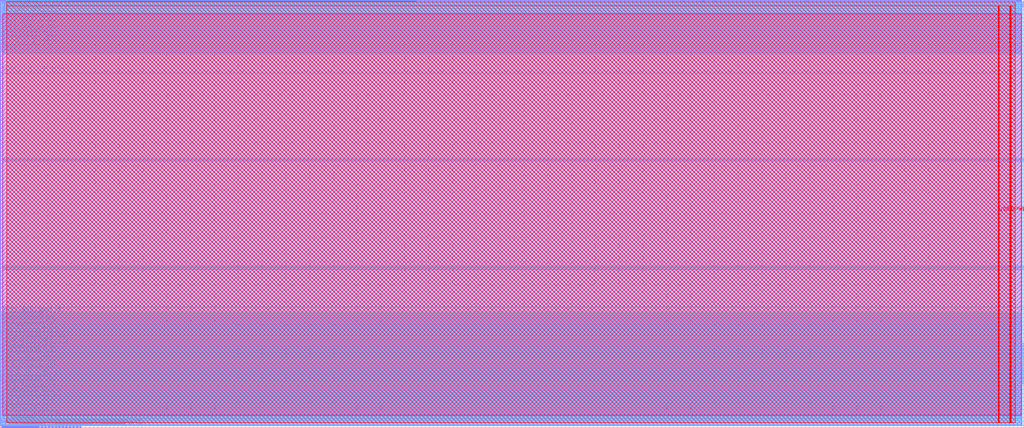
<source format=lef>
VERSION 5.7 ;
  NOWIREEXTENSIONATPIN ON ;
  DIVIDERCHAR "/" ;
  BUSBITCHARS "[]" ;
MACRO mgmt_core
  CLASS BLOCK ;
  FOREIGN mgmt_core ;
  ORIGIN 0.000 0.000 ;
  SIZE 2150.000 BY 900.000 ;
  PIN clock
    DIRECTION INPUT ;
    USE SIGNAL ;
    PORT
      LAYER met2 ;
        RECT 2.850 0.000 3.130 4.000 ;
    END
  END clock
  PIN core_clk
    DIRECTION OUTPUT TRISTATE ;
    USE SIGNAL ;
    PORT
      LAYER met2 ;
        RECT 58.970 896.000 59.250 900.000 ;
    END
  END core_clk
  PIN core_rstn
    DIRECTION OUTPUT TRISTATE ;
    USE SIGNAL ;
    PORT
      LAYER met2 ;
        RECT 386.490 896.000 386.770 900.000 ;
    END
  END core_rstn
  PIN flash_clk
    DIRECTION OUTPUT TRISTATE ;
    USE SIGNAL ;
    PORT
      LAYER met2 ;
        RECT 4.690 0.000 4.970 4.000 ;
    END
  END flash_clk
  PIN flash_clk_ieb
    DIRECTION OUTPUT TRISTATE ;
    USE SIGNAL ;
    PORT
      LAYER met3 ;
        RECT 0.000 5.480 4.000 6.080 ;
    END
  END flash_clk_ieb
  PIN flash_clk_oeb
    DIRECTION OUTPUT TRISTATE ;
    USE SIGNAL ;
    PORT
      LAYER met2 ;
        RECT 6.530 0.000 6.810 4.000 ;
    END
  END flash_clk_oeb
  PIN flash_csb
    DIRECTION OUTPUT TRISTATE ;
    USE SIGNAL ;
    PORT
      LAYER met3 ;
        RECT 0.000 8.200 4.000 8.800 ;
    END
  END flash_csb
  PIN flash_csb_ieb
    DIRECTION OUTPUT TRISTATE ;
    USE SIGNAL ;
    PORT
      LAYER met2 ;
        RECT 8.370 0.000 8.650 4.000 ;
    END
  END flash_csb_ieb
  PIN flash_csb_oeb
    DIRECTION OUTPUT TRISTATE ;
    USE SIGNAL ;
    PORT
      LAYER met2 ;
        RECT 10.210 0.000 10.490 4.000 ;
    END
  END flash_csb_oeb
  PIN flash_io0_di
    DIRECTION INPUT ;
    USE SIGNAL ;
    PORT
      LAYER met3 ;
        RECT 0.000 10.920 4.000 11.520 ;
    END
  END flash_io0_di
  PIN flash_io0_do
    DIRECTION OUTPUT TRISTATE ;
    USE SIGNAL ;
    PORT
      LAYER met2 ;
        RECT 12.050 0.000 12.330 4.000 ;
    END
  END flash_io0_do
  PIN flash_io0_ieb
    DIRECTION OUTPUT TRISTATE ;
    USE SIGNAL ;
    PORT
      LAYER met3 ;
        RECT 0.000 13.640 4.000 14.240 ;
    END
  END flash_io0_ieb
  PIN flash_io0_oeb
    DIRECTION OUTPUT TRISTATE ;
    USE SIGNAL ;
    PORT
      LAYER met2 ;
        RECT 13.890 0.000 14.170 4.000 ;
    END
  END flash_io0_oeb
  PIN flash_io1_di
    DIRECTION INPUT ;
    USE SIGNAL ;
    PORT
      LAYER met2 ;
        RECT 15.730 0.000 16.010 4.000 ;
    END
  END flash_io1_di
  PIN flash_io1_do
    DIRECTION OUTPUT TRISTATE ;
    USE SIGNAL ;
    PORT
      LAYER met3 ;
        RECT 0.000 16.360 4.000 16.960 ;
    END
  END flash_io1_do
  PIN flash_io1_ieb
    DIRECTION OUTPUT TRISTATE ;
    USE SIGNAL ;
    PORT
      LAYER met2 ;
        RECT 17.570 0.000 17.850 4.000 ;
    END
  END flash_io1_ieb
  PIN flash_io1_oeb
    DIRECTION OUTPUT TRISTATE ;
    USE SIGNAL ;
    PORT
      LAYER met3 ;
        RECT 0.000 19.080 4.000 19.680 ;
    END
  END flash_io1_oeb
  PIN gpio_in_pad
    DIRECTION INPUT ;
    USE SIGNAL ;
    PORT
      LAYER met2 ;
        RECT 19.410 0.000 19.690 4.000 ;
    END
  END gpio_in_pad
  PIN gpio_inenb_pad
    DIRECTION OUTPUT TRISTATE ;
    USE SIGNAL ;
    PORT
      LAYER met2 ;
        RECT 21.250 0.000 21.530 4.000 ;
    END
  END gpio_inenb_pad
  PIN gpio_mode0_pad
    DIRECTION OUTPUT TRISTATE ;
    USE SIGNAL ;
    PORT
      LAYER met3 ;
        RECT 0.000 21.800 4.000 22.400 ;
    END
  END gpio_mode0_pad
  PIN gpio_mode1_pad
    DIRECTION OUTPUT TRISTATE ;
    USE SIGNAL ;
    PORT
      LAYER met2 ;
        RECT 23.090 0.000 23.370 4.000 ;
    END
  END gpio_mode1_pad
  PIN gpio_out_pad
    DIRECTION OUTPUT TRISTATE ;
    USE SIGNAL ;
    PORT
      LAYER met3 ;
        RECT 0.000 24.520 4.000 25.120 ;
    END
  END gpio_out_pad
  PIN gpio_outenb_pad
    DIRECTION OUTPUT TRISTATE ;
    USE SIGNAL ;
    PORT
      LAYER met2 ;
        RECT 24.930 0.000 25.210 4.000 ;
    END
  END gpio_outenb_pad
  PIN jtag_out
    DIRECTION OUTPUT TRISTATE ;
    USE SIGNAL ;
    PORT
      LAYER met3 ;
        RECT 2146.000 337.320 2150.000 337.920 ;
    END
  END jtag_out
  PIN jtag_outenb
    DIRECTION OUTPUT TRISTATE ;
    USE SIGNAL ;
    PORT
      LAYER met3 ;
        RECT 2146.000 334.600 2150.000 335.200 ;
    END
  END jtag_outenb
  PIN la_input[0]
    DIRECTION INPUT ;
    USE SIGNAL ;
    PORT
      LAYER met2 ;
        RECT 388.330 896.000 388.610 900.000 ;
    END
  END la_input[0]
  PIN la_input[100]
    DIRECTION INPUT ;
    USE SIGNAL ;
    PORT
      LAYER met2 ;
        RECT 384.650 896.000 384.930 900.000 ;
    END
  END la_input[100]
  PIN la_input[101]
    DIRECTION INPUT ;
    USE SIGNAL ;
    PORT
      LAYER met2 ;
        RECT 390.170 896.000 390.450 900.000 ;
    END
  END la_input[101]
  PIN la_input[102]
    DIRECTION INPUT ;
    USE SIGNAL ;
    PORT
      LAYER met2 ;
        RECT 382.810 896.000 383.090 900.000 ;
    END
  END la_input[102]
  PIN la_input[103]
    DIRECTION INPUT ;
    USE SIGNAL ;
    PORT
      LAYER met2 ;
        RECT 392.010 896.000 392.290 900.000 ;
    END
  END la_input[103]
  PIN la_input[104]
    DIRECTION INPUT ;
    USE SIGNAL ;
    PORT
      LAYER met2 ;
        RECT 380.970 896.000 381.250 900.000 ;
    END
  END la_input[104]
  PIN la_input[105]
    DIRECTION INPUT ;
    USE SIGNAL ;
    PORT
      LAYER met2 ;
        RECT 393.850 896.000 394.130 900.000 ;
    END
  END la_input[105]
  PIN la_input[106]
    DIRECTION INPUT ;
    USE SIGNAL ;
    PORT
      LAYER met2 ;
        RECT 379.130 896.000 379.410 900.000 ;
    END
  END la_input[106]
  PIN la_input[107]
    DIRECTION INPUT ;
    USE SIGNAL ;
    PORT
      LAYER met2 ;
        RECT 395.690 896.000 395.970 900.000 ;
    END
  END la_input[107]
  PIN la_input[108]
    DIRECTION INPUT ;
    USE SIGNAL ;
    PORT
      LAYER met2 ;
        RECT 377.290 896.000 377.570 900.000 ;
    END
  END la_input[108]
  PIN la_input[109]
    DIRECTION INPUT ;
    USE SIGNAL ;
    PORT
      LAYER met2 ;
        RECT 397.530 896.000 397.810 900.000 ;
    END
  END la_input[109]
  PIN la_input[10]
    DIRECTION INPUT ;
    USE SIGNAL ;
    PORT
      LAYER met2 ;
        RECT 375.450 896.000 375.730 900.000 ;
    END
  END la_input[10]
  PIN la_input[110]
    DIRECTION INPUT ;
    USE SIGNAL ;
    PORT
      LAYER met2 ;
        RECT 399.370 896.000 399.650 900.000 ;
    END
  END la_input[110]
  PIN la_input[111]
    DIRECTION INPUT ;
    USE SIGNAL ;
    PORT
      LAYER met2 ;
        RECT 373.610 896.000 373.890 900.000 ;
    END
  END la_input[111]
  PIN la_input[112]
    DIRECTION INPUT ;
    USE SIGNAL ;
    PORT
      LAYER met2 ;
        RECT 401.210 896.000 401.490 900.000 ;
    END
  END la_input[112]
  PIN la_input[113]
    DIRECTION INPUT ;
    USE SIGNAL ;
    PORT
      LAYER met2 ;
        RECT 371.770 896.000 372.050 900.000 ;
    END
  END la_input[113]
  PIN la_input[114]
    DIRECTION INPUT ;
    USE SIGNAL ;
    PORT
      LAYER met2 ;
        RECT 403.050 896.000 403.330 900.000 ;
    END
  END la_input[114]
  PIN la_input[115]
    DIRECTION INPUT ;
    USE SIGNAL ;
    PORT
      LAYER met2 ;
        RECT 369.930 896.000 370.210 900.000 ;
    END
  END la_input[115]
  PIN la_input[116]
    DIRECTION INPUT ;
    USE SIGNAL ;
    PORT
      LAYER met2 ;
        RECT 404.890 896.000 405.170 900.000 ;
    END
  END la_input[116]
  PIN la_input[117]
    DIRECTION INPUT ;
    USE SIGNAL ;
    PORT
      LAYER met2 ;
        RECT 368.090 896.000 368.370 900.000 ;
    END
  END la_input[117]
  PIN la_input[118]
    DIRECTION INPUT ;
    USE SIGNAL ;
    PORT
      LAYER met2 ;
        RECT 406.730 896.000 407.010 900.000 ;
    END
  END la_input[118]
  PIN la_input[119]
    DIRECTION INPUT ;
    USE SIGNAL ;
    PORT
      LAYER met2 ;
        RECT 366.250 896.000 366.530 900.000 ;
    END
  END la_input[119]
  PIN la_input[11]
    DIRECTION INPUT ;
    USE SIGNAL ;
    PORT
      LAYER met2 ;
        RECT 408.570 896.000 408.850 900.000 ;
    END
  END la_input[11]
  PIN la_input[120]
    DIRECTION INPUT ;
    USE SIGNAL ;
    PORT
      LAYER met2 ;
        RECT 364.410 896.000 364.690 900.000 ;
    END
  END la_input[120]
  PIN la_input[121]
    DIRECTION INPUT ;
    USE SIGNAL ;
    PORT
      LAYER met2 ;
        RECT 410.410 896.000 410.690 900.000 ;
    END
  END la_input[121]
  PIN la_input[122]
    DIRECTION INPUT ;
    USE SIGNAL ;
    PORT
      LAYER met2 ;
        RECT 362.570 896.000 362.850 900.000 ;
    END
  END la_input[122]
  PIN la_input[123]
    DIRECTION INPUT ;
    USE SIGNAL ;
    PORT
      LAYER met2 ;
        RECT 412.250 896.000 412.530 900.000 ;
    END
  END la_input[123]
  PIN la_input[124]
    DIRECTION INPUT ;
    USE SIGNAL ;
    PORT
      LAYER met2 ;
        RECT 360.730 896.000 361.010 900.000 ;
    END
  END la_input[124]
  PIN la_input[125]
    DIRECTION INPUT ;
    USE SIGNAL ;
    PORT
      LAYER met2 ;
        RECT 414.090 896.000 414.370 900.000 ;
    END
  END la_input[125]
  PIN la_input[126]
    DIRECTION INPUT ;
    USE SIGNAL ;
    PORT
      LAYER met2 ;
        RECT 358.890 896.000 359.170 900.000 ;
    END
  END la_input[126]
  PIN la_input[127]
    DIRECTION INPUT ;
    USE SIGNAL ;
    PORT
      LAYER met2 ;
        RECT 415.930 896.000 416.210 900.000 ;
    END
  END la_input[127]
  PIN la_input[12]
    DIRECTION INPUT ;
    USE SIGNAL ;
    PORT
      LAYER met2 ;
        RECT 357.050 896.000 357.330 900.000 ;
    END
  END la_input[12]
  PIN la_input[13]
    DIRECTION INPUT ;
    USE SIGNAL ;
    PORT
      LAYER met2 ;
        RECT 417.770 896.000 418.050 900.000 ;
    END
  END la_input[13]
  PIN la_input[14]
    DIRECTION INPUT ;
    USE SIGNAL ;
    PORT
      LAYER met2 ;
        RECT 355.210 896.000 355.490 900.000 ;
    END
  END la_input[14]
  PIN la_input[15]
    DIRECTION INPUT ;
    USE SIGNAL ;
    PORT
      LAYER met2 ;
        RECT 419.610 896.000 419.890 900.000 ;
    END
  END la_input[15]
  PIN la_input[16]
    DIRECTION INPUT ;
    USE SIGNAL ;
    PORT
      LAYER met2 ;
        RECT 353.370 896.000 353.650 900.000 ;
    END
  END la_input[16]
  PIN la_input[17]
    DIRECTION INPUT ;
    USE SIGNAL ;
    PORT
      LAYER met2 ;
        RECT 421.450 896.000 421.730 900.000 ;
    END
  END la_input[17]
  PIN la_input[18]
    DIRECTION INPUT ;
    USE SIGNAL ;
    PORT
      LAYER met2 ;
        RECT 351.530 896.000 351.810 900.000 ;
    END
  END la_input[18]
  PIN la_input[19]
    DIRECTION INPUT ;
    USE SIGNAL ;
    PORT
      LAYER met2 ;
        RECT 423.290 896.000 423.570 900.000 ;
    END
  END la_input[19]
  PIN la_input[1]
    DIRECTION INPUT ;
    USE SIGNAL ;
    PORT
      LAYER met2 ;
        RECT 349.690 896.000 349.970 900.000 ;
    END
  END la_input[1]
  PIN la_input[20]
    DIRECTION INPUT ;
    USE SIGNAL ;
    PORT
      LAYER met2 ;
        RECT 425.130 896.000 425.410 900.000 ;
    END
  END la_input[20]
  PIN la_input[21]
    DIRECTION INPUT ;
    USE SIGNAL ;
    PORT
      LAYER met2 ;
        RECT 347.850 896.000 348.130 900.000 ;
    END
  END la_input[21]
  PIN la_input[22]
    DIRECTION INPUT ;
    USE SIGNAL ;
    PORT
      LAYER met2 ;
        RECT 426.970 896.000 427.250 900.000 ;
    END
  END la_input[22]
  PIN la_input[23]
    DIRECTION INPUT ;
    USE SIGNAL ;
    PORT
      LAYER met2 ;
        RECT 346.010 896.000 346.290 900.000 ;
    END
  END la_input[23]
  PIN la_input[24]
    DIRECTION INPUT ;
    USE SIGNAL ;
    PORT
      LAYER met2 ;
        RECT 428.810 896.000 429.090 900.000 ;
    END
  END la_input[24]
  PIN la_input[25]
    DIRECTION INPUT ;
    USE SIGNAL ;
    PORT
      LAYER met2 ;
        RECT 344.170 896.000 344.450 900.000 ;
    END
  END la_input[25]
  PIN la_input[26]
    DIRECTION INPUT ;
    USE SIGNAL ;
    PORT
      LAYER met2 ;
        RECT 430.650 896.000 430.930 900.000 ;
    END
  END la_input[26]
  PIN la_input[27]
    DIRECTION INPUT ;
    USE SIGNAL ;
    PORT
      LAYER met2 ;
        RECT 342.330 896.000 342.610 900.000 ;
    END
  END la_input[27]
  PIN la_input[28]
    DIRECTION INPUT ;
    USE SIGNAL ;
    PORT
      LAYER met2 ;
        RECT 432.490 896.000 432.770 900.000 ;
    END
  END la_input[28]
  PIN la_input[29]
    DIRECTION INPUT ;
    USE SIGNAL ;
    PORT
      LAYER met2 ;
        RECT 340.490 896.000 340.770 900.000 ;
    END
  END la_input[29]
  PIN la_input[2]
    DIRECTION INPUT ;
    USE SIGNAL ;
    PORT
      LAYER met2 ;
        RECT 434.330 896.000 434.610 900.000 ;
    END
  END la_input[2]
  PIN la_input[30]
    DIRECTION INPUT ;
    USE SIGNAL ;
    PORT
      LAYER met2 ;
        RECT 338.650 896.000 338.930 900.000 ;
    END
  END la_input[30]
  PIN la_input[31]
    DIRECTION INPUT ;
    USE SIGNAL ;
    PORT
      LAYER met2 ;
        RECT 436.170 896.000 436.450 900.000 ;
    END
  END la_input[31]
  PIN la_input[32]
    DIRECTION INPUT ;
    USE SIGNAL ;
    PORT
      LAYER met2 ;
        RECT 336.810 896.000 337.090 900.000 ;
    END
  END la_input[32]
  PIN la_input[33]
    DIRECTION INPUT ;
    USE SIGNAL ;
    PORT
      LAYER met2 ;
        RECT 438.010 896.000 438.290 900.000 ;
    END
  END la_input[33]
  PIN la_input[34]
    DIRECTION INPUT ;
    USE SIGNAL ;
    PORT
      LAYER met2 ;
        RECT 334.970 896.000 335.250 900.000 ;
    END
  END la_input[34]
  PIN la_input[35]
    DIRECTION INPUT ;
    USE SIGNAL ;
    PORT
      LAYER met2 ;
        RECT 439.850 896.000 440.130 900.000 ;
    END
  END la_input[35]
  PIN la_input[36]
    DIRECTION INPUT ;
    USE SIGNAL ;
    PORT
      LAYER met2 ;
        RECT 333.130 896.000 333.410 900.000 ;
    END
  END la_input[36]
  PIN la_input[37]
    DIRECTION INPUT ;
    USE SIGNAL ;
    PORT
      LAYER met2 ;
        RECT 441.690 896.000 441.970 900.000 ;
    END
  END la_input[37]
  PIN la_input[38]
    DIRECTION INPUT ;
    USE SIGNAL ;
    PORT
      LAYER met2 ;
        RECT 331.290 896.000 331.570 900.000 ;
    END
  END la_input[38]
  PIN la_input[39]
    DIRECTION INPUT ;
    USE SIGNAL ;
    PORT
      LAYER met2 ;
        RECT 443.530 896.000 443.810 900.000 ;
    END
  END la_input[39]
  PIN la_input[3]
    DIRECTION INPUT ;
    USE SIGNAL ;
    PORT
      LAYER met2 ;
        RECT 329.450 896.000 329.730 900.000 ;
    END
  END la_input[3]
  PIN la_input[40]
    DIRECTION INPUT ;
    USE SIGNAL ;
    PORT
      LAYER met2 ;
        RECT 445.370 896.000 445.650 900.000 ;
    END
  END la_input[40]
  PIN la_input[41]
    DIRECTION INPUT ;
    USE SIGNAL ;
    PORT
      LAYER met2 ;
        RECT 327.610 896.000 327.890 900.000 ;
    END
  END la_input[41]
  PIN la_input[42]
    DIRECTION INPUT ;
    USE SIGNAL ;
    PORT
      LAYER met2 ;
        RECT 447.210 896.000 447.490 900.000 ;
    END
  END la_input[42]
  PIN la_input[43]
    DIRECTION INPUT ;
    USE SIGNAL ;
    PORT
      LAYER met2 ;
        RECT 325.770 896.000 326.050 900.000 ;
    END
  END la_input[43]
  PIN la_input[44]
    DIRECTION INPUT ;
    USE SIGNAL ;
    PORT
      LAYER met2 ;
        RECT 449.050 896.000 449.330 900.000 ;
    END
  END la_input[44]
  PIN la_input[45]
    DIRECTION INPUT ;
    USE SIGNAL ;
    PORT
      LAYER met2 ;
        RECT 323.930 896.000 324.210 900.000 ;
    END
  END la_input[45]
  PIN la_input[46]
    DIRECTION INPUT ;
    USE SIGNAL ;
    PORT
      LAYER met2 ;
        RECT 450.890 896.000 451.170 900.000 ;
    END
  END la_input[46]
  PIN la_input[47]
    DIRECTION INPUT ;
    USE SIGNAL ;
    PORT
      LAYER met2 ;
        RECT 322.090 896.000 322.370 900.000 ;
    END
  END la_input[47]
  PIN la_input[48]
    DIRECTION INPUT ;
    USE SIGNAL ;
    PORT
      LAYER met2 ;
        RECT 452.730 896.000 453.010 900.000 ;
    END
  END la_input[48]
  PIN la_input[49]
    DIRECTION INPUT ;
    USE SIGNAL ;
    PORT
      LAYER met2 ;
        RECT 320.250 896.000 320.530 900.000 ;
    END
  END la_input[49]
  PIN la_input[4]
    DIRECTION INPUT ;
    USE SIGNAL ;
    PORT
      LAYER met2 ;
        RECT 454.570 896.000 454.850 900.000 ;
    END
  END la_input[4]
  PIN la_input[50]
    DIRECTION INPUT ;
    USE SIGNAL ;
    PORT
      LAYER met2 ;
        RECT 318.410 896.000 318.690 900.000 ;
    END
  END la_input[50]
  PIN la_input[51]
    DIRECTION INPUT ;
    USE SIGNAL ;
    PORT
      LAYER met2 ;
        RECT 456.410 896.000 456.690 900.000 ;
    END
  END la_input[51]
  PIN la_input[52]
    DIRECTION INPUT ;
    USE SIGNAL ;
    PORT
      LAYER met2 ;
        RECT 316.570 896.000 316.850 900.000 ;
    END
  END la_input[52]
  PIN la_input[53]
    DIRECTION INPUT ;
    USE SIGNAL ;
    PORT
      LAYER met2 ;
        RECT 458.250 896.000 458.530 900.000 ;
    END
  END la_input[53]
  PIN la_input[54]
    DIRECTION INPUT ;
    USE SIGNAL ;
    PORT
      LAYER met2 ;
        RECT 314.730 896.000 315.010 900.000 ;
    END
  END la_input[54]
  PIN la_input[55]
    DIRECTION INPUT ;
    USE SIGNAL ;
    PORT
      LAYER met2 ;
        RECT 460.090 896.000 460.370 900.000 ;
    END
  END la_input[55]
  PIN la_input[56]
    DIRECTION INPUT ;
    USE SIGNAL ;
    PORT
      LAYER met2 ;
        RECT 312.890 896.000 313.170 900.000 ;
    END
  END la_input[56]
  PIN la_input[57]
    DIRECTION INPUT ;
    USE SIGNAL ;
    PORT
      LAYER met2 ;
        RECT 461.930 896.000 462.210 900.000 ;
    END
  END la_input[57]
  PIN la_input[58]
    DIRECTION INPUT ;
    USE SIGNAL ;
    PORT
      LAYER met2 ;
        RECT 311.050 896.000 311.330 900.000 ;
    END
  END la_input[58]
  PIN la_input[59]
    DIRECTION INPUT ;
    USE SIGNAL ;
    PORT
      LAYER met2 ;
        RECT 463.770 896.000 464.050 900.000 ;
    END
  END la_input[59]
  PIN la_input[5]
    DIRECTION INPUT ;
    USE SIGNAL ;
    PORT
      LAYER met2 ;
        RECT 309.210 896.000 309.490 900.000 ;
    END
  END la_input[5]
  PIN la_input[60]
    DIRECTION INPUT ;
    USE SIGNAL ;
    PORT
      LAYER met2 ;
        RECT 465.610 896.000 465.890 900.000 ;
    END
  END la_input[60]
  PIN la_input[61]
    DIRECTION INPUT ;
    USE SIGNAL ;
    PORT
      LAYER met2 ;
        RECT 307.370 896.000 307.650 900.000 ;
    END
  END la_input[61]
  PIN la_input[62]
    DIRECTION INPUT ;
    USE SIGNAL ;
    PORT
      LAYER met2 ;
        RECT 467.450 896.000 467.730 900.000 ;
    END
  END la_input[62]
  PIN la_input[63]
    DIRECTION INPUT ;
    USE SIGNAL ;
    PORT
      LAYER met2 ;
        RECT 305.530 896.000 305.810 900.000 ;
    END
  END la_input[63]
  PIN la_input[64]
    DIRECTION INPUT ;
    USE SIGNAL ;
    PORT
      LAYER met2 ;
        RECT 469.290 896.000 469.570 900.000 ;
    END
  END la_input[64]
  PIN la_input[65]
    DIRECTION INPUT ;
    USE SIGNAL ;
    PORT
      LAYER met2 ;
        RECT 303.690 896.000 303.970 900.000 ;
    END
  END la_input[65]
  PIN la_input[66]
    DIRECTION INPUT ;
    USE SIGNAL ;
    PORT
      LAYER met2 ;
        RECT 471.130 896.000 471.410 900.000 ;
    END
  END la_input[66]
  PIN la_input[67]
    DIRECTION INPUT ;
    USE SIGNAL ;
    PORT
      LAYER met2 ;
        RECT 301.850 896.000 302.130 900.000 ;
    END
  END la_input[67]
  PIN la_input[68]
    DIRECTION INPUT ;
    USE SIGNAL ;
    PORT
      LAYER met2 ;
        RECT 472.970 896.000 473.250 900.000 ;
    END
  END la_input[68]
  PIN la_input[69]
    DIRECTION INPUT ;
    USE SIGNAL ;
    PORT
      LAYER met2 ;
        RECT 300.010 896.000 300.290 900.000 ;
    END
  END la_input[69]
  PIN la_input[6]
    DIRECTION INPUT ;
    USE SIGNAL ;
    PORT
      LAYER met2 ;
        RECT 474.810 896.000 475.090 900.000 ;
    END
  END la_input[6]
  PIN la_input[70]
    DIRECTION INPUT ;
    USE SIGNAL ;
    PORT
      LAYER met2 ;
        RECT 298.170 896.000 298.450 900.000 ;
    END
  END la_input[70]
  PIN la_input[71]
    DIRECTION INPUT ;
    USE SIGNAL ;
    PORT
      LAYER met2 ;
        RECT 476.650 896.000 476.930 900.000 ;
    END
  END la_input[71]
  PIN la_input[72]
    DIRECTION INPUT ;
    USE SIGNAL ;
    PORT
      LAYER met2 ;
        RECT 296.330 896.000 296.610 900.000 ;
    END
  END la_input[72]
  PIN la_input[73]
    DIRECTION INPUT ;
    USE SIGNAL ;
    PORT
      LAYER met2 ;
        RECT 478.490 896.000 478.770 900.000 ;
    END
  END la_input[73]
  PIN la_input[74]
    DIRECTION INPUT ;
    USE SIGNAL ;
    PORT
      LAYER met2 ;
        RECT 294.490 896.000 294.770 900.000 ;
    END
  END la_input[74]
  PIN la_input[75]
    DIRECTION INPUT ;
    USE SIGNAL ;
    PORT
      LAYER met2 ;
        RECT 480.330 896.000 480.610 900.000 ;
    END
  END la_input[75]
  PIN la_input[76]
    DIRECTION INPUT ;
    USE SIGNAL ;
    PORT
      LAYER met2 ;
        RECT 292.650 896.000 292.930 900.000 ;
    END
  END la_input[76]
  PIN la_input[77]
    DIRECTION INPUT ;
    USE SIGNAL ;
    PORT
      LAYER met2 ;
        RECT 482.170 896.000 482.450 900.000 ;
    END
  END la_input[77]
  PIN la_input[78]
    DIRECTION INPUT ;
    USE SIGNAL ;
    PORT
      LAYER met2 ;
        RECT 290.810 896.000 291.090 900.000 ;
    END
  END la_input[78]
  PIN la_input[79]
    DIRECTION INPUT ;
    USE SIGNAL ;
    PORT
      LAYER met2 ;
        RECT 484.010 896.000 484.290 900.000 ;
    END
  END la_input[79]
  PIN la_input[7]
    DIRECTION INPUT ;
    USE SIGNAL ;
    PORT
      LAYER met2 ;
        RECT 288.970 896.000 289.250 900.000 ;
    END
  END la_input[7]
  PIN la_input[80]
    DIRECTION INPUT ;
    USE SIGNAL ;
    PORT
      LAYER met2 ;
        RECT 485.850 896.000 486.130 900.000 ;
    END
  END la_input[80]
  PIN la_input[81]
    DIRECTION INPUT ;
    USE SIGNAL ;
    PORT
      LAYER met2 ;
        RECT 287.130 896.000 287.410 900.000 ;
    END
  END la_input[81]
  PIN la_input[82]
    DIRECTION INPUT ;
    USE SIGNAL ;
    PORT
      LAYER met2 ;
        RECT 487.690 896.000 487.970 900.000 ;
    END
  END la_input[82]
  PIN la_input[83]
    DIRECTION INPUT ;
    USE SIGNAL ;
    PORT
      LAYER met2 ;
        RECT 285.290 896.000 285.570 900.000 ;
    END
  END la_input[83]
  PIN la_input[84]
    DIRECTION INPUT ;
    USE SIGNAL ;
    PORT
      LAYER met2 ;
        RECT 489.530 896.000 489.810 900.000 ;
    END
  END la_input[84]
  PIN la_input[85]
    DIRECTION INPUT ;
    USE SIGNAL ;
    PORT
      LAYER met2 ;
        RECT 283.450 896.000 283.730 900.000 ;
    END
  END la_input[85]
  PIN la_input[86]
    DIRECTION INPUT ;
    USE SIGNAL ;
    PORT
      LAYER met2 ;
        RECT 491.370 896.000 491.650 900.000 ;
    END
  END la_input[86]
  PIN la_input[87]
    DIRECTION INPUT ;
    USE SIGNAL ;
    PORT
      LAYER met2 ;
        RECT 281.610 896.000 281.890 900.000 ;
    END
  END la_input[87]
  PIN la_input[88]
    DIRECTION INPUT ;
    USE SIGNAL ;
    PORT
      LAYER met2 ;
        RECT 493.210 896.000 493.490 900.000 ;
    END
  END la_input[88]
  PIN la_input[89]
    DIRECTION INPUT ;
    USE SIGNAL ;
    PORT
      LAYER met2 ;
        RECT 279.770 896.000 280.050 900.000 ;
    END
  END la_input[89]
  PIN la_input[8]
    DIRECTION INPUT ;
    USE SIGNAL ;
    PORT
      LAYER met2 ;
        RECT 495.050 896.000 495.330 900.000 ;
    END
  END la_input[8]
  PIN la_input[90]
    DIRECTION INPUT ;
    USE SIGNAL ;
    PORT
      LAYER met2 ;
        RECT 277.930 896.000 278.210 900.000 ;
    END
  END la_input[90]
  PIN la_input[91]
    DIRECTION INPUT ;
    USE SIGNAL ;
    PORT
      LAYER met2 ;
        RECT 496.890 896.000 497.170 900.000 ;
    END
  END la_input[91]
  PIN la_input[92]
    DIRECTION INPUT ;
    USE SIGNAL ;
    PORT
      LAYER met2 ;
        RECT 276.090 896.000 276.370 900.000 ;
    END
  END la_input[92]
  PIN la_input[93]
    DIRECTION INPUT ;
    USE SIGNAL ;
    PORT
      LAYER met2 ;
        RECT 498.730 896.000 499.010 900.000 ;
    END
  END la_input[93]
  PIN la_input[94]
    DIRECTION INPUT ;
    USE SIGNAL ;
    PORT
      LAYER met2 ;
        RECT 274.250 896.000 274.530 900.000 ;
    END
  END la_input[94]
  PIN la_input[95]
    DIRECTION INPUT ;
    USE SIGNAL ;
    PORT
      LAYER met2 ;
        RECT 500.570 896.000 500.850 900.000 ;
    END
  END la_input[95]
  PIN la_input[96]
    DIRECTION INPUT ;
    USE SIGNAL ;
    PORT
      LAYER met2 ;
        RECT 272.410 896.000 272.690 900.000 ;
    END
  END la_input[96]
  PIN la_input[97]
    DIRECTION INPUT ;
    USE SIGNAL ;
    PORT
      LAYER met2 ;
        RECT 502.410 896.000 502.690 900.000 ;
    END
  END la_input[97]
  PIN la_input[98]
    DIRECTION INPUT ;
    USE SIGNAL ;
    PORT
      LAYER met2 ;
        RECT 270.570 896.000 270.850 900.000 ;
    END
  END la_input[98]
  PIN la_input[99]
    DIRECTION INPUT ;
    USE SIGNAL ;
    PORT
      LAYER met2 ;
        RECT 504.250 896.000 504.530 900.000 ;
    END
  END la_input[99]
  PIN la_input[9]
    DIRECTION INPUT ;
    USE SIGNAL ;
    PORT
      LAYER met2 ;
        RECT 268.730 896.000 269.010 900.000 ;
    END
  END la_input[9]
  PIN la_oen[0]
    DIRECTION OUTPUT TRISTATE ;
    USE SIGNAL ;
    PORT
      LAYER met2 ;
        RECT 506.090 896.000 506.370 900.000 ;
    END
  END la_oen[0]
  PIN la_oen[100]
    DIRECTION OUTPUT TRISTATE ;
    USE SIGNAL ;
    PORT
      LAYER met2 ;
        RECT 266.890 896.000 267.170 900.000 ;
    END
  END la_oen[100]
  PIN la_oen[101]
    DIRECTION OUTPUT TRISTATE ;
    USE SIGNAL ;
    PORT
      LAYER met2 ;
        RECT 507.930 896.000 508.210 900.000 ;
    END
  END la_oen[101]
  PIN la_oen[102]
    DIRECTION OUTPUT TRISTATE ;
    USE SIGNAL ;
    PORT
      LAYER met2 ;
        RECT 265.050 896.000 265.330 900.000 ;
    END
  END la_oen[102]
  PIN la_oen[103]
    DIRECTION OUTPUT TRISTATE ;
    USE SIGNAL ;
    PORT
      LAYER met2 ;
        RECT 509.770 896.000 510.050 900.000 ;
    END
  END la_oen[103]
  PIN la_oen[104]
    DIRECTION OUTPUT TRISTATE ;
    USE SIGNAL ;
    PORT
      LAYER met2 ;
        RECT 263.210 896.000 263.490 900.000 ;
    END
  END la_oen[104]
  PIN la_oen[105]
    DIRECTION OUTPUT TRISTATE ;
    USE SIGNAL ;
    PORT
      LAYER met2 ;
        RECT 511.610 896.000 511.890 900.000 ;
    END
  END la_oen[105]
  PIN la_oen[106]
    DIRECTION OUTPUT TRISTATE ;
    USE SIGNAL ;
    PORT
      LAYER met2 ;
        RECT 261.370 896.000 261.650 900.000 ;
    END
  END la_oen[106]
  PIN la_oen[107]
    DIRECTION OUTPUT TRISTATE ;
    USE SIGNAL ;
    PORT
      LAYER met2 ;
        RECT 513.450 896.000 513.730 900.000 ;
    END
  END la_oen[107]
  PIN la_oen[108]
    DIRECTION OUTPUT TRISTATE ;
    USE SIGNAL ;
    PORT
      LAYER met2 ;
        RECT 259.530 896.000 259.810 900.000 ;
    END
  END la_oen[108]
  PIN la_oen[109]
    DIRECTION OUTPUT TRISTATE ;
    USE SIGNAL ;
    PORT
      LAYER met2 ;
        RECT 515.290 896.000 515.570 900.000 ;
    END
  END la_oen[109]
  PIN la_oen[10]
    DIRECTION OUTPUT TRISTATE ;
    USE SIGNAL ;
    PORT
      LAYER met2 ;
        RECT 257.690 896.000 257.970 900.000 ;
    END
  END la_oen[10]
  PIN la_oen[110]
    DIRECTION OUTPUT TRISTATE ;
    USE SIGNAL ;
    PORT
      LAYER met2 ;
        RECT 517.130 896.000 517.410 900.000 ;
    END
  END la_oen[110]
  PIN la_oen[111]
    DIRECTION OUTPUT TRISTATE ;
    USE SIGNAL ;
    PORT
      LAYER met2 ;
        RECT 255.850 896.000 256.130 900.000 ;
    END
  END la_oen[111]
  PIN la_oen[112]
    DIRECTION OUTPUT TRISTATE ;
    USE SIGNAL ;
    PORT
      LAYER met2 ;
        RECT 518.970 896.000 519.250 900.000 ;
    END
  END la_oen[112]
  PIN la_oen[113]
    DIRECTION OUTPUT TRISTATE ;
    USE SIGNAL ;
    PORT
      LAYER met2 ;
        RECT 254.010 896.000 254.290 900.000 ;
    END
  END la_oen[113]
  PIN la_oen[114]
    DIRECTION OUTPUT TRISTATE ;
    USE SIGNAL ;
    PORT
      LAYER met2 ;
        RECT 520.810 896.000 521.090 900.000 ;
    END
  END la_oen[114]
  PIN la_oen[115]
    DIRECTION OUTPUT TRISTATE ;
    USE SIGNAL ;
    PORT
      LAYER met2 ;
        RECT 252.170 896.000 252.450 900.000 ;
    END
  END la_oen[115]
  PIN la_oen[116]
    DIRECTION OUTPUT TRISTATE ;
    USE SIGNAL ;
    PORT
      LAYER met2 ;
        RECT 522.650 896.000 522.930 900.000 ;
    END
  END la_oen[116]
  PIN la_oen[117]
    DIRECTION OUTPUT TRISTATE ;
    USE SIGNAL ;
    PORT
      LAYER met2 ;
        RECT 250.330 896.000 250.610 900.000 ;
    END
  END la_oen[117]
  PIN la_oen[118]
    DIRECTION OUTPUT TRISTATE ;
    USE SIGNAL ;
    PORT
      LAYER met2 ;
        RECT 524.490 896.000 524.770 900.000 ;
    END
  END la_oen[118]
  PIN la_oen[119]
    DIRECTION OUTPUT TRISTATE ;
    USE SIGNAL ;
    PORT
      LAYER met2 ;
        RECT 248.490 896.000 248.770 900.000 ;
    END
  END la_oen[119]
  PIN la_oen[11]
    DIRECTION OUTPUT TRISTATE ;
    USE SIGNAL ;
    PORT
      LAYER met2 ;
        RECT 526.330 896.000 526.610 900.000 ;
    END
  END la_oen[11]
  PIN la_oen[120]
    DIRECTION OUTPUT TRISTATE ;
    USE SIGNAL ;
    PORT
      LAYER met2 ;
        RECT 246.650 896.000 246.930 900.000 ;
    END
  END la_oen[120]
  PIN la_oen[121]
    DIRECTION OUTPUT TRISTATE ;
    USE SIGNAL ;
    PORT
      LAYER met2 ;
        RECT 528.170 896.000 528.450 900.000 ;
    END
  END la_oen[121]
  PIN la_oen[122]
    DIRECTION OUTPUT TRISTATE ;
    USE SIGNAL ;
    PORT
      LAYER met2 ;
        RECT 244.810 896.000 245.090 900.000 ;
    END
  END la_oen[122]
  PIN la_oen[123]
    DIRECTION OUTPUT TRISTATE ;
    USE SIGNAL ;
    PORT
      LAYER met2 ;
        RECT 530.010 896.000 530.290 900.000 ;
    END
  END la_oen[123]
  PIN la_oen[124]
    DIRECTION OUTPUT TRISTATE ;
    USE SIGNAL ;
    PORT
      LAYER met2 ;
        RECT 242.970 896.000 243.250 900.000 ;
    END
  END la_oen[124]
  PIN la_oen[125]
    DIRECTION OUTPUT TRISTATE ;
    USE SIGNAL ;
    PORT
      LAYER met2 ;
        RECT 531.850 896.000 532.130 900.000 ;
    END
  END la_oen[125]
  PIN la_oen[126]
    DIRECTION OUTPUT TRISTATE ;
    USE SIGNAL ;
    PORT
      LAYER met2 ;
        RECT 241.130 896.000 241.410 900.000 ;
    END
  END la_oen[126]
  PIN la_oen[127]
    DIRECTION OUTPUT TRISTATE ;
    USE SIGNAL ;
    PORT
      LAYER met2 ;
        RECT 533.690 896.000 533.970 900.000 ;
    END
  END la_oen[127]
  PIN la_oen[12]
    DIRECTION OUTPUT TRISTATE ;
    USE SIGNAL ;
    PORT
      LAYER met2 ;
        RECT 239.290 896.000 239.570 900.000 ;
    END
  END la_oen[12]
  PIN la_oen[13]
    DIRECTION OUTPUT TRISTATE ;
    USE SIGNAL ;
    PORT
      LAYER met2 ;
        RECT 535.530 896.000 535.810 900.000 ;
    END
  END la_oen[13]
  PIN la_oen[14]
    DIRECTION OUTPUT TRISTATE ;
    USE SIGNAL ;
    PORT
      LAYER met2 ;
        RECT 237.450 896.000 237.730 900.000 ;
    END
  END la_oen[14]
  PIN la_oen[15]
    DIRECTION OUTPUT TRISTATE ;
    USE SIGNAL ;
    PORT
      LAYER met2 ;
        RECT 537.370 896.000 537.650 900.000 ;
    END
  END la_oen[15]
  PIN la_oen[16]
    DIRECTION OUTPUT TRISTATE ;
    USE SIGNAL ;
    PORT
      LAYER met2 ;
        RECT 235.610 896.000 235.890 900.000 ;
    END
  END la_oen[16]
  PIN la_oen[17]
    DIRECTION OUTPUT TRISTATE ;
    USE SIGNAL ;
    PORT
      LAYER met2 ;
        RECT 539.210 896.000 539.490 900.000 ;
    END
  END la_oen[17]
  PIN la_oen[18]
    DIRECTION OUTPUT TRISTATE ;
    USE SIGNAL ;
    PORT
      LAYER met2 ;
        RECT 233.770 896.000 234.050 900.000 ;
    END
  END la_oen[18]
  PIN la_oen[19]
    DIRECTION OUTPUT TRISTATE ;
    USE SIGNAL ;
    PORT
      LAYER met2 ;
        RECT 541.050 896.000 541.330 900.000 ;
    END
  END la_oen[19]
  PIN la_oen[1]
    DIRECTION OUTPUT TRISTATE ;
    USE SIGNAL ;
    PORT
      LAYER met2 ;
        RECT 231.930 896.000 232.210 900.000 ;
    END
  END la_oen[1]
  PIN la_oen[20]
    DIRECTION OUTPUT TRISTATE ;
    USE SIGNAL ;
    PORT
      LAYER met2 ;
        RECT 542.890 896.000 543.170 900.000 ;
    END
  END la_oen[20]
  PIN la_oen[21]
    DIRECTION OUTPUT TRISTATE ;
    USE SIGNAL ;
    PORT
      LAYER met2 ;
        RECT 230.090 896.000 230.370 900.000 ;
    END
  END la_oen[21]
  PIN la_oen[22]
    DIRECTION OUTPUT TRISTATE ;
    USE SIGNAL ;
    PORT
      LAYER met2 ;
        RECT 544.730 896.000 545.010 900.000 ;
    END
  END la_oen[22]
  PIN la_oen[23]
    DIRECTION OUTPUT TRISTATE ;
    USE SIGNAL ;
    PORT
      LAYER met2 ;
        RECT 228.250 896.000 228.530 900.000 ;
    END
  END la_oen[23]
  PIN la_oen[24]
    DIRECTION OUTPUT TRISTATE ;
    USE SIGNAL ;
    PORT
      LAYER met2 ;
        RECT 546.570 896.000 546.850 900.000 ;
    END
  END la_oen[24]
  PIN la_oen[25]
    DIRECTION OUTPUT TRISTATE ;
    USE SIGNAL ;
    PORT
      LAYER met2 ;
        RECT 226.410 896.000 226.690 900.000 ;
    END
  END la_oen[25]
  PIN la_oen[26]
    DIRECTION OUTPUT TRISTATE ;
    USE SIGNAL ;
    PORT
      LAYER met2 ;
        RECT 548.410 896.000 548.690 900.000 ;
    END
  END la_oen[26]
  PIN la_oen[27]
    DIRECTION OUTPUT TRISTATE ;
    USE SIGNAL ;
    PORT
      LAYER met2 ;
        RECT 224.570 896.000 224.850 900.000 ;
    END
  END la_oen[27]
  PIN la_oen[28]
    DIRECTION OUTPUT TRISTATE ;
    USE SIGNAL ;
    PORT
      LAYER met2 ;
        RECT 550.250 896.000 550.530 900.000 ;
    END
  END la_oen[28]
  PIN la_oen[29]
    DIRECTION OUTPUT TRISTATE ;
    USE SIGNAL ;
    PORT
      LAYER met2 ;
        RECT 222.730 896.000 223.010 900.000 ;
    END
  END la_oen[29]
  PIN la_oen[2]
    DIRECTION OUTPUT TRISTATE ;
    USE SIGNAL ;
    PORT
      LAYER met2 ;
        RECT 552.090 896.000 552.370 900.000 ;
    END
  END la_oen[2]
  PIN la_oen[30]
    DIRECTION OUTPUT TRISTATE ;
    USE SIGNAL ;
    PORT
      LAYER met2 ;
        RECT 220.890 896.000 221.170 900.000 ;
    END
  END la_oen[30]
  PIN la_oen[31]
    DIRECTION OUTPUT TRISTATE ;
    USE SIGNAL ;
    PORT
      LAYER met2 ;
        RECT 553.930 896.000 554.210 900.000 ;
    END
  END la_oen[31]
  PIN la_oen[32]
    DIRECTION OUTPUT TRISTATE ;
    USE SIGNAL ;
    PORT
      LAYER met2 ;
        RECT 219.050 896.000 219.330 900.000 ;
    END
  END la_oen[32]
  PIN la_oen[33]
    DIRECTION OUTPUT TRISTATE ;
    USE SIGNAL ;
    PORT
      LAYER met2 ;
        RECT 555.770 896.000 556.050 900.000 ;
    END
  END la_oen[33]
  PIN la_oen[34]
    DIRECTION OUTPUT TRISTATE ;
    USE SIGNAL ;
    PORT
      LAYER met2 ;
        RECT 217.210 896.000 217.490 900.000 ;
    END
  END la_oen[34]
  PIN la_oen[35]
    DIRECTION OUTPUT TRISTATE ;
    USE SIGNAL ;
    PORT
      LAYER met2 ;
        RECT 557.610 896.000 557.890 900.000 ;
    END
  END la_oen[35]
  PIN la_oen[36]
    DIRECTION OUTPUT TRISTATE ;
    USE SIGNAL ;
    PORT
      LAYER met2 ;
        RECT 215.370 896.000 215.650 900.000 ;
    END
  END la_oen[36]
  PIN la_oen[37]
    DIRECTION OUTPUT TRISTATE ;
    USE SIGNAL ;
    PORT
      LAYER met2 ;
        RECT 559.450 896.000 559.730 900.000 ;
    END
  END la_oen[37]
  PIN la_oen[38]
    DIRECTION OUTPUT TRISTATE ;
    USE SIGNAL ;
    PORT
      LAYER met2 ;
        RECT 213.530 896.000 213.810 900.000 ;
    END
  END la_oen[38]
  PIN la_oen[39]
    DIRECTION OUTPUT TRISTATE ;
    USE SIGNAL ;
    PORT
      LAYER met2 ;
        RECT 561.290 896.000 561.570 900.000 ;
    END
  END la_oen[39]
  PIN la_oen[3]
    DIRECTION OUTPUT TRISTATE ;
    USE SIGNAL ;
    PORT
      LAYER met2 ;
        RECT 211.690 896.000 211.970 900.000 ;
    END
  END la_oen[3]
  PIN la_oen[40]
    DIRECTION OUTPUT TRISTATE ;
    USE SIGNAL ;
    PORT
      LAYER met2 ;
        RECT 563.130 896.000 563.410 900.000 ;
    END
  END la_oen[40]
  PIN la_oen[41]
    DIRECTION OUTPUT TRISTATE ;
    USE SIGNAL ;
    PORT
      LAYER met2 ;
        RECT 209.850 896.000 210.130 900.000 ;
    END
  END la_oen[41]
  PIN la_oen[42]
    DIRECTION OUTPUT TRISTATE ;
    USE SIGNAL ;
    PORT
      LAYER met2 ;
        RECT 564.970 896.000 565.250 900.000 ;
    END
  END la_oen[42]
  PIN la_oen[43]
    DIRECTION OUTPUT TRISTATE ;
    USE SIGNAL ;
    PORT
      LAYER met2 ;
        RECT 208.010 896.000 208.290 900.000 ;
    END
  END la_oen[43]
  PIN la_oen[44]
    DIRECTION OUTPUT TRISTATE ;
    USE SIGNAL ;
    PORT
      LAYER met2 ;
        RECT 566.810 896.000 567.090 900.000 ;
    END
  END la_oen[44]
  PIN la_oen[45]
    DIRECTION OUTPUT TRISTATE ;
    USE SIGNAL ;
    PORT
      LAYER met2 ;
        RECT 206.170 896.000 206.450 900.000 ;
    END
  END la_oen[45]
  PIN la_oen[46]
    DIRECTION OUTPUT TRISTATE ;
    USE SIGNAL ;
    PORT
      LAYER met2 ;
        RECT 568.650 896.000 568.930 900.000 ;
    END
  END la_oen[46]
  PIN la_oen[47]
    DIRECTION OUTPUT TRISTATE ;
    USE SIGNAL ;
    PORT
      LAYER met2 ;
        RECT 204.330 896.000 204.610 900.000 ;
    END
  END la_oen[47]
  PIN la_oen[48]
    DIRECTION OUTPUT TRISTATE ;
    USE SIGNAL ;
    PORT
      LAYER met2 ;
        RECT 570.490 896.000 570.770 900.000 ;
    END
  END la_oen[48]
  PIN la_oen[49]
    DIRECTION OUTPUT TRISTATE ;
    USE SIGNAL ;
    PORT
      LAYER met2 ;
        RECT 202.490 896.000 202.770 900.000 ;
    END
  END la_oen[49]
  PIN la_oen[4]
    DIRECTION OUTPUT TRISTATE ;
    USE SIGNAL ;
    PORT
      LAYER met2 ;
        RECT 572.330 896.000 572.610 900.000 ;
    END
  END la_oen[4]
  PIN la_oen[50]
    DIRECTION OUTPUT TRISTATE ;
    USE SIGNAL ;
    PORT
      LAYER met2 ;
        RECT 200.650 896.000 200.930 900.000 ;
    END
  END la_oen[50]
  PIN la_oen[51]
    DIRECTION OUTPUT TRISTATE ;
    USE SIGNAL ;
    PORT
      LAYER met2 ;
        RECT 574.170 896.000 574.450 900.000 ;
    END
  END la_oen[51]
  PIN la_oen[52]
    DIRECTION OUTPUT TRISTATE ;
    USE SIGNAL ;
    PORT
      LAYER met2 ;
        RECT 198.810 896.000 199.090 900.000 ;
    END
  END la_oen[52]
  PIN la_oen[53]
    DIRECTION OUTPUT TRISTATE ;
    USE SIGNAL ;
    PORT
      LAYER met2 ;
        RECT 576.010 896.000 576.290 900.000 ;
    END
  END la_oen[53]
  PIN la_oen[54]
    DIRECTION OUTPUT TRISTATE ;
    USE SIGNAL ;
    PORT
      LAYER met2 ;
        RECT 196.970 896.000 197.250 900.000 ;
    END
  END la_oen[54]
  PIN la_oen[55]
    DIRECTION OUTPUT TRISTATE ;
    USE SIGNAL ;
    PORT
      LAYER met2 ;
        RECT 577.850 896.000 578.130 900.000 ;
    END
  END la_oen[55]
  PIN la_oen[56]
    DIRECTION OUTPUT TRISTATE ;
    USE SIGNAL ;
    PORT
      LAYER met2 ;
        RECT 195.130 896.000 195.410 900.000 ;
    END
  END la_oen[56]
  PIN la_oen[57]
    DIRECTION OUTPUT TRISTATE ;
    USE SIGNAL ;
    PORT
      LAYER met2 ;
        RECT 579.690 896.000 579.970 900.000 ;
    END
  END la_oen[57]
  PIN la_oen[58]
    DIRECTION OUTPUT TRISTATE ;
    USE SIGNAL ;
    PORT
      LAYER met2 ;
        RECT 193.290 896.000 193.570 900.000 ;
    END
  END la_oen[58]
  PIN la_oen[59]
    DIRECTION OUTPUT TRISTATE ;
    USE SIGNAL ;
    PORT
      LAYER met2 ;
        RECT 581.530 896.000 581.810 900.000 ;
    END
  END la_oen[59]
  PIN la_oen[5]
    DIRECTION OUTPUT TRISTATE ;
    USE SIGNAL ;
    PORT
      LAYER met2 ;
        RECT 191.450 896.000 191.730 900.000 ;
    END
  END la_oen[5]
  PIN la_oen[60]
    DIRECTION OUTPUT TRISTATE ;
    USE SIGNAL ;
    PORT
      LAYER met2 ;
        RECT 583.370 896.000 583.650 900.000 ;
    END
  END la_oen[60]
  PIN la_oen[61]
    DIRECTION OUTPUT TRISTATE ;
    USE SIGNAL ;
    PORT
      LAYER met2 ;
        RECT 189.610 896.000 189.890 900.000 ;
    END
  END la_oen[61]
  PIN la_oen[62]
    DIRECTION OUTPUT TRISTATE ;
    USE SIGNAL ;
    PORT
      LAYER met2 ;
        RECT 585.210 896.000 585.490 900.000 ;
    END
  END la_oen[62]
  PIN la_oen[63]
    DIRECTION OUTPUT TRISTATE ;
    USE SIGNAL ;
    PORT
      LAYER met2 ;
        RECT 187.770 896.000 188.050 900.000 ;
    END
  END la_oen[63]
  PIN la_oen[64]
    DIRECTION OUTPUT TRISTATE ;
    USE SIGNAL ;
    PORT
      LAYER met2 ;
        RECT 587.050 896.000 587.330 900.000 ;
    END
  END la_oen[64]
  PIN la_oen[65]
    DIRECTION OUTPUT TRISTATE ;
    USE SIGNAL ;
    PORT
      LAYER met2 ;
        RECT 185.930 896.000 186.210 900.000 ;
    END
  END la_oen[65]
  PIN la_oen[66]
    DIRECTION OUTPUT TRISTATE ;
    USE SIGNAL ;
    PORT
      LAYER met2 ;
        RECT 588.890 896.000 589.170 900.000 ;
    END
  END la_oen[66]
  PIN la_oen[67]
    DIRECTION OUTPUT TRISTATE ;
    USE SIGNAL ;
    PORT
      LAYER met2 ;
        RECT 184.090 896.000 184.370 900.000 ;
    END
  END la_oen[67]
  PIN la_oen[68]
    DIRECTION OUTPUT TRISTATE ;
    USE SIGNAL ;
    PORT
      LAYER met2 ;
        RECT 590.730 896.000 591.010 900.000 ;
    END
  END la_oen[68]
  PIN la_oen[69]
    DIRECTION OUTPUT TRISTATE ;
    USE SIGNAL ;
    PORT
      LAYER met2 ;
        RECT 182.250 896.000 182.530 900.000 ;
    END
  END la_oen[69]
  PIN la_oen[6]
    DIRECTION OUTPUT TRISTATE ;
    USE SIGNAL ;
    PORT
      LAYER met2 ;
        RECT 592.570 896.000 592.850 900.000 ;
    END
  END la_oen[6]
  PIN la_oen[70]
    DIRECTION OUTPUT TRISTATE ;
    USE SIGNAL ;
    PORT
      LAYER met2 ;
        RECT 180.410 896.000 180.690 900.000 ;
    END
  END la_oen[70]
  PIN la_oen[71]
    DIRECTION OUTPUT TRISTATE ;
    USE SIGNAL ;
    PORT
      LAYER met2 ;
        RECT 594.410 896.000 594.690 900.000 ;
    END
  END la_oen[71]
  PIN la_oen[72]
    DIRECTION OUTPUT TRISTATE ;
    USE SIGNAL ;
    PORT
      LAYER met2 ;
        RECT 178.570 896.000 178.850 900.000 ;
    END
  END la_oen[72]
  PIN la_oen[73]
    DIRECTION OUTPUT TRISTATE ;
    USE SIGNAL ;
    PORT
      LAYER met2 ;
        RECT 596.250 896.000 596.530 900.000 ;
    END
  END la_oen[73]
  PIN la_oen[74]
    DIRECTION OUTPUT TRISTATE ;
    USE SIGNAL ;
    PORT
      LAYER met2 ;
        RECT 176.730 896.000 177.010 900.000 ;
    END
  END la_oen[74]
  PIN la_oen[75]
    DIRECTION OUTPUT TRISTATE ;
    USE SIGNAL ;
    PORT
      LAYER met2 ;
        RECT 598.090 896.000 598.370 900.000 ;
    END
  END la_oen[75]
  PIN la_oen[76]
    DIRECTION OUTPUT TRISTATE ;
    USE SIGNAL ;
    PORT
      LAYER met2 ;
        RECT 174.890 896.000 175.170 900.000 ;
    END
  END la_oen[76]
  PIN la_oen[77]
    DIRECTION OUTPUT TRISTATE ;
    USE SIGNAL ;
    PORT
      LAYER met2 ;
        RECT 599.930 896.000 600.210 900.000 ;
    END
  END la_oen[77]
  PIN la_oen[78]
    DIRECTION OUTPUT TRISTATE ;
    USE SIGNAL ;
    PORT
      LAYER met2 ;
        RECT 173.050 896.000 173.330 900.000 ;
    END
  END la_oen[78]
  PIN la_oen[79]
    DIRECTION OUTPUT TRISTATE ;
    USE SIGNAL ;
    PORT
      LAYER met2 ;
        RECT 601.770 896.000 602.050 900.000 ;
    END
  END la_oen[79]
  PIN la_oen[7]
    DIRECTION OUTPUT TRISTATE ;
    USE SIGNAL ;
    PORT
      LAYER met2 ;
        RECT 171.210 896.000 171.490 900.000 ;
    END
  END la_oen[7]
  PIN la_oen[80]
    DIRECTION OUTPUT TRISTATE ;
    USE SIGNAL ;
    PORT
      LAYER met2 ;
        RECT 603.610 896.000 603.890 900.000 ;
    END
  END la_oen[80]
  PIN la_oen[81]
    DIRECTION OUTPUT TRISTATE ;
    USE SIGNAL ;
    PORT
      LAYER met2 ;
        RECT 169.370 896.000 169.650 900.000 ;
    END
  END la_oen[81]
  PIN la_oen[82]
    DIRECTION OUTPUT TRISTATE ;
    USE SIGNAL ;
    PORT
      LAYER met2 ;
        RECT 605.450 896.000 605.730 900.000 ;
    END
  END la_oen[82]
  PIN la_oen[83]
    DIRECTION OUTPUT TRISTATE ;
    USE SIGNAL ;
    PORT
      LAYER met2 ;
        RECT 167.530 896.000 167.810 900.000 ;
    END
  END la_oen[83]
  PIN la_oen[84]
    DIRECTION OUTPUT TRISTATE ;
    USE SIGNAL ;
    PORT
      LAYER met2 ;
        RECT 607.290 896.000 607.570 900.000 ;
    END
  END la_oen[84]
  PIN la_oen[85]
    DIRECTION OUTPUT TRISTATE ;
    USE SIGNAL ;
    PORT
      LAYER met2 ;
        RECT 165.690 896.000 165.970 900.000 ;
    END
  END la_oen[85]
  PIN la_oen[86]
    DIRECTION OUTPUT TRISTATE ;
    USE SIGNAL ;
    PORT
      LAYER met2 ;
        RECT 609.130 896.000 609.410 900.000 ;
    END
  END la_oen[86]
  PIN la_oen[87]
    DIRECTION OUTPUT TRISTATE ;
    USE SIGNAL ;
    PORT
      LAYER met2 ;
        RECT 163.850 896.000 164.130 900.000 ;
    END
  END la_oen[87]
  PIN la_oen[88]
    DIRECTION OUTPUT TRISTATE ;
    USE SIGNAL ;
    PORT
      LAYER met2 ;
        RECT 610.970 896.000 611.250 900.000 ;
    END
  END la_oen[88]
  PIN la_oen[89]
    DIRECTION OUTPUT TRISTATE ;
    USE SIGNAL ;
    PORT
      LAYER met2 ;
        RECT 162.010 896.000 162.290 900.000 ;
    END
  END la_oen[89]
  PIN la_oen[8]
    DIRECTION OUTPUT TRISTATE ;
    USE SIGNAL ;
    PORT
      LAYER met2 ;
        RECT 612.810 896.000 613.090 900.000 ;
    END
  END la_oen[8]
  PIN la_oen[90]
    DIRECTION OUTPUT TRISTATE ;
    USE SIGNAL ;
    PORT
      LAYER met2 ;
        RECT 160.170 896.000 160.450 900.000 ;
    END
  END la_oen[90]
  PIN la_oen[91]
    DIRECTION OUTPUT TRISTATE ;
    USE SIGNAL ;
    PORT
      LAYER met2 ;
        RECT 614.650 896.000 614.930 900.000 ;
    END
  END la_oen[91]
  PIN la_oen[92]
    DIRECTION OUTPUT TRISTATE ;
    USE SIGNAL ;
    PORT
      LAYER met2 ;
        RECT 158.330 896.000 158.610 900.000 ;
    END
  END la_oen[92]
  PIN la_oen[93]
    DIRECTION OUTPUT TRISTATE ;
    USE SIGNAL ;
    PORT
      LAYER met2 ;
        RECT 616.490 896.000 616.770 900.000 ;
    END
  END la_oen[93]
  PIN la_oen[94]
    DIRECTION OUTPUT TRISTATE ;
    USE SIGNAL ;
    PORT
      LAYER met2 ;
        RECT 156.490 896.000 156.770 900.000 ;
    END
  END la_oen[94]
  PIN la_oen[95]
    DIRECTION OUTPUT TRISTATE ;
    USE SIGNAL ;
    PORT
      LAYER met2 ;
        RECT 618.330 896.000 618.610 900.000 ;
    END
  END la_oen[95]
  PIN la_oen[96]
    DIRECTION OUTPUT TRISTATE ;
    USE SIGNAL ;
    PORT
      LAYER met2 ;
        RECT 154.650 896.000 154.930 900.000 ;
    END
  END la_oen[96]
  PIN la_oen[97]
    DIRECTION OUTPUT TRISTATE ;
    USE SIGNAL ;
    PORT
      LAYER met2 ;
        RECT 620.170 896.000 620.450 900.000 ;
    END
  END la_oen[97]
  PIN la_oen[98]
    DIRECTION OUTPUT TRISTATE ;
    USE SIGNAL ;
    PORT
      LAYER met2 ;
        RECT 152.810 896.000 153.090 900.000 ;
    END
  END la_oen[98]
  PIN la_oen[99]
    DIRECTION OUTPUT TRISTATE ;
    USE SIGNAL ;
    PORT
      LAYER met2 ;
        RECT 622.010 896.000 622.290 900.000 ;
    END
  END la_oen[99]
  PIN la_oen[9]
    DIRECTION OUTPUT TRISTATE ;
    USE SIGNAL ;
    PORT
      LAYER met2 ;
        RECT 150.970 896.000 151.250 900.000 ;
    END
  END la_oen[9]
  PIN la_output[0]
    DIRECTION OUTPUT TRISTATE ;
    USE SIGNAL ;
    PORT
      LAYER met2 ;
        RECT 623.850 896.000 624.130 900.000 ;
    END
  END la_output[0]
  PIN la_output[100]
    DIRECTION OUTPUT TRISTATE ;
    USE SIGNAL ;
    PORT
      LAYER met2 ;
        RECT 149.130 896.000 149.410 900.000 ;
    END
  END la_output[100]
  PIN la_output[101]
    DIRECTION OUTPUT TRISTATE ;
    USE SIGNAL ;
    PORT
      LAYER met2 ;
        RECT 625.690 896.000 625.970 900.000 ;
    END
  END la_output[101]
  PIN la_output[102]
    DIRECTION OUTPUT TRISTATE ;
    USE SIGNAL ;
    PORT
      LAYER met2 ;
        RECT 147.290 896.000 147.570 900.000 ;
    END
  END la_output[102]
  PIN la_output[103]
    DIRECTION OUTPUT TRISTATE ;
    USE SIGNAL ;
    PORT
      LAYER met2 ;
        RECT 627.530 896.000 627.810 900.000 ;
    END
  END la_output[103]
  PIN la_output[104]
    DIRECTION OUTPUT TRISTATE ;
    USE SIGNAL ;
    PORT
      LAYER met2 ;
        RECT 145.450 896.000 145.730 900.000 ;
    END
  END la_output[104]
  PIN la_output[105]
    DIRECTION OUTPUT TRISTATE ;
    USE SIGNAL ;
    PORT
      LAYER met2 ;
        RECT 629.370 896.000 629.650 900.000 ;
    END
  END la_output[105]
  PIN la_output[106]
    DIRECTION OUTPUT TRISTATE ;
    USE SIGNAL ;
    PORT
      LAYER met2 ;
        RECT 143.610 896.000 143.890 900.000 ;
    END
  END la_output[106]
  PIN la_output[107]
    DIRECTION OUTPUT TRISTATE ;
    USE SIGNAL ;
    PORT
      LAYER met2 ;
        RECT 631.210 896.000 631.490 900.000 ;
    END
  END la_output[107]
  PIN la_output[108]
    DIRECTION OUTPUT TRISTATE ;
    USE SIGNAL ;
    PORT
      LAYER met2 ;
        RECT 141.770 896.000 142.050 900.000 ;
    END
  END la_output[108]
  PIN la_output[109]
    DIRECTION OUTPUT TRISTATE ;
    USE SIGNAL ;
    PORT
      LAYER met2 ;
        RECT 633.050 896.000 633.330 900.000 ;
    END
  END la_output[109]
  PIN la_output[10]
    DIRECTION OUTPUT TRISTATE ;
    USE SIGNAL ;
    PORT
      LAYER met2 ;
        RECT 139.930 896.000 140.210 900.000 ;
    END
  END la_output[10]
  PIN la_output[110]
    DIRECTION OUTPUT TRISTATE ;
    USE SIGNAL ;
    PORT
      LAYER met2 ;
        RECT 634.890 896.000 635.170 900.000 ;
    END
  END la_output[110]
  PIN la_output[111]
    DIRECTION OUTPUT TRISTATE ;
    USE SIGNAL ;
    PORT
      LAYER met2 ;
        RECT 138.090 896.000 138.370 900.000 ;
    END
  END la_output[111]
  PIN la_output[112]
    DIRECTION OUTPUT TRISTATE ;
    USE SIGNAL ;
    PORT
      LAYER met2 ;
        RECT 636.730 896.000 637.010 900.000 ;
    END
  END la_output[112]
  PIN la_output[113]
    DIRECTION OUTPUT TRISTATE ;
    USE SIGNAL ;
    PORT
      LAYER met2 ;
        RECT 136.250 896.000 136.530 900.000 ;
    END
  END la_output[113]
  PIN la_output[114]
    DIRECTION OUTPUT TRISTATE ;
    USE SIGNAL ;
    PORT
      LAYER met2 ;
        RECT 638.570 896.000 638.850 900.000 ;
    END
  END la_output[114]
  PIN la_output[115]
    DIRECTION OUTPUT TRISTATE ;
    USE SIGNAL ;
    PORT
      LAYER met2 ;
        RECT 134.410 896.000 134.690 900.000 ;
    END
  END la_output[115]
  PIN la_output[116]
    DIRECTION OUTPUT TRISTATE ;
    USE SIGNAL ;
    PORT
      LAYER met2 ;
        RECT 640.410 896.000 640.690 900.000 ;
    END
  END la_output[116]
  PIN la_output[117]
    DIRECTION OUTPUT TRISTATE ;
    USE SIGNAL ;
    PORT
      LAYER met2 ;
        RECT 132.570 896.000 132.850 900.000 ;
    END
  END la_output[117]
  PIN la_output[118]
    DIRECTION OUTPUT TRISTATE ;
    USE SIGNAL ;
    PORT
      LAYER met2 ;
        RECT 642.250 896.000 642.530 900.000 ;
    END
  END la_output[118]
  PIN la_output[119]
    DIRECTION OUTPUT TRISTATE ;
    USE SIGNAL ;
    PORT
      LAYER met2 ;
        RECT 130.730 896.000 131.010 900.000 ;
    END
  END la_output[119]
  PIN la_output[11]
    DIRECTION OUTPUT TRISTATE ;
    USE SIGNAL ;
    PORT
      LAYER met2 ;
        RECT 644.090 896.000 644.370 900.000 ;
    END
  END la_output[11]
  PIN la_output[120]
    DIRECTION OUTPUT TRISTATE ;
    USE SIGNAL ;
    PORT
      LAYER met2 ;
        RECT 128.890 896.000 129.170 900.000 ;
    END
  END la_output[120]
  PIN la_output[121]
    DIRECTION OUTPUT TRISTATE ;
    USE SIGNAL ;
    PORT
      LAYER met2 ;
        RECT 645.930 896.000 646.210 900.000 ;
    END
  END la_output[121]
  PIN la_output[122]
    DIRECTION OUTPUT TRISTATE ;
    USE SIGNAL ;
    PORT
      LAYER met2 ;
        RECT 127.050 896.000 127.330 900.000 ;
    END
  END la_output[122]
  PIN la_output[123]
    DIRECTION OUTPUT TRISTATE ;
    USE SIGNAL ;
    PORT
      LAYER met2 ;
        RECT 647.770 896.000 648.050 900.000 ;
    END
  END la_output[123]
  PIN la_output[124]
    DIRECTION OUTPUT TRISTATE ;
    USE SIGNAL ;
    PORT
      LAYER met2 ;
        RECT 125.210 896.000 125.490 900.000 ;
    END
  END la_output[124]
  PIN la_output[125]
    DIRECTION OUTPUT TRISTATE ;
    USE SIGNAL ;
    PORT
      LAYER met2 ;
        RECT 649.610 896.000 649.890 900.000 ;
    END
  END la_output[125]
  PIN la_output[126]
    DIRECTION OUTPUT TRISTATE ;
    USE SIGNAL ;
    PORT
      LAYER met2 ;
        RECT 123.370 896.000 123.650 900.000 ;
    END
  END la_output[126]
  PIN la_output[127]
    DIRECTION OUTPUT TRISTATE ;
    USE SIGNAL ;
    PORT
      LAYER met2 ;
        RECT 651.450 896.000 651.730 900.000 ;
    END
  END la_output[127]
  PIN la_output[12]
    DIRECTION OUTPUT TRISTATE ;
    USE SIGNAL ;
    PORT
      LAYER met2 ;
        RECT 121.530 896.000 121.810 900.000 ;
    END
  END la_output[12]
  PIN la_output[13]
    DIRECTION OUTPUT TRISTATE ;
    USE SIGNAL ;
    PORT
      LAYER met2 ;
        RECT 653.290 896.000 653.570 900.000 ;
    END
  END la_output[13]
  PIN la_output[14]
    DIRECTION OUTPUT TRISTATE ;
    USE SIGNAL ;
    PORT
      LAYER met2 ;
        RECT 119.690 896.000 119.970 900.000 ;
    END
  END la_output[14]
  PIN la_output[15]
    DIRECTION OUTPUT TRISTATE ;
    USE SIGNAL ;
    PORT
      LAYER met2 ;
        RECT 655.130 896.000 655.410 900.000 ;
    END
  END la_output[15]
  PIN la_output[16]
    DIRECTION OUTPUT TRISTATE ;
    USE SIGNAL ;
    PORT
      LAYER met2 ;
        RECT 117.850 896.000 118.130 900.000 ;
    END
  END la_output[16]
  PIN la_output[17]
    DIRECTION OUTPUT TRISTATE ;
    USE SIGNAL ;
    PORT
      LAYER met2 ;
        RECT 656.970 896.000 657.250 900.000 ;
    END
  END la_output[17]
  PIN la_output[18]
    DIRECTION OUTPUT TRISTATE ;
    USE SIGNAL ;
    PORT
      LAYER met2 ;
        RECT 116.010 896.000 116.290 900.000 ;
    END
  END la_output[18]
  PIN la_output[19]
    DIRECTION OUTPUT TRISTATE ;
    USE SIGNAL ;
    PORT
      LAYER met2 ;
        RECT 658.810 896.000 659.090 900.000 ;
    END
  END la_output[19]
  PIN la_output[1]
    DIRECTION OUTPUT TRISTATE ;
    USE SIGNAL ;
    PORT
      LAYER met2 ;
        RECT 114.170 896.000 114.450 900.000 ;
    END
  END la_output[1]
  PIN la_output[20]
    DIRECTION OUTPUT TRISTATE ;
    USE SIGNAL ;
    PORT
      LAYER met2 ;
        RECT 660.650 896.000 660.930 900.000 ;
    END
  END la_output[20]
  PIN la_output[21]
    DIRECTION OUTPUT TRISTATE ;
    USE SIGNAL ;
    PORT
      LAYER met2 ;
        RECT 112.330 896.000 112.610 900.000 ;
    END
  END la_output[21]
  PIN la_output[22]
    DIRECTION OUTPUT TRISTATE ;
    USE SIGNAL ;
    PORT
      LAYER met2 ;
        RECT 662.490 896.000 662.770 900.000 ;
    END
  END la_output[22]
  PIN la_output[23]
    DIRECTION OUTPUT TRISTATE ;
    USE SIGNAL ;
    PORT
      LAYER met2 ;
        RECT 110.490 896.000 110.770 900.000 ;
    END
  END la_output[23]
  PIN la_output[24]
    DIRECTION OUTPUT TRISTATE ;
    USE SIGNAL ;
    PORT
      LAYER met2 ;
        RECT 664.330 896.000 664.610 900.000 ;
    END
  END la_output[24]
  PIN la_output[25]
    DIRECTION OUTPUT TRISTATE ;
    USE SIGNAL ;
    PORT
      LAYER met2 ;
        RECT 108.650 896.000 108.930 900.000 ;
    END
  END la_output[25]
  PIN la_output[26]
    DIRECTION OUTPUT TRISTATE ;
    USE SIGNAL ;
    PORT
      LAYER met2 ;
        RECT 666.170 896.000 666.450 900.000 ;
    END
  END la_output[26]
  PIN la_output[27]
    DIRECTION OUTPUT TRISTATE ;
    USE SIGNAL ;
    PORT
      LAYER met2 ;
        RECT 106.810 896.000 107.090 900.000 ;
    END
  END la_output[27]
  PIN la_output[28]
    DIRECTION OUTPUT TRISTATE ;
    USE SIGNAL ;
    PORT
      LAYER met2 ;
        RECT 668.010 896.000 668.290 900.000 ;
    END
  END la_output[28]
  PIN la_output[29]
    DIRECTION OUTPUT TRISTATE ;
    USE SIGNAL ;
    PORT
      LAYER met2 ;
        RECT 104.970 896.000 105.250 900.000 ;
    END
  END la_output[29]
  PIN la_output[2]
    DIRECTION OUTPUT TRISTATE ;
    USE SIGNAL ;
    PORT
      LAYER met2 ;
        RECT 669.850 896.000 670.130 900.000 ;
    END
  END la_output[2]
  PIN la_output[30]
    DIRECTION OUTPUT TRISTATE ;
    USE SIGNAL ;
    PORT
      LAYER met2 ;
        RECT 103.130 896.000 103.410 900.000 ;
    END
  END la_output[30]
  PIN la_output[31]
    DIRECTION OUTPUT TRISTATE ;
    USE SIGNAL ;
    PORT
      LAYER met2 ;
        RECT 671.690 896.000 671.970 900.000 ;
    END
  END la_output[31]
  PIN la_output[32]
    DIRECTION OUTPUT TRISTATE ;
    USE SIGNAL ;
    PORT
      LAYER met2 ;
        RECT 101.290 896.000 101.570 900.000 ;
    END
  END la_output[32]
  PIN la_output[33]
    DIRECTION OUTPUT TRISTATE ;
    USE SIGNAL ;
    PORT
      LAYER met2 ;
        RECT 673.530 896.000 673.810 900.000 ;
    END
  END la_output[33]
  PIN la_output[34]
    DIRECTION OUTPUT TRISTATE ;
    USE SIGNAL ;
    PORT
      LAYER met2 ;
        RECT 99.450 896.000 99.730 900.000 ;
    END
  END la_output[34]
  PIN la_output[35]
    DIRECTION OUTPUT TRISTATE ;
    USE SIGNAL ;
    PORT
      LAYER met2 ;
        RECT 675.370 896.000 675.650 900.000 ;
    END
  END la_output[35]
  PIN la_output[36]
    DIRECTION OUTPUT TRISTATE ;
    USE SIGNAL ;
    PORT
      LAYER met2 ;
        RECT 97.610 896.000 97.890 900.000 ;
    END
  END la_output[36]
  PIN la_output[37]
    DIRECTION OUTPUT TRISTATE ;
    USE SIGNAL ;
    PORT
      LAYER met2 ;
        RECT 677.210 896.000 677.490 900.000 ;
    END
  END la_output[37]
  PIN la_output[38]
    DIRECTION OUTPUT TRISTATE ;
    USE SIGNAL ;
    PORT
      LAYER met2 ;
        RECT 95.770 896.000 96.050 900.000 ;
    END
  END la_output[38]
  PIN la_output[39]
    DIRECTION OUTPUT TRISTATE ;
    USE SIGNAL ;
    PORT
      LAYER met2 ;
        RECT 679.050 896.000 679.330 900.000 ;
    END
  END la_output[39]
  PIN la_output[3]
    DIRECTION OUTPUT TRISTATE ;
    USE SIGNAL ;
    PORT
      LAYER met2 ;
        RECT 93.930 896.000 94.210 900.000 ;
    END
  END la_output[3]
  PIN la_output[40]
    DIRECTION OUTPUT TRISTATE ;
    USE SIGNAL ;
    PORT
      LAYER met2 ;
        RECT 680.890 896.000 681.170 900.000 ;
    END
  END la_output[40]
  PIN la_output[41]
    DIRECTION OUTPUT TRISTATE ;
    USE SIGNAL ;
    PORT
      LAYER met2 ;
        RECT 92.090 896.000 92.370 900.000 ;
    END
  END la_output[41]
  PIN la_output[42]
    DIRECTION OUTPUT TRISTATE ;
    USE SIGNAL ;
    PORT
      LAYER met2 ;
        RECT 682.730 896.000 683.010 900.000 ;
    END
  END la_output[42]
  PIN la_output[43]
    DIRECTION OUTPUT TRISTATE ;
    USE SIGNAL ;
    PORT
      LAYER met2 ;
        RECT 90.250 896.000 90.530 900.000 ;
    END
  END la_output[43]
  PIN la_output[44]
    DIRECTION OUTPUT TRISTATE ;
    USE SIGNAL ;
    PORT
      LAYER met2 ;
        RECT 684.570 896.000 684.850 900.000 ;
    END
  END la_output[44]
  PIN la_output[45]
    DIRECTION OUTPUT TRISTATE ;
    USE SIGNAL ;
    PORT
      LAYER met2 ;
        RECT 88.410 896.000 88.690 900.000 ;
    END
  END la_output[45]
  PIN la_output[46]
    DIRECTION OUTPUT TRISTATE ;
    USE SIGNAL ;
    PORT
      LAYER met2 ;
        RECT 686.410 896.000 686.690 900.000 ;
    END
  END la_output[46]
  PIN la_output[47]
    DIRECTION OUTPUT TRISTATE ;
    USE SIGNAL ;
    PORT
      LAYER met2 ;
        RECT 86.570 896.000 86.850 900.000 ;
    END
  END la_output[47]
  PIN la_output[48]
    DIRECTION OUTPUT TRISTATE ;
    USE SIGNAL ;
    PORT
      LAYER met2 ;
        RECT 688.250 896.000 688.530 900.000 ;
    END
  END la_output[48]
  PIN la_output[49]
    DIRECTION OUTPUT TRISTATE ;
    USE SIGNAL ;
    PORT
      LAYER met2 ;
        RECT 84.730 896.000 85.010 900.000 ;
    END
  END la_output[49]
  PIN la_output[4]
    DIRECTION OUTPUT TRISTATE ;
    USE SIGNAL ;
    PORT
      LAYER met2 ;
        RECT 690.090 896.000 690.370 900.000 ;
    END
  END la_output[4]
  PIN la_output[50]
    DIRECTION OUTPUT TRISTATE ;
    USE SIGNAL ;
    PORT
      LAYER met2 ;
        RECT 82.890 896.000 83.170 900.000 ;
    END
  END la_output[50]
  PIN la_output[51]
    DIRECTION OUTPUT TRISTATE ;
    USE SIGNAL ;
    PORT
      LAYER met2 ;
        RECT 691.930 896.000 692.210 900.000 ;
    END
  END la_output[51]
  PIN la_output[52]
    DIRECTION OUTPUT TRISTATE ;
    USE SIGNAL ;
    PORT
      LAYER met2 ;
        RECT 81.050 896.000 81.330 900.000 ;
    END
  END la_output[52]
  PIN la_output[53]
    DIRECTION OUTPUT TRISTATE ;
    USE SIGNAL ;
    PORT
      LAYER met2 ;
        RECT 693.770 896.000 694.050 900.000 ;
    END
  END la_output[53]
  PIN la_output[54]
    DIRECTION OUTPUT TRISTATE ;
    USE SIGNAL ;
    PORT
      LAYER met2 ;
        RECT 79.210 896.000 79.490 900.000 ;
    END
  END la_output[54]
  PIN la_output[55]
    DIRECTION OUTPUT TRISTATE ;
    USE SIGNAL ;
    PORT
      LAYER met2 ;
        RECT 695.610 896.000 695.890 900.000 ;
    END
  END la_output[55]
  PIN la_output[56]
    DIRECTION OUTPUT TRISTATE ;
    USE SIGNAL ;
    PORT
      LAYER met2 ;
        RECT 77.370 896.000 77.650 900.000 ;
    END
  END la_output[56]
  PIN la_output[57]
    DIRECTION OUTPUT TRISTATE ;
    USE SIGNAL ;
    PORT
      LAYER met2 ;
        RECT 697.450 896.000 697.730 900.000 ;
    END
  END la_output[57]
  PIN la_output[58]
    DIRECTION OUTPUT TRISTATE ;
    USE SIGNAL ;
    PORT
      LAYER met2 ;
        RECT 75.530 896.000 75.810 900.000 ;
    END
  END la_output[58]
  PIN la_output[59]
    DIRECTION OUTPUT TRISTATE ;
    USE SIGNAL ;
    PORT
      LAYER met2 ;
        RECT 699.290 896.000 699.570 900.000 ;
    END
  END la_output[59]
  PIN la_output[5]
    DIRECTION OUTPUT TRISTATE ;
    USE SIGNAL ;
    PORT
      LAYER met2 ;
        RECT 73.690 896.000 73.970 900.000 ;
    END
  END la_output[5]
  PIN la_output[60]
    DIRECTION OUTPUT TRISTATE ;
    USE SIGNAL ;
    PORT
      LAYER met2 ;
        RECT 701.130 896.000 701.410 900.000 ;
    END
  END la_output[60]
  PIN la_output[61]
    DIRECTION OUTPUT TRISTATE ;
    USE SIGNAL ;
    PORT
      LAYER met2 ;
        RECT 71.850 896.000 72.130 900.000 ;
    END
  END la_output[61]
  PIN la_output[62]
    DIRECTION OUTPUT TRISTATE ;
    USE SIGNAL ;
    PORT
      LAYER met2 ;
        RECT 702.970 896.000 703.250 900.000 ;
    END
  END la_output[62]
  PIN la_output[63]
    DIRECTION OUTPUT TRISTATE ;
    USE SIGNAL ;
    PORT
      LAYER met2 ;
        RECT 70.010 896.000 70.290 900.000 ;
    END
  END la_output[63]
  PIN la_output[64]
    DIRECTION OUTPUT TRISTATE ;
    USE SIGNAL ;
    PORT
      LAYER met2 ;
        RECT 704.810 896.000 705.090 900.000 ;
    END
  END la_output[64]
  PIN la_output[65]
    DIRECTION OUTPUT TRISTATE ;
    USE SIGNAL ;
    PORT
      LAYER met2 ;
        RECT 68.170 896.000 68.450 900.000 ;
    END
  END la_output[65]
  PIN la_output[66]
    DIRECTION OUTPUT TRISTATE ;
    USE SIGNAL ;
    PORT
      LAYER met2 ;
        RECT 706.650 896.000 706.930 900.000 ;
    END
  END la_output[66]
  PIN la_output[67]
    DIRECTION OUTPUT TRISTATE ;
    USE SIGNAL ;
    PORT
      LAYER met2 ;
        RECT 66.330 896.000 66.610 900.000 ;
    END
  END la_output[67]
  PIN la_output[68]
    DIRECTION OUTPUT TRISTATE ;
    USE SIGNAL ;
    PORT
      LAYER met2 ;
        RECT 708.490 896.000 708.770 900.000 ;
    END
  END la_output[68]
  PIN la_output[69]
    DIRECTION OUTPUT TRISTATE ;
    USE SIGNAL ;
    PORT
      LAYER met2 ;
        RECT 64.490 896.000 64.770 900.000 ;
    END
  END la_output[69]
  PIN la_output[6]
    DIRECTION OUTPUT TRISTATE ;
    USE SIGNAL ;
    PORT
      LAYER met2 ;
        RECT 710.330 896.000 710.610 900.000 ;
    END
  END la_output[6]
  PIN la_output[70]
    DIRECTION OUTPUT TRISTATE ;
    USE SIGNAL ;
    PORT
      LAYER met2 ;
        RECT 62.650 896.000 62.930 900.000 ;
    END
  END la_output[70]
  PIN la_output[71]
    DIRECTION OUTPUT TRISTATE ;
    USE SIGNAL ;
    PORT
      LAYER met2 ;
        RECT 712.170 896.000 712.450 900.000 ;
    END
  END la_output[71]
  PIN la_output[72]
    DIRECTION OUTPUT TRISTATE ;
    USE SIGNAL ;
    PORT
      LAYER met2 ;
        RECT 60.810 896.000 61.090 900.000 ;
    END
  END la_output[72]
  PIN la_output[73]
    DIRECTION OUTPUT TRISTATE ;
    USE SIGNAL ;
    PORT
      LAYER met2 ;
        RECT 714.010 896.000 714.290 900.000 ;
    END
  END la_output[73]
  PIN la_output[74]
    DIRECTION OUTPUT TRISTATE ;
    USE SIGNAL ;
    PORT
      LAYER met2 ;
        RECT 715.850 896.000 716.130 900.000 ;
    END
  END la_output[74]
  PIN la_output[75]
    DIRECTION OUTPUT TRISTATE ;
    USE SIGNAL ;
    PORT
      LAYER met2 ;
        RECT 57.130 896.000 57.410 900.000 ;
    END
  END la_output[75]
  PIN la_output[76]
    DIRECTION OUTPUT TRISTATE ;
    USE SIGNAL ;
    PORT
      LAYER met2 ;
        RECT 717.690 896.000 717.970 900.000 ;
    END
  END la_output[76]
  PIN la_output[77]
    DIRECTION OUTPUT TRISTATE ;
    USE SIGNAL ;
    PORT
      LAYER met2 ;
        RECT 55.290 896.000 55.570 900.000 ;
    END
  END la_output[77]
  PIN la_output[78]
    DIRECTION OUTPUT TRISTATE ;
    USE SIGNAL ;
    PORT
      LAYER met2 ;
        RECT 719.530 896.000 719.810 900.000 ;
    END
  END la_output[78]
  PIN la_output[79]
    DIRECTION OUTPUT TRISTATE ;
    USE SIGNAL ;
    PORT
      LAYER met2 ;
        RECT 53.450 896.000 53.730 900.000 ;
    END
  END la_output[79]
  PIN la_output[7]
    DIRECTION OUTPUT TRISTATE ;
    USE SIGNAL ;
    PORT
      LAYER met2 ;
        RECT 721.370 896.000 721.650 900.000 ;
    END
  END la_output[7]
  PIN la_output[80]
    DIRECTION OUTPUT TRISTATE ;
    USE SIGNAL ;
    PORT
      LAYER met2 ;
        RECT 51.610 896.000 51.890 900.000 ;
    END
  END la_output[80]
  PIN la_output[81]
    DIRECTION OUTPUT TRISTATE ;
    USE SIGNAL ;
    PORT
      LAYER met2 ;
        RECT 723.210 896.000 723.490 900.000 ;
    END
  END la_output[81]
  PIN la_output[82]
    DIRECTION OUTPUT TRISTATE ;
    USE SIGNAL ;
    PORT
      LAYER met2 ;
        RECT 49.770 896.000 50.050 900.000 ;
    END
  END la_output[82]
  PIN la_output[83]
    DIRECTION OUTPUT TRISTATE ;
    USE SIGNAL ;
    PORT
      LAYER met2 ;
        RECT 725.050 896.000 725.330 900.000 ;
    END
  END la_output[83]
  PIN la_output[84]
    DIRECTION OUTPUT TRISTATE ;
    USE SIGNAL ;
    PORT
      LAYER met2 ;
        RECT 47.930 896.000 48.210 900.000 ;
    END
  END la_output[84]
  PIN la_output[85]
    DIRECTION OUTPUT TRISTATE ;
    USE SIGNAL ;
    PORT
      LAYER met2 ;
        RECT 726.890 896.000 727.170 900.000 ;
    END
  END la_output[85]
  PIN la_output[86]
    DIRECTION OUTPUT TRISTATE ;
    USE SIGNAL ;
    PORT
      LAYER met2 ;
        RECT 46.090 896.000 46.370 900.000 ;
    END
  END la_output[86]
  PIN la_output[87]
    DIRECTION OUTPUT TRISTATE ;
    USE SIGNAL ;
    PORT
      LAYER met2 ;
        RECT 728.730 896.000 729.010 900.000 ;
    END
  END la_output[87]
  PIN la_output[88]
    DIRECTION OUTPUT TRISTATE ;
    USE SIGNAL ;
    PORT
      LAYER met2 ;
        RECT 44.250 896.000 44.530 900.000 ;
    END
  END la_output[88]
  PIN la_output[89]
    DIRECTION OUTPUT TRISTATE ;
    USE SIGNAL ;
    PORT
      LAYER met2 ;
        RECT 730.570 896.000 730.850 900.000 ;
    END
  END la_output[89]
  PIN la_output[8]
    DIRECTION OUTPUT TRISTATE ;
    USE SIGNAL ;
    PORT
      LAYER met2 ;
        RECT 42.410 896.000 42.690 900.000 ;
    END
  END la_output[8]
  PIN la_output[90]
    DIRECTION OUTPUT TRISTATE ;
    USE SIGNAL ;
    PORT
      LAYER met2 ;
        RECT 732.410 896.000 732.690 900.000 ;
    END
  END la_output[90]
  PIN la_output[91]
    DIRECTION OUTPUT TRISTATE ;
    USE SIGNAL ;
    PORT
      LAYER met2 ;
        RECT 40.570 896.000 40.850 900.000 ;
    END
  END la_output[91]
  PIN la_output[92]
    DIRECTION OUTPUT TRISTATE ;
    USE SIGNAL ;
    PORT
      LAYER met2 ;
        RECT 734.250 896.000 734.530 900.000 ;
    END
  END la_output[92]
  PIN la_output[93]
    DIRECTION OUTPUT TRISTATE ;
    USE SIGNAL ;
    PORT
      LAYER met2 ;
        RECT 38.730 896.000 39.010 900.000 ;
    END
  END la_output[93]
  PIN la_output[94]
    DIRECTION OUTPUT TRISTATE ;
    USE SIGNAL ;
    PORT
      LAYER met2 ;
        RECT 736.090 896.000 736.370 900.000 ;
    END
  END la_output[94]
  PIN la_output[95]
    DIRECTION OUTPUT TRISTATE ;
    USE SIGNAL ;
    PORT
      LAYER met2 ;
        RECT 36.890 896.000 37.170 900.000 ;
    END
  END la_output[95]
  PIN la_output[96]
    DIRECTION OUTPUT TRISTATE ;
    USE SIGNAL ;
    PORT
      LAYER met2 ;
        RECT 737.930 896.000 738.210 900.000 ;
    END
  END la_output[96]
  PIN la_output[97]
    DIRECTION OUTPUT TRISTATE ;
    USE SIGNAL ;
    PORT
      LAYER met2 ;
        RECT 35.050 896.000 35.330 900.000 ;
    END
  END la_output[97]
  PIN la_output[98]
    DIRECTION OUTPUT TRISTATE ;
    USE SIGNAL ;
    PORT
      LAYER met2 ;
        RECT 739.770 896.000 740.050 900.000 ;
    END
  END la_output[98]
  PIN la_output[99]
    DIRECTION OUTPUT TRISTATE ;
    USE SIGNAL ;
    PORT
      LAYER met2 ;
        RECT 33.210 896.000 33.490 900.000 ;
    END
  END la_output[99]
  PIN la_output[9]
    DIRECTION OUTPUT TRISTATE ;
    USE SIGNAL ;
    PORT
      LAYER met2 ;
        RECT 741.610 896.000 741.890 900.000 ;
    END
  END la_output[9]
  PIN mask_rev[0]
    DIRECTION INPUT ;
    USE SIGNAL ;
    PORT
      LAYER met3 ;
        RECT 2146.000 136.040 2150.000 136.640 ;
    END
  END mask_rev[0]
  PIN mask_rev[10]
    DIRECTION INPUT ;
    USE SIGNAL ;
    PORT
      LAYER met3 ;
        RECT 2146.000 133.320 2150.000 133.920 ;
    END
  END mask_rev[10]
  PIN mask_rev[11]
    DIRECTION INPUT ;
    USE SIGNAL ;
    PORT
      LAYER met3 ;
        RECT 2146.000 138.760 2150.000 139.360 ;
    END
  END mask_rev[11]
  PIN mask_rev[12]
    DIRECTION INPUT ;
    USE SIGNAL ;
    PORT
      LAYER met3 ;
        RECT 2146.000 130.600 2150.000 131.200 ;
    END
  END mask_rev[12]
  PIN mask_rev[13]
    DIRECTION INPUT ;
    USE SIGNAL ;
    PORT
      LAYER met3 ;
        RECT 2146.000 141.480 2150.000 142.080 ;
    END
  END mask_rev[13]
  PIN mask_rev[14]
    DIRECTION INPUT ;
    USE SIGNAL ;
    PORT
      LAYER met3 ;
        RECT 2146.000 127.880 2150.000 128.480 ;
    END
  END mask_rev[14]
  PIN mask_rev[15]
    DIRECTION INPUT ;
    USE SIGNAL ;
    PORT
      LAYER met3 ;
        RECT 2146.000 144.200 2150.000 144.800 ;
    END
  END mask_rev[15]
  PIN mask_rev[16]
    DIRECTION INPUT ;
    USE SIGNAL ;
    PORT
      LAYER met3 ;
        RECT 2146.000 125.160 2150.000 125.760 ;
    END
  END mask_rev[16]
  PIN mask_rev[17]
    DIRECTION INPUT ;
    USE SIGNAL ;
    PORT
      LAYER met3 ;
        RECT 2146.000 146.920 2150.000 147.520 ;
    END
  END mask_rev[17]
  PIN mask_rev[18]
    DIRECTION INPUT ;
    USE SIGNAL ;
    PORT
      LAYER met3 ;
        RECT 2146.000 122.440 2150.000 123.040 ;
    END
  END mask_rev[18]
  PIN mask_rev[19]
    DIRECTION INPUT ;
    USE SIGNAL ;
    PORT
      LAYER met3 ;
        RECT 2146.000 149.640 2150.000 150.240 ;
    END
  END mask_rev[19]
  PIN mask_rev[1]
    DIRECTION INPUT ;
    USE SIGNAL ;
    PORT
      LAYER met3 ;
        RECT 2146.000 119.720 2150.000 120.320 ;
    END
  END mask_rev[1]
  PIN mask_rev[20]
    DIRECTION INPUT ;
    USE SIGNAL ;
    PORT
      LAYER met3 ;
        RECT 2146.000 152.360 2150.000 152.960 ;
    END
  END mask_rev[20]
  PIN mask_rev[21]
    DIRECTION INPUT ;
    USE SIGNAL ;
    PORT
      LAYER met3 ;
        RECT 2146.000 117.000 2150.000 117.600 ;
    END
  END mask_rev[21]
  PIN mask_rev[22]
    DIRECTION INPUT ;
    USE SIGNAL ;
    PORT
      LAYER met3 ;
        RECT 2146.000 155.080 2150.000 155.680 ;
    END
  END mask_rev[22]
  PIN mask_rev[23]
    DIRECTION INPUT ;
    USE SIGNAL ;
    PORT
      LAYER met3 ;
        RECT 2146.000 114.280 2150.000 114.880 ;
    END
  END mask_rev[23]
  PIN mask_rev[24]
    DIRECTION INPUT ;
    USE SIGNAL ;
    PORT
      LAYER met3 ;
        RECT 2146.000 157.800 2150.000 158.400 ;
    END
  END mask_rev[24]
  PIN mask_rev[25]
    DIRECTION INPUT ;
    USE SIGNAL ;
    PORT
      LAYER met3 ;
        RECT 2146.000 111.560 2150.000 112.160 ;
    END
  END mask_rev[25]
  PIN mask_rev[26]
    DIRECTION INPUT ;
    USE SIGNAL ;
    PORT
      LAYER met3 ;
        RECT 2146.000 160.520 2150.000 161.120 ;
    END
  END mask_rev[26]
  PIN mask_rev[27]
    DIRECTION INPUT ;
    USE SIGNAL ;
    PORT
      LAYER met3 ;
        RECT 2146.000 108.840 2150.000 109.440 ;
    END
  END mask_rev[27]
  PIN mask_rev[28]
    DIRECTION INPUT ;
    USE SIGNAL ;
    PORT
      LAYER met3 ;
        RECT 2146.000 163.240 2150.000 163.840 ;
    END
  END mask_rev[28]
  PIN mask_rev[29]
    DIRECTION INPUT ;
    USE SIGNAL ;
    PORT
      LAYER met3 ;
        RECT 2146.000 106.120 2150.000 106.720 ;
    END
  END mask_rev[29]
  PIN mask_rev[2]
    DIRECTION INPUT ;
    USE SIGNAL ;
    PORT
      LAYER met3 ;
        RECT 2146.000 165.960 2150.000 166.560 ;
    END
  END mask_rev[2]
  PIN mask_rev[30]
    DIRECTION INPUT ;
    USE SIGNAL ;
    PORT
      LAYER met3 ;
        RECT 2146.000 103.400 2150.000 104.000 ;
    END
  END mask_rev[30]
  PIN mask_rev[31]
    DIRECTION INPUT ;
    USE SIGNAL ;
    PORT
      LAYER met3 ;
        RECT 2146.000 168.680 2150.000 169.280 ;
    END
  END mask_rev[31]
  PIN mask_rev[3]
    DIRECTION INPUT ;
    USE SIGNAL ;
    PORT
      LAYER met3 ;
        RECT 2146.000 100.680 2150.000 101.280 ;
    END
  END mask_rev[3]
  PIN mask_rev[4]
    DIRECTION INPUT ;
    USE SIGNAL ;
    PORT
      LAYER met3 ;
        RECT 2146.000 171.400 2150.000 172.000 ;
    END
  END mask_rev[4]
  PIN mask_rev[5]
    DIRECTION INPUT ;
    USE SIGNAL ;
    PORT
      LAYER met3 ;
        RECT 2146.000 97.960 2150.000 98.560 ;
    END
  END mask_rev[5]
  PIN mask_rev[6]
    DIRECTION INPUT ;
    USE SIGNAL ;
    PORT
      LAYER met3 ;
        RECT 2146.000 174.120 2150.000 174.720 ;
    END
  END mask_rev[6]
  PIN mask_rev[7]
    DIRECTION INPUT ;
    USE SIGNAL ;
    PORT
      LAYER met3 ;
        RECT 2146.000 95.240 2150.000 95.840 ;
    END
  END mask_rev[7]
  PIN mask_rev[8]
    DIRECTION INPUT ;
    USE SIGNAL ;
    PORT
      LAYER met3 ;
        RECT 2146.000 176.840 2150.000 177.440 ;
    END
  END mask_rev[8]
  PIN mask_rev[9]
    DIRECTION INPUT ;
    USE SIGNAL ;
    PORT
      LAYER met3 ;
        RECT 2146.000 92.520 2150.000 93.120 ;
    END
  END mask_rev[9]
  PIN mgmt_addr[0]
    DIRECTION OUTPUT TRISTATE ;
    USE SIGNAL ;
    PORT
      LAYER met3 ;
        RECT 0.000 38.120 4.000 38.720 ;
    END
  END mgmt_addr[0]
  PIN mgmt_addr[1]
    DIRECTION OUTPUT TRISTATE ;
    USE SIGNAL ;
    PORT
      LAYER met3 ;
        RECT 0.000 40.840 4.000 41.440 ;
    END
  END mgmt_addr[1]
  PIN mgmt_addr[2]
    DIRECTION OUTPUT TRISTATE ;
    USE SIGNAL ;
    PORT
      LAYER met3 ;
        RECT 0.000 35.400 4.000 36.000 ;
    END
  END mgmt_addr[2]
  PIN mgmt_addr[3]
    DIRECTION OUTPUT TRISTATE ;
    USE SIGNAL ;
    PORT
      LAYER met3 ;
        RECT 0.000 43.560 4.000 44.160 ;
    END
  END mgmt_addr[3]
  PIN mgmt_addr[4]
    DIRECTION OUTPUT TRISTATE ;
    USE SIGNAL ;
    PORT
      LAYER met3 ;
        RECT 0.000 32.680 4.000 33.280 ;
    END
  END mgmt_addr[4]
  PIN mgmt_addr[5]
    DIRECTION OUTPUT TRISTATE ;
    USE SIGNAL ;
    PORT
      LAYER met3 ;
        RECT 0.000 46.280 4.000 46.880 ;
    END
  END mgmt_addr[5]
  PIN mgmt_addr[6]
    DIRECTION OUTPUT TRISTATE ;
    USE SIGNAL ;
    PORT
      LAYER met3 ;
        RECT 0.000 29.960 4.000 30.560 ;
    END
  END mgmt_addr[6]
  PIN mgmt_addr[7]
    DIRECTION OUTPUT TRISTATE ;
    USE SIGNAL ;
    PORT
      LAYER met3 ;
        RECT 0.000 49.000 4.000 49.600 ;
    END
  END mgmt_addr[7]
  PIN mgmt_addr_ro[0]
    DIRECTION OUTPUT TRISTATE ;
    USE SIGNAL ;
    PORT
      LAYER met3 ;
        RECT 0.000 27.240 4.000 27.840 ;
    END
  END mgmt_addr_ro[0]
  PIN mgmt_addr_ro[1]
    DIRECTION OUTPUT TRISTATE ;
    USE SIGNAL ;
    PORT
      LAYER met3 ;
        RECT 0.000 51.720 4.000 52.320 ;
    END
  END mgmt_addr_ro[1]
  PIN mgmt_addr_ro[2]
    DIRECTION OUTPUT TRISTATE ;
    USE SIGNAL ;
    PORT
      LAYER met3 ;
        RECT 0.000 54.440 4.000 55.040 ;
    END
  END mgmt_addr_ro[2]
  PIN mgmt_addr_ro[3]
    DIRECTION OUTPUT TRISTATE ;
    USE SIGNAL ;
    PORT
      LAYER met3 ;
        RECT 0.000 57.160 4.000 57.760 ;
    END
  END mgmt_addr_ro[3]
  PIN mgmt_addr_ro[4]
    DIRECTION OUTPUT TRISTATE ;
    USE SIGNAL ;
    PORT
      LAYER met3 ;
        RECT 0.000 59.880 4.000 60.480 ;
    END
  END mgmt_addr_ro[4]
  PIN mgmt_addr_ro[5]
    DIRECTION OUTPUT TRISTATE ;
    USE SIGNAL ;
    PORT
      LAYER met3 ;
        RECT 0.000 62.600 4.000 63.200 ;
    END
  END mgmt_addr_ro[5]
  PIN mgmt_addr_ro[6]
    DIRECTION OUTPUT TRISTATE ;
    USE SIGNAL ;
    PORT
      LAYER met3 ;
        RECT 0.000 65.320 4.000 65.920 ;
    END
  END mgmt_addr_ro[6]
  PIN mgmt_addr_ro[7]
    DIRECTION OUTPUT TRISTATE ;
    USE SIGNAL ;
    PORT
      LAYER met3 ;
        RECT 0.000 68.040 4.000 68.640 ;
    END
  END mgmt_addr_ro[7]
  PIN mgmt_ena[0]
    DIRECTION OUTPUT TRISTATE ;
    USE SIGNAL ;
    PORT
      LAYER met3 ;
        RECT 0.000 70.760 4.000 71.360 ;
    END
  END mgmt_ena[0]
  PIN mgmt_ena[1]
    DIRECTION OUTPUT TRISTATE ;
    USE SIGNAL ;
    PORT
      LAYER met3 ;
        RECT 0.000 73.480 4.000 74.080 ;
    END
  END mgmt_ena[1]
  PIN mgmt_ena_ro
    DIRECTION OUTPUT TRISTATE ;
    USE SIGNAL ;
    PORT
      LAYER met3 ;
        RECT 0.000 76.200 4.000 76.800 ;
    END
  END mgmt_ena_ro
  PIN mgmt_in_data[0]
    DIRECTION INPUT ;
    USE SIGNAL ;
    PORT
      LAYER met3 ;
        RECT 2146.000 340.040 2150.000 340.640 ;
    END
  END mgmt_in_data[0]
  PIN mgmt_in_data[10]
    DIRECTION INPUT ;
    USE SIGNAL ;
    PORT
      LAYER met2 ;
        RECT 3.770 0.000 4.050 4.000 ;
    END
  END mgmt_in_data[10]
  PIN mgmt_in_data[11]
    DIRECTION INPUT ;
    USE SIGNAL ;
    PORT
      LAYER met2 ;
        RECT 5.610 0.000 5.890 4.000 ;
    END
  END mgmt_in_data[11]
  PIN mgmt_in_data[12]
    DIRECTION INPUT ;
    USE SIGNAL ;
    PORT
      LAYER met2 ;
        RECT 7.450 0.000 7.730 4.000 ;
    END
  END mgmt_in_data[12]
  PIN mgmt_in_data[13]
    DIRECTION INPUT ;
    USE SIGNAL ;
    PORT
      LAYER met2 ;
        RECT 9.290 0.000 9.570 4.000 ;
    END
  END mgmt_in_data[13]
  PIN mgmt_in_data[14]
    DIRECTION INPUT ;
    USE SIGNAL ;
    PORT
      LAYER met2 ;
        RECT 11.130 0.000 11.410 4.000 ;
    END
  END mgmt_in_data[14]
  PIN mgmt_in_data[15]
    DIRECTION INPUT ;
    USE SIGNAL ;
    PORT
      LAYER met2 ;
        RECT 12.970 0.000 13.250 4.000 ;
    END
  END mgmt_in_data[15]
  PIN mgmt_in_data[16]
    DIRECTION INPUT ;
    USE SIGNAL ;
    PORT
      LAYER met2 ;
        RECT 14.810 0.000 15.090 4.000 ;
    END
  END mgmt_in_data[16]
  PIN mgmt_in_data[17]
    DIRECTION INPUT ;
    USE SIGNAL ;
    PORT
      LAYER met2 ;
        RECT 16.650 0.000 16.930 4.000 ;
    END
  END mgmt_in_data[17]
  PIN mgmt_in_data[18]
    DIRECTION INPUT ;
    USE SIGNAL ;
    PORT
      LAYER met2 ;
        RECT 18.490 0.000 18.770 4.000 ;
    END
  END mgmt_in_data[18]
  PIN mgmt_in_data[19]
    DIRECTION INPUT ;
    USE SIGNAL ;
    PORT
      LAYER met2 ;
        RECT 20.330 0.000 20.610 4.000 ;
    END
  END mgmt_in_data[19]
  PIN mgmt_in_data[1]
    DIRECTION INPUT ;
    USE SIGNAL ;
    PORT
      LAYER met3 ;
        RECT 2146.000 563.080 2150.000 563.680 ;
    END
  END mgmt_in_data[1]
  PIN mgmt_in_data[20]
    DIRECTION INPUT ;
    USE SIGNAL ;
    PORT
      LAYER met2 ;
        RECT 22.170 0.000 22.450 4.000 ;
    END
  END mgmt_in_data[20]
  PIN mgmt_in_data[21]
    DIRECTION INPUT ;
    USE SIGNAL ;
    PORT
      LAYER met2 ;
        RECT 24.010 0.000 24.290 4.000 ;
    END
  END mgmt_in_data[21]
  PIN mgmt_in_data[22]
    DIRECTION INPUT ;
    USE SIGNAL ;
    PORT
      LAYER met2 ;
        RECT 25.850 0.000 26.130 4.000 ;
    END
  END mgmt_in_data[22]
  PIN mgmt_in_data[23]
    DIRECTION INPUT ;
    USE SIGNAL ;
    PORT
      LAYER met2 ;
        RECT 27.690 0.000 27.970 4.000 ;
    END
  END mgmt_in_data[23]
  PIN mgmt_in_data[24]
    DIRECTION INPUT ;
    USE SIGNAL ;
    PORT
      LAYER met2 ;
        RECT 29.530 0.000 29.810 4.000 ;
    END
  END mgmt_in_data[24]
  PIN mgmt_in_data[25]
    DIRECTION INPUT ;
    USE SIGNAL ;
    PORT
      LAYER met2 ;
        RECT 31.370 0.000 31.650 4.000 ;
    END
  END mgmt_in_data[25]
  PIN mgmt_in_data[26]
    DIRECTION INPUT ;
    USE SIGNAL ;
    PORT
      LAYER met2 ;
        RECT 33.210 0.000 33.490 4.000 ;
    END
  END mgmt_in_data[26]
  PIN mgmt_in_data[27]
    DIRECTION INPUT ;
    USE SIGNAL ;
    PORT
      LAYER met2 ;
        RECT 35.050 0.000 35.330 4.000 ;
    END
  END mgmt_in_data[27]
  PIN mgmt_in_data[28]
    DIRECTION INPUT ;
    USE SIGNAL ;
    PORT
      LAYER met2 ;
        RECT 36.890 0.000 37.170 4.000 ;
    END
  END mgmt_in_data[28]
  PIN mgmt_in_data[29]
    DIRECTION INPUT ;
    USE SIGNAL ;
    PORT
      LAYER met2 ;
        RECT 38.730 0.000 39.010 4.000 ;
    END
  END mgmt_in_data[29]
  PIN mgmt_in_data[2]
    DIRECTION INPUT ;
    USE SIGNAL ;
    PORT
      LAYER met2 ;
        RECT 40.570 0.000 40.850 4.000 ;
    END
  END mgmt_in_data[2]
  PIN mgmt_in_data[30]
    DIRECTION INPUT ;
    USE SIGNAL ;
    PORT
      LAYER met2 ;
        RECT 42.410 0.000 42.690 4.000 ;
    END
  END mgmt_in_data[30]
  PIN mgmt_in_data[31]
    DIRECTION INPUT ;
    USE SIGNAL ;
    PORT
      LAYER met2 ;
        RECT 44.250 0.000 44.530 4.000 ;
    END
  END mgmt_in_data[31]
  PIN mgmt_in_data[32]
    DIRECTION INPUT ;
    USE SIGNAL ;
    PORT
      LAYER met2 ;
        RECT 46.090 0.000 46.370 4.000 ;
    END
  END mgmt_in_data[32]
  PIN mgmt_in_data[33]
    DIRECTION INPUT ;
    USE SIGNAL ;
    PORT
      LAYER met2 ;
        RECT 47.930 0.000 48.210 4.000 ;
    END
  END mgmt_in_data[33]
  PIN mgmt_in_data[34]
    DIRECTION INPUT ;
    USE SIGNAL ;
    PORT
      LAYER met2 ;
        RECT 49.770 0.000 50.050 4.000 ;
    END
  END mgmt_in_data[34]
  PIN mgmt_in_data[35]
    DIRECTION INPUT ;
    USE SIGNAL ;
    PORT
      LAYER met2 ;
        RECT 51.610 0.000 51.890 4.000 ;
    END
  END mgmt_in_data[35]
  PIN mgmt_in_data[36]
    DIRECTION INPUT ;
    USE SIGNAL ;
    PORT
      LAYER met2 ;
        RECT 53.450 0.000 53.730 4.000 ;
    END
  END mgmt_in_data[36]
  PIN mgmt_in_data[37]
    DIRECTION INPUT ;
    USE SIGNAL ;
    PORT
      LAYER met2 ;
        RECT 55.290 0.000 55.570 4.000 ;
    END
  END mgmt_in_data[37]
  PIN mgmt_in_data[3]
    DIRECTION INPUT ;
    USE SIGNAL ;
    PORT
      LAYER met2 ;
        RECT 57.130 0.000 57.410 4.000 ;
    END
  END mgmt_in_data[3]
  PIN mgmt_in_data[4]
    DIRECTION INPUT ;
    USE SIGNAL ;
    PORT
      LAYER met2 ;
        RECT 58.970 0.000 59.250 4.000 ;
    END
  END mgmt_in_data[4]
  PIN mgmt_in_data[5]
    DIRECTION INPUT ;
    USE SIGNAL ;
    PORT
      LAYER met2 ;
        RECT 60.810 0.000 61.090 4.000 ;
    END
  END mgmt_in_data[5]
  PIN mgmt_in_data[6]
    DIRECTION INPUT ;
    USE SIGNAL ;
    PORT
      LAYER met2 ;
        RECT 62.650 0.000 62.930 4.000 ;
    END
  END mgmt_in_data[6]
  PIN mgmt_in_data[7]
    DIRECTION INPUT ;
    USE SIGNAL ;
    PORT
      LAYER met2 ;
        RECT 64.490 0.000 64.770 4.000 ;
    END
  END mgmt_in_data[7]
  PIN mgmt_in_data[8]
    DIRECTION INPUT ;
    USE SIGNAL ;
    PORT
      LAYER met2 ;
        RECT 66.330 0.000 66.610 4.000 ;
    END
  END mgmt_in_data[8]
  PIN mgmt_in_data[9]
    DIRECTION INPUT ;
    USE SIGNAL ;
    PORT
      LAYER met2 ;
        RECT 68.170 0.000 68.450 4.000 ;
    END
  END mgmt_in_data[9]
  PIN mgmt_out_data[0]
    DIRECTION OUTPUT TRISTATE ;
    USE SIGNAL ;
    PORT
      LAYER met2 ;
        RECT 70.010 0.000 70.290 4.000 ;
    END
  END mgmt_out_data[0]
  PIN mgmt_out_data[10]
    DIRECTION OUTPUT TRISTATE ;
    USE SIGNAL ;
    PORT
      LAYER met2 ;
        RECT 2145.530 896.000 2145.810 900.000 ;
    END
  END mgmt_out_data[10]
  PIN mgmt_out_data[11]
    DIRECTION OUTPUT TRISTATE ;
    USE SIGNAL ;
    PORT
      LAYER met3 ;
        RECT 2146.000 894.920 2150.000 895.520 ;
    END
  END mgmt_out_data[11]
  PIN mgmt_out_data[12]
    DIRECTION OUTPUT TRISTATE ;
    USE SIGNAL ;
    PORT
      LAYER met2 ;
        RECT 2143.690 896.000 2143.970 900.000 ;
    END
  END mgmt_out_data[12]
  PIN mgmt_out_data[13]
    DIRECTION OUTPUT TRISTATE ;
    USE SIGNAL ;
    PORT
      LAYER met3 ;
        RECT 2146.000 892.200 2150.000 892.800 ;
    END
  END mgmt_out_data[13]
  PIN mgmt_out_data[14]
    DIRECTION OUTPUT TRISTATE ;
    USE SIGNAL ;
    PORT
      LAYER met2 ;
        RECT 2141.850 896.000 2142.130 900.000 ;
    END
  END mgmt_out_data[14]
  PIN mgmt_out_data[15]
    DIRECTION OUTPUT TRISTATE ;
    USE SIGNAL ;
    PORT
      LAYER met2 ;
        RECT 1692.890 896.000 1693.170 900.000 ;
    END
  END mgmt_out_data[15]
  PIN mgmt_out_data[16]
    DIRECTION OUTPUT TRISTATE ;
    USE SIGNAL ;
    PORT
      LAYER met2 ;
        RECT 1435.290 896.000 1435.570 900.000 ;
    END
  END mgmt_out_data[16]
  PIN mgmt_out_data[17]
    DIRECTION OUTPUT TRISTATE ;
    USE SIGNAL ;
    PORT
      LAYER met2 ;
        RECT 1050.730 896.000 1051.010 900.000 ;
    END
  END mgmt_out_data[17]
  PIN mgmt_out_data[18]
    DIRECTION OUTPUT TRISTATE ;
    USE SIGNAL ;
    PORT
      LAYER met2 ;
        RECT 743.450 896.000 743.730 900.000 ;
    END
  END mgmt_out_data[18]
  PIN mgmt_out_data[19]
    DIRECTION OUTPUT TRISTATE ;
    USE SIGNAL ;
    PORT
      LAYER met2 ;
        RECT 745.290 896.000 745.570 900.000 ;
    END
  END mgmt_out_data[19]
  PIN mgmt_out_data[1]
    DIRECTION OUTPUT TRISTATE ;
    USE SIGNAL ;
    PORT
      LAYER met2 ;
        RECT 71.850 0.000 72.130 4.000 ;
    END
  END mgmt_out_data[1]
  PIN mgmt_out_data[20]
    DIRECTION OUTPUT TRISTATE ;
    USE SIGNAL ;
    PORT
      LAYER met2 ;
        RECT 31.370 896.000 31.650 900.000 ;
    END
  END mgmt_out_data[20]
  PIN mgmt_out_data[21]
    DIRECTION OUTPUT TRISTATE ;
    USE SIGNAL ;
    PORT
      LAYER met2 ;
        RECT 3.770 896.000 4.050 900.000 ;
    END
  END mgmt_out_data[21]
  PIN mgmt_out_data[22]
    DIRECTION OUTPUT TRISTATE ;
    USE SIGNAL ;
    PORT
      LAYER met3 ;
        RECT 0.000 894.920 4.000 895.520 ;
    END
  END mgmt_out_data[22]
  PIN mgmt_out_data[23]
    DIRECTION OUTPUT TRISTATE ;
    USE SIGNAL ;
    PORT
      LAYER met2 ;
        RECT 5.610 896.000 5.890 900.000 ;
    END
  END mgmt_out_data[23]
  PIN mgmt_out_data[24]
    DIRECTION OUTPUT TRISTATE ;
    USE SIGNAL ;
    PORT
      LAYER met3 ;
        RECT 0.000 892.200 4.000 892.800 ;
    END
  END mgmt_out_data[24]
  PIN mgmt_out_data[25]
    DIRECTION OUTPUT TRISTATE ;
    USE SIGNAL ;
    PORT
      LAYER met2 ;
        RECT 7.450 896.000 7.730 900.000 ;
    END
  END mgmt_out_data[25]
  PIN mgmt_out_data[26]
    DIRECTION OUTPUT TRISTATE ;
    USE SIGNAL ;
    PORT
      LAYER met2 ;
        RECT 9.290 896.000 9.570 900.000 ;
    END
  END mgmt_out_data[26]
  PIN mgmt_out_data[27]
    DIRECTION OUTPUT TRISTATE ;
    USE SIGNAL ;
    PORT
      LAYER met3 ;
        RECT 0.000 889.480 4.000 890.080 ;
    END
  END mgmt_out_data[27]
  PIN mgmt_out_data[28]
    DIRECTION OUTPUT TRISTATE ;
    USE SIGNAL ;
    PORT
      LAYER met2 ;
        RECT 11.130 896.000 11.410 900.000 ;
    END
  END mgmt_out_data[28]
  PIN mgmt_out_data[29]
    DIRECTION OUTPUT TRISTATE ;
    USE SIGNAL ;
    PORT
      LAYER met3 ;
        RECT 0.000 886.760 4.000 887.360 ;
    END
  END mgmt_out_data[29]
  PIN mgmt_out_data[2]
    DIRECTION OUTPUT TRISTATE ;
    USE SIGNAL ;
    PORT
      LAYER met3 ;
        RECT 2146.000 786.120 2150.000 786.720 ;
    END
  END mgmt_out_data[2]
  PIN mgmt_out_data[30]
    DIRECTION OUTPUT TRISTATE ;
    USE SIGNAL ;
    PORT
      LAYER met2 ;
        RECT 12.970 896.000 13.250 900.000 ;
    END
  END mgmt_out_data[30]
  PIN mgmt_out_data[31]
    DIRECTION OUTPUT TRISTATE ;
    USE SIGNAL ;
    PORT
      LAYER met2 ;
        RECT 14.810 896.000 15.090 900.000 ;
    END
  END mgmt_out_data[31]
  PIN mgmt_out_data[32]
    DIRECTION OUTPUT TRISTATE ;
    USE SIGNAL ;
    PORT
      LAYER met3 ;
        RECT 0.000 884.040 4.000 884.640 ;
    END
  END mgmt_out_data[32]
  PIN mgmt_out_data[33]
    DIRECTION OUTPUT TRISTATE ;
    USE SIGNAL ;
    PORT
      LAYER met2 ;
        RECT 16.650 896.000 16.930 900.000 ;
    END
  END mgmt_out_data[33]
  PIN mgmt_out_data[34]
    DIRECTION OUTPUT TRISTATE ;
    USE SIGNAL ;
    PORT
      LAYER met3 ;
        RECT 0.000 881.320 4.000 881.920 ;
    END
  END mgmt_out_data[34]
  PIN mgmt_out_data[35]
    DIRECTION OUTPUT TRISTATE ;
    USE SIGNAL ;
    PORT
      LAYER met2 ;
        RECT 18.490 896.000 18.770 900.000 ;
    END
  END mgmt_out_data[35]
  PIN mgmt_out_data[36]
    DIRECTION OUTPUT TRISTATE ;
    USE SIGNAL ;
    PORT
      LAYER met2 ;
        RECT 20.330 896.000 20.610 900.000 ;
    END
  END mgmt_out_data[36]
  PIN mgmt_out_data[37]
    DIRECTION OUTPUT TRISTATE ;
    USE SIGNAL ;
    PORT
      LAYER met3 ;
        RECT 0.000 745.320 4.000 745.920 ;
    END
  END mgmt_out_data[37]
  PIN mgmt_out_data[3]
    DIRECTION OUTPUT TRISTATE ;
    USE SIGNAL ;
    PORT
      LAYER met2 ;
        RECT 2140.010 896.000 2140.290 900.000 ;
    END
  END mgmt_out_data[3]
  PIN mgmt_out_data[4]
    DIRECTION OUTPUT TRISTATE ;
    USE SIGNAL ;
    PORT
      LAYER met3 ;
        RECT 2146.000 889.480 2150.000 890.080 ;
    END
  END mgmt_out_data[4]
  PIN mgmt_out_data[5]
    DIRECTION OUTPUT TRISTATE ;
    USE SIGNAL ;
    PORT
      LAYER met2 ;
        RECT 2138.170 896.000 2138.450 900.000 ;
    END
  END mgmt_out_data[5]
  PIN mgmt_out_data[6]
    DIRECTION OUTPUT TRISTATE ;
    USE SIGNAL ;
    PORT
      LAYER met3 ;
        RECT 2146.000 886.760 2150.000 887.360 ;
    END
  END mgmt_out_data[6]
  PIN mgmt_out_data[7]
    DIRECTION OUTPUT TRISTATE ;
    USE SIGNAL ;
    PORT
      LAYER met2 ;
        RECT 2136.330 896.000 2136.610 900.000 ;
    END
  END mgmt_out_data[7]
  PIN mgmt_out_data[8]
    DIRECTION OUTPUT TRISTATE ;
    USE SIGNAL ;
    PORT
      LAYER met2 ;
        RECT 2134.490 896.000 2134.770 900.000 ;
    END
  END mgmt_out_data[8]
  PIN mgmt_out_data[9]
    DIRECTION OUTPUT TRISTATE ;
    USE SIGNAL ;
    PORT
      LAYER met3 ;
        RECT 2146.000 884.040 2150.000 884.640 ;
    END
  END mgmt_out_data[9]
  PIN mgmt_rdata[0]
    DIRECTION INPUT ;
    USE SIGNAL ;
    PORT
      LAYER met3 ;
        RECT 0.000 78.920 4.000 79.520 ;
    END
  END mgmt_rdata[0]
  PIN mgmt_rdata[10]
    DIRECTION INPUT ;
    USE SIGNAL ;
    PORT
      LAYER met3 ;
        RECT 0.000 81.640 4.000 82.240 ;
    END
  END mgmt_rdata[10]
  PIN mgmt_rdata[11]
    DIRECTION INPUT ;
    USE SIGNAL ;
    PORT
      LAYER met3 ;
        RECT 0.000 84.360 4.000 84.960 ;
    END
  END mgmt_rdata[11]
  PIN mgmt_rdata[12]
    DIRECTION INPUT ;
    USE SIGNAL ;
    PORT
      LAYER met3 ;
        RECT 0.000 87.080 4.000 87.680 ;
    END
  END mgmt_rdata[12]
  PIN mgmt_rdata[13]
    DIRECTION INPUT ;
    USE SIGNAL ;
    PORT
      LAYER met3 ;
        RECT 0.000 89.800 4.000 90.400 ;
    END
  END mgmt_rdata[13]
  PIN mgmt_rdata[14]
    DIRECTION INPUT ;
    USE SIGNAL ;
    PORT
      LAYER met3 ;
        RECT 0.000 92.520 4.000 93.120 ;
    END
  END mgmt_rdata[14]
  PIN mgmt_rdata[15]
    DIRECTION INPUT ;
    USE SIGNAL ;
    PORT
      LAYER met3 ;
        RECT 0.000 95.240 4.000 95.840 ;
    END
  END mgmt_rdata[15]
  PIN mgmt_rdata[16]
    DIRECTION INPUT ;
    USE SIGNAL ;
    PORT
      LAYER met3 ;
        RECT 0.000 97.960 4.000 98.560 ;
    END
  END mgmt_rdata[16]
  PIN mgmt_rdata[17]
    DIRECTION INPUT ;
    USE SIGNAL ;
    PORT
      LAYER met3 ;
        RECT 0.000 100.680 4.000 101.280 ;
    END
  END mgmt_rdata[17]
  PIN mgmt_rdata[18]
    DIRECTION INPUT ;
    USE SIGNAL ;
    PORT
      LAYER met3 ;
        RECT 0.000 103.400 4.000 104.000 ;
    END
  END mgmt_rdata[18]
  PIN mgmt_rdata[19]
    DIRECTION INPUT ;
    USE SIGNAL ;
    PORT
      LAYER met2 ;
        RECT 26.770 0.000 27.050 4.000 ;
    END
  END mgmt_rdata[19]
  PIN mgmt_rdata[1]
    DIRECTION INPUT ;
    USE SIGNAL ;
    PORT
      LAYER met2 ;
        RECT 28.610 0.000 28.890 4.000 ;
    END
  END mgmt_rdata[1]
  PIN mgmt_rdata[20]
    DIRECTION INPUT ;
    USE SIGNAL ;
    PORT
      LAYER met3 ;
        RECT 0.000 106.120 4.000 106.720 ;
    END
  END mgmt_rdata[20]
  PIN mgmt_rdata[21]
    DIRECTION INPUT ;
    USE SIGNAL ;
    PORT
      LAYER met2 ;
        RECT 30.450 0.000 30.730 4.000 ;
    END
  END mgmt_rdata[21]
  PIN mgmt_rdata[22]
    DIRECTION INPUT ;
    USE SIGNAL ;
    PORT
      LAYER met3 ;
        RECT 0.000 108.840 4.000 109.440 ;
    END
  END mgmt_rdata[22]
  PIN mgmt_rdata[23]
    DIRECTION INPUT ;
    USE SIGNAL ;
    PORT
      LAYER met2 ;
        RECT 32.290 0.000 32.570 4.000 ;
    END
  END mgmt_rdata[23]
  PIN mgmt_rdata[24]
    DIRECTION INPUT ;
    USE SIGNAL ;
    PORT
      LAYER met2 ;
        RECT 34.130 0.000 34.410 4.000 ;
    END
  END mgmt_rdata[24]
  PIN mgmt_rdata[25]
    DIRECTION INPUT ;
    USE SIGNAL ;
    PORT
      LAYER met3 ;
        RECT 0.000 111.560 4.000 112.160 ;
    END
  END mgmt_rdata[25]
  PIN mgmt_rdata[26]
    DIRECTION INPUT ;
    USE SIGNAL ;
    PORT
      LAYER met2 ;
        RECT 35.970 0.000 36.250 4.000 ;
    END
  END mgmt_rdata[26]
  PIN mgmt_rdata[27]
    DIRECTION INPUT ;
    USE SIGNAL ;
    PORT
      LAYER met3 ;
        RECT 0.000 114.280 4.000 114.880 ;
    END
  END mgmt_rdata[27]
  PIN mgmt_rdata[28]
    DIRECTION INPUT ;
    USE SIGNAL ;
    PORT
      LAYER met2 ;
        RECT 37.810 0.000 38.090 4.000 ;
    END
  END mgmt_rdata[28]
  PIN mgmt_rdata[29]
    DIRECTION INPUT ;
    USE SIGNAL ;
    PORT
      LAYER met2 ;
        RECT 39.650 0.000 39.930 4.000 ;
    END
  END mgmt_rdata[29]
  PIN mgmt_rdata[2]
    DIRECTION INPUT ;
    USE SIGNAL ;
    PORT
      LAYER met3 ;
        RECT 0.000 117.000 4.000 117.600 ;
    END
  END mgmt_rdata[2]
  PIN mgmt_rdata[30]
    DIRECTION INPUT ;
    USE SIGNAL ;
    PORT
      LAYER met2 ;
        RECT 41.490 0.000 41.770 4.000 ;
    END
  END mgmt_rdata[30]
  PIN mgmt_rdata[31]
    DIRECTION INPUT ;
    USE SIGNAL ;
    PORT
      LAYER met3 ;
        RECT 0.000 119.720 4.000 120.320 ;
    END
  END mgmt_rdata[31]
  PIN mgmt_rdata[32]
    DIRECTION INPUT ;
    USE SIGNAL ;
    PORT
      LAYER met2 ;
        RECT 43.330 0.000 43.610 4.000 ;
    END
  END mgmt_rdata[32]
  PIN mgmt_rdata[33]
    DIRECTION INPUT ;
    USE SIGNAL ;
    PORT
      LAYER met2 ;
        RECT 45.170 0.000 45.450 4.000 ;
    END
  END mgmt_rdata[33]
  PIN mgmt_rdata[34]
    DIRECTION INPUT ;
    USE SIGNAL ;
    PORT
      LAYER met3 ;
        RECT 0.000 122.440 4.000 123.040 ;
    END
  END mgmt_rdata[34]
  PIN mgmt_rdata[35]
    DIRECTION INPUT ;
    USE SIGNAL ;
    PORT
      LAYER met2 ;
        RECT 47.010 0.000 47.290 4.000 ;
    END
  END mgmt_rdata[35]
  PIN mgmt_rdata[36]
    DIRECTION INPUT ;
    USE SIGNAL ;
    PORT
      LAYER met3 ;
        RECT 0.000 125.160 4.000 125.760 ;
    END
  END mgmt_rdata[36]
  PIN mgmt_rdata[37]
    DIRECTION INPUT ;
    USE SIGNAL ;
    PORT
      LAYER met2 ;
        RECT 48.850 0.000 49.130 4.000 ;
    END
  END mgmt_rdata[37]
  PIN mgmt_rdata[38]
    DIRECTION INPUT ;
    USE SIGNAL ;
    PORT
      LAYER met2 ;
        RECT 50.690 0.000 50.970 4.000 ;
    END
  END mgmt_rdata[38]
  PIN mgmt_rdata[39]
    DIRECTION INPUT ;
    USE SIGNAL ;
    PORT
      LAYER met3 ;
        RECT 0.000 127.880 4.000 128.480 ;
    END
  END mgmt_rdata[39]
  PIN mgmt_rdata[3]
    DIRECTION INPUT ;
    USE SIGNAL ;
    PORT
      LAYER met2 ;
        RECT 52.530 0.000 52.810 4.000 ;
    END
  END mgmt_rdata[3]
  PIN mgmt_rdata[40]
    DIRECTION INPUT ;
    USE SIGNAL ;
    PORT
      LAYER met3 ;
        RECT 0.000 130.600 4.000 131.200 ;
    END
  END mgmt_rdata[40]
  PIN mgmt_rdata[41]
    DIRECTION INPUT ;
    USE SIGNAL ;
    PORT
      LAYER met2 ;
        RECT 54.370 0.000 54.650 4.000 ;
    END
  END mgmt_rdata[41]
  PIN mgmt_rdata[42]
    DIRECTION INPUT ;
    USE SIGNAL ;
    PORT
      LAYER met2 ;
        RECT 56.210 0.000 56.490 4.000 ;
    END
  END mgmt_rdata[42]
  PIN mgmt_rdata[43]
    DIRECTION INPUT ;
    USE SIGNAL ;
    PORT
      LAYER met3 ;
        RECT 0.000 133.320 4.000 133.920 ;
    END
  END mgmt_rdata[43]
  PIN mgmt_rdata[44]
    DIRECTION INPUT ;
    USE SIGNAL ;
    PORT
      LAYER met2 ;
        RECT 58.050 0.000 58.330 4.000 ;
    END
  END mgmt_rdata[44]
  PIN mgmt_rdata[45]
    DIRECTION INPUT ;
    USE SIGNAL ;
    PORT
      LAYER met3 ;
        RECT 0.000 136.040 4.000 136.640 ;
    END
  END mgmt_rdata[45]
  PIN mgmt_rdata[46]
    DIRECTION INPUT ;
    USE SIGNAL ;
    PORT
      LAYER met2 ;
        RECT 59.890 0.000 60.170 4.000 ;
    END
  END mgmt_rdata[46]
  PIN mgmt_rdata[47]
    DIRECTION INPUT ;
    USE SIGNAL ;
    PORT
      LAYER met2 ;
        RECT 61.730 0.000 62.010 4.000 ;
    END
  END mgmt_rdata[47]
  PIN mgmt_rdata[48]
    DIRECTION INPUT ;
    USE SIGNAL ;
    PORT
      LAYER met3 ;
        RECT 0.000 138.760 4.000 139.360 ;
    END
  END mgmt_rdata[48]
  PIN mgmt_rdata[49]
    DIRECTION INPUT ;
    USE SIGNAL ;
    PORT
      LAYER met2 ;
        RECT 63.570 0.000 63.850 4.000 ;
    END
  END mgmt_rdata[49]
  PIN mgmt_rdata[4]
    DIRECTION INPUT ;
    USE SIGNAL ;
    PORT
      LAYER met3 ;
        RECT 0.000 141.480 4.000 142.080 ;
    END
  END mgmt_rdata[4]
  PIN mgmt_rdata[50]
    DIRECTION INPUT ;
    USE SIGNAL ;
    PORT
      LAYER met2 ;
        RECT 65.410 0.000 65.690 4.000 ;
    END
  END mgmt_rdata[50]
  PIN mgmt_rdata[51]
    DIRECTION INPUT ;
    USE SIGNAL ;
    PORT
      LAYER met2 ;
        RECT 67.250 0.000 67.530 4.000 ;
    END
  END mgmt_rdata[51]
  PIN mgmt_rdata[52]
    DIRECTION INPUT ;
    USE SIGNAL ;
    PORT
      LAYER met3 ;
        RECT 0.000 144.200 4.000 144.800 ;
    END
  END mgmt_rdata[52]
  PIN mgmt_rdata[53]
    DIRECTION INPUT ;
    USE SIGNAL ;
    PORT
      LAYER met2 ;
        RECT 69.090 0.000 69.370 4.000 ;
    END
  END mgmt_rdata[53]
  PIN mgmt_rdata[54]
    DIRECTION INPUT ;
    USE SIGNAL ;
    PORT
      LAYER met3 ;
        RECT 0.000 146.920 4.000 147.520 ;
    END
  END mgmt_rdata[54]
  PIN mgmt_rdata[55]
    DIRECTION INPUT ;
    USE SIGNAL ;
    PORT
      LAYER met2 ;
        RECT 70.930 0.000 71.210 4.000 ;
    END
  END mgmt_rdata[55]
  PIN mgmt_rdata[56]
    DIRECTION INPUT ;
    USE SIGNAL ;
    PORT
      LAYER met2 ;
        RECT 72.770 0.000 73.050 4.000 ;
    END
  END mgmt_rdata[56]
  PIN mgmt_rdata[57]
    DIRECTION INPUT ;
    USE SIGNAL ;
    PORT
      LAYER met3 ;
        RECT 0.000 149.640 4.000 150.240 ;
    END
  END mgmt_rdata[57]
  PIN mgmt_rdata[58]
    DIRECTION INPUT ;
    USE SIGNAL ;
    PORT
      LAYER met2 ;
        RECT 74.610 0.000 74.890 4.000 ;
    END
  END mgmt_rdata[58]
  PIN mgmt_rdata[59]
    DIRECTION INPUT ;
    USE SIGNAL ;
    PORT
      LAYER met3 ;
        RECT 0.000 152.360 4.000 152.960 ;
    END
  END mgmt_rdata[59]
  PIN mgmt_rdata[5]
    DIRECTION INPUT ;
    USE SIGNAL ;
    PORT
      LAYER met2 ;
        RECT 76.450 0.000 76.730 4.000 ;
    END
  END mgmt_rdata[5]
  PIN mgmt_rdata[60]
    DIRECTION INPUT ;
    USE SIGNAL ;
    PORT
      LAYER met2 ;
        RECT 78.290 0.000 78.570 4.000 ;
    END
  END mgmt_rdata[60]
  PIN mgmt_rdata[61]
    DIRECTION INPUT ;
    USE SIGNAL ;
    PORT
      LAYER met3 ;
        RECT 0.000 155.080 4.000 155.680 ;
    END
  END mgmt_rdata[61]
  PIN mgmt_rdata[62]
    DIRECTION INPUT ;
    USE SIGNAL ;
    PORT
      LAYER met2 ;
        RECT 80.130 0.000 80.410 4.000 ;
    END
  END mgmt_rdata[62]
  PIN mgmt_rdata[63]
    DIRECTION INPUT ;
    USE SIGNAL ;
    PORT
      LAYER met3 ;
        RECT 0.000 157.800 4.000 158.400 ;
    END
  END mgmt_rdata[63]
  PIN mgmt_rdata[6]
    DIRECTION INPUT ;
    USE SIGNAL ;
    PORT
      LAYER met2 ;
        RECT 81.970 0.000 82.250 4.000 ;
    END
  END mgmt_rdata[6]
  PIN mgmt_rdata[7]
    DIRECTION INPUT ;
    USE SIGNAL ;
    PORT
      LAYER met3 ;
        RECT 0.000 160.520 4.000 161.120 ;
    END
  END mgmt_rdata[7]
  PIN mgmt_rdata[8]
    DIRECTION INPUT ;
    USE SIGNAL ;
    PORT
      LAYER met2 ;
        RECT 83.810 0.000 84.090 4.000 ;
    END
  END mgmt_rdata[8]
  PIN mgmt_rdata[9]
    DIRECTION INPUT ;
    USE SIGNAL ;
    PORT
      LAYER met2 ;
        RECT 85.650 0.000 85.930 4.000 ;
    END
  END mgmt_rdata[9]
  PIN mgmt_rdata_ro[0]
    DIRECTION INPUT ;
    USE SIGNAL ;
    PORT
      LAYER met3 ;
        RECT 0.000 163.240 4.000 163.840 ;
    END
  END mgmt_rdata_ro[0]
  PIN mgmt_rdata_ro[10]
    DIRECTION INPUT ;
    USE SIGNAL ;
    PORT
      LAYER met2 ;
        RECT 87.490 0.000 87.770 4.000 ;
    END
  END mgmt_rdata_ro[10]
  PIN mgmt_rdata_ro[11]
    DIRECTION INPUT ;
    USE SIGNAL ;
    PORT
      LAYER met3 ;
        RECT 0.000 165.960 4.000 166.560 ;
    END
  END mgmt_rdata_ro[11]
  PIN mgmt_rdata_ro[12]
    DIRECTION INPUT ;
    USE SIGNAL ;
    PORT
      LAYER met2 ;
        RECT 89.330 0.000 89.610 4.000 ;
    END
  END mgmt_rdata_ro[12]
  PIN mgmt_rdata_ro[13]
    DIRECTION INPUT ;
    USE SIGNAL ;
    PORT
      LAYER met2 ;
        RECT 91.170 0.000 91.450 4.000 ;
    END
  END mgmt_rdata_ro[13]
  PIN mgmt_rdata_ro[14]
    DIRECTION INPUT ;
    USE SIGNAL ;
    PORT
      LAYER met3 ;
        RECT 0.000 168.680 4.000 169.280 ;
    END
  END mgmt_rdata_ro[14]
  PIN mgmt_rdata_ro[15]
    DIRECTION INPUT ;
    USE SIGNAL ;
    PORT
      LAYER met2 ;
        RECT 93.010 0.000 93.290 4.000 ;
    END
  END mgmt_rdata_ro[15]
  PIN mgmt_rdata_ro[16]
    DIRECTION INPUT ;
    USE SIGNAL ;
    PORT
      LAYER met3 ;
        RECT 0.000 171.400 4.000 172.000 ;
    END
  END mgmt_rdata_ro[16]
  PIN mgmt_rdata_ro[17]
    DIRECTION INPUT ;
    USE SIGNAL ;
    PORT
      LAYER met2 ;
        RECT 94.850 0.000 95.130 4.000 ;
    END
  END mgmt_rdata_ro[17]
  PIN mgmt_rdata_ro[18]
    DIRECTION INPUT ;
    USE SIGNAL ;
    PORT
      LAYER met2 ;
        RECT 96.690 0.000 96.970 4.000 ;
    END
  END mgmt_rdata_ro[18]
  PIN mgmt_rdata_ro[19]
    DIRECTION INPUT ;
    USE SIGNAL ;
    PORT
      LAYER met3 ;
        RECT 0.000 174.120 4.000 174.720 ;
    END
  END mgmt_rdata_ro[19]
  PIN mgmt_rdata_ro[1]
    DIRECTION INPUT ;
    USE SIGNAL ;
    PORT
      LAYER met2 ;
        RECT 98.530 0.000 98.810 4.000 ;
    END
  END mgmt_rdata_ro[1]
  PIN mgmt_rdata_ro[20]
    DIRECTION INPUT ;
    USE SIGNAL ;
    PORT
      LAYER met3 ;
        RECT 0.000 176.840 4.000 177.440 ;
    END
  END mgmt_rdata_ro[20]
  PIN mgmt_rdata_ro[21]
    DIRECTION INPUT ;
    USE SIGNAL ;
    PORT
      LAYER met2 ;
        RECT 100.370 0.000 100.650 4.000 ;
    END
  END mgmt_rdata_ro[21]
  PIN mgmt_rdata_ro[22]
    DIRECTION INPUT ;
    USE SIGNAL ;
    PORT
      LAYER met2 ;
        RECT 102.210 0.000 102.490 4.000 ;
    END
  END mgmt_rdata_ro[22]
  PIN mgmt_rdata_ro[23]
    DIRECTION INPUT ;
    USE SIGNAL ;
    PORT
      LAYER met3 ;
        RECT 0.000 179.560 4.000 180.160 ;
    END
  END mgmt_rdata_ro[23]
  PIN mgmt_rdata_ro[24]
    DIRECTION INPUT ;
    USE SIGNAL ;
    PORT
      LAYER met2 ;
        RECT 104.050 0.000 104.330 4.000 ;
    END
  END mgmt_rdata_ro[24]
  PIN mgmt_rdata_ro[25]
    DIRECTION INPUT ;
    USE SIGNAL ;
    PORT
      LAYER met3 ;
        RECT 0.000 182.280 4.000 182.880 ;
    END
  END mgmt_rdata_ro[25]
  PIN mgmt_rdata_ro[26]
    DIRECTION INPUT ;
    USE SIGNAL ;
    PORT
      LAYER met2 ;
        RECT 105.890 0.000 106.170 4.000 ;
    END
  END mgmt_rdata_ro[26]
  PIN mgmt_rdata_ro[27]
    DIRECTION INPUT ;
    USE SIGNAL ;
    PORT
      LAYER met2 ;
        RECT 107.730 0.000 108.010 4.000 ;
    END
  END mgmt_rdata_ro[27]
  PIN mgmt_rdata_ro[28]
    DIRECTION INPUT ;
    USE SIGNAL ;
    PORT
      LAYER met3 ;
        RECT 0.000 185.000 4.000 185.600 ;
    END
  END mgmt_rdata_ro[28]
  PIN mgmt_rdata_ro[29]
    DIRECTION INPUT ;
    USE SIGNAL ;
    PORT
      LAYER met2 ;
        RECT 109.570 0.000 109.850 4.000 ;
    END
  END mgmt_rdata_ro[29]
  PIN mgmt_rdata_ro[2]
    DIRECTION INPUT ;
    USE SIGNAL ;
    PORT
      LAYER met3 ;
        RECT 0.000 187.720 4.000 188.320 ;
    END
  END mgmt_rdata_ro[2]
  PIN mgmt_rdata_ro[30]
    DIRECTION INPUT ;
    USE SIGNAL ;
    PORT
      LAYER met2 ;
        RECT 111.410 0.000 111.690 4.000 ;
    END
  END mgmt_rdata_ro[30]
  PIN mgmt_rdata_ro[31]
    DIRECTION INPUT ;
    USE SIGNAL ;
    PORT
      LAYER met2 ;
        RECT 113.250 0.000 113.530 4.000 ;
    END
  END mgmt_rdata_ro[31]
  PIN mgmt_rdata_ro[3]
    DIRECTION INPUT ;
    USE SIGNAL ;
    PORT
      LAYER met3 ;
        RECT 0.000 190.440 4.000 191.040 ;
    END
  END mgmt_rdata_ro[3]
  PIN mgmt_rdata_ro[4]
    DIRECTION INPUT ;
    USE SIGNAL ;
    PORT
      LAYER met2 ;
        RECT 115.090 0.000 115.370 4.000 ;
    END
  END mgmt_rdata_ro[4]
  PIN mgmt_rdata_ro[5]
    DIRECTION INPUT ;
    USE SIGNAL ;
    PORT
      LAYER met3 ;
        RECT 0.000 193.160 4.000 193.760 ;
    END
  END mgmt_rdata_ro[5]
  PIN mgmt_rdata_ro[6]
    DIRECTION INPUT ;
    USE SIGNAL ;
    PORT
      LAYER met2 ;
        RECT 116.930 0.000 117.210 4.000 ;
    END
  END mgmt_rdata_ro[6]
  PIN mgmt_rdata_ro[7]
    DIRECTION INPUT ;
    USE SIGNAL ;
    PORT
      LAYER met2 ;
        RECT 118.770 0.000 119.050 4.000 ;
    END
  END mgmt_rdata_ro[7]
  PIN mgmt_rdata_ro[8]
    DIRECTION INPUT ;
    USE SIGNAL ;
    PORT
      LAYER met3 ;
        RECT 0.000 195.880 4.000 196.480 ;
    END
  END mgmt_rdata_ro[8]
  PIN mgmt_rdata_ro[9]
    DIRECTION INPUT ;
    USE SIGNAL ;
    PORT
      LAYER met2 ;
        RECT 120.610 0.000 120.890 4.000 ;
    END
  END mgmt_rdata_ro[9]
  PIN mgmt_wdata[0]
    DIRECTION OUTPUT TRISTATE ;
    USE SIGNAL ;
    PORT
      LAYER met3 ;
        RECT 0.000 198.600 4.000 199.200 ;
    END
  END mgmt_wdata[0]
  PIN mgmt_wdata[10]
    DIRECTION OUTPUT TRISTATE ;
    USE SIGNAL ;
    PORT
      LAYER met2 ;
        RECT 122.450 0.000 122.730 4.000 ;
    END
  END mgmt_wdata[10]
  PIN mgmt_wdata[11]
    DIRECTION OUTPUT TRISTATE ;
    USE SIGNAL ;
    PORT
      LAYER met2 ;
        RECT 124.290 0.000 124.570 4.000 ;
    END
  END mgmt_wdata[11]
  PIN mgmt_wdata[12]
    DIRECTION OUTPUT TRISTATE ;
    USE SIGNAL ;
    PORT
      LAYER met3 ;
        RECT 0.000 201.320 4.000 201.920 ;
    END
  END mgmt_wdata[12]
  PIN mgmt_wdata[13]
    DIRECTION OUTPUT TRISTATE ;
    USE SIGNAL ;
    PORT
      LAYER met2 ;
        RECT 126.130 0.000 126.410 4.000 ;
    END
  END mgmt_wdata[13]
  PIN mgmt_wdata[14]
    DIRECTION OUTPUT TRISTATE ;
    USE SIGNAL ;
    PORT
      LAYER met3 ;
        RECT 0.000 204.040 4.000 204.640 ;
    END
  END mgmt_wdata[14]
  PIN mgmt_wdata[15]
    DIRECTION OUTPUT TRISTATE ;
    USE SIGNAL ;
    PORT
      LAYER met2 ;
        RECT 127.970 0.000 128.250 4.000 ;
    END
  END mgmt_wdata[15]
  PIN mgmt_wdata[16]
    DIRECTION OUTPUT TRISTATE ;
    USE SIGNAL ;
    PORT
      LAYER met2 ;
        RECT 129.810 0.000 130.090 4.000 ;
    END
  END mgmt_wdata[16]
  PIN mgmt_wdata[17]
    DIRECTION OUTPUT TRISTATE ;
    USE SIGNAL ;
    PORT
      LAYER met3 ;
        RECT 0.000 206.760 4.000 207.360 ;
    END
  END mgmt_wdata[17]
  PIN mgmt_wdata[18]
    DIRECTION OUTPUT TRISTATE ;
    USE SIGNAL ;
    PORT
      LAYER met2 ;
        RECT 131.650 0.000 131.930 4.000 ;
    END
  END mgmt_wdata[18]
  PIN mgmt_wdata[19]
    DIRECTION OUTPUT TRISTATE ;
    USE SIGNAL ;
    PORT
      LAYER met3 ;
        RECT 0.000 209.480 4.000 210.080 ;
    END
  END mgmt_wdata[19]
  PIN mgmt_wdata[1]
    DIRECTION OUTPUT TRISTATE ;
    USE SIGNAL ;
    PORT
      LAYER met2 ;
        RECT 133.490 0.000 133.770 4.000 ;
    END
  END mgmt_wdata[1]
  PIN mgmt_wdata[20]
    DIRECTION OUTPUT TRISTATE ;
    USE SIGNAL ;
    PORT
      LAYER met2 ;
        RECT 135.330 0.000 135.610 4.000 ;
    END
  END mgmt_wdata[20]
  PIN mgmt_wdata[21]
    DIRECTION OUTPUT TRISTATE ;
    USE SIGNAL ;
    PORT
      LAYER met3 ;
        RECT 0.000 212.200 4.000 212.800 ;
    END
  END mgmt_wdata[21]
  PIN mgmt_wdata[22]
    DIRECTION OUTPUT TRISTATE ;
    USE SIGNAL ;
    PORT
      LAYER met2 ;
        RECT 137.170 0.000 137.450 4.000 ;
    END
  END mgmt_wdata[22]
  PIN mgmt_wdata[23]
    DIRECTION OUTPUT TRISTATE ;
    USE SIGNAL ;
    PORT
      LAYER met3 ;
        RECT 0.000 214.920 4.000 215.520 ;
    END
  END mgmt_wdata[23]
  PIN mgmt_wdata[24]
    DIRECTION OUTPUT TRISTATE ;
    USE SIGNAL ;
    PORT
      LAYER met2 ;
        RECT 139.010 0.000 139.290 4.000 ;
    END
  END mgmt_wdata[24]
  PIN mgmt_wdata[25]
    DIRECTION OUTPUT TRISTATE ;
    USE SIGNAL ;
    PORT
      LAYER met2 ;
        RECT 140.850 0.000 141.130 4.000 ;
    END
  END mgmt_wdata[25]
  PIN mgmt_wdata[26]
    DIRECTION OUTPUT TRISTATE ;
    USE SIGNAL ;
    PORT
      LAYER met3 ;
        RECT 0.000 217.640 4.000 218.240 ;
    END
  END mgmt_wdata[26]
  PIN mgmt_wdata[27]
    DIRECTION OUTPUT TRISTATE ;
    USE SIGNAL ;
    PORT
      LAYER met2 ;
        RECT 142.690 0.000 142.970 4.000 ;
    END
  END mgmt_wdata[27]
  PIN mgmt_wdata[28]
    DIRECTION OUTPUT TRISTATE ;
    USE SIGNAL ;
    PORT
      LAYER met3 ;
        RECT 0.000 220.360 4.000 220.960 ;
    END
  END mgmt_wdata[28]
  PIN mgmt_wdata[29]
    DIRECTION OUTPUT TRISTATE ;
    USE SIGNAL ;
    PORT
      LAYER met2 ;
        RECT 144.530 0.000 144.810 4.000 ;
    END
  END mgmt_wdata[29]
  PIN mgmt_wdata[2]
    DIRECTION OUTPUT TRISTATE ;
    USE SIGNAL ;
    PORT
      LAYER met3 ;
        RECT 0.000 223.080 4.000 223.680 ;
    END
  END mgmt_wdata[2]
  PIN mgmt_wdata[30]
    DIRECTION OUTPUT TRISTATE ;
    USE SIGNAL ;
    PORT
      LAYER met2 ;
        RECT 146.370 0.000 146.650 4.000 ;
    END
  END mgmt_wdata[30]
  PIN mgmt_wdata[31]
    DIRECTION OUTPUT TRISTATE ;
    USE SIGNAL ;
    PORT
      LAYER met2 ;
        RECT 148.210 0.000 148.490 4.000 ;
    END
  END mgmt_wdata[31]
  PIN mgmt_wdata[3]
    DIRECTION OUTPUT TRISTATE ;
    USE SIGNAL ;
    PORT
      LAYER met3 ;
        RECT 0.000 225.800 4.000 226.400 ;
    END
  END mgmt_wdata[3]
  PIN mgmt_wdata[4]
    DIRECTION OUTPUT TRISTATE ;
    USE SIGNAL ;
    PORT
      LAYER met2 ;
        RECT 150.050 0.000 150.330 4.000 ;
    END
  END mgmt_wdata[4]
  PIN mgmt_wdata[5]
    DIRECTION OUTPUT TRISTATE ;
    USE SIGNAL ;
    PORT
      LAYER met3 ;
        RECT 0.000 228.520 4.000 229.120 ;
    END
  END mgmt_wdata[5]
  PIN mgmt_wdata[6]
    DIRECTION OUTPUT TRISTATE ;
    USE SIGNAL ;
    PORT
      LAYER met2 ;
        RECT 151.890 0.000 152.170 4.000 ;
    END
  END mgmt_wdata[6]
  PIN mgmt_wdata[7]
    DIRECTION OUTPUT TRISTATE ;
    USE SIGNAL ;
    PORT
      LAYER met2 ;
        RECT 153.730 0.000 154.010 4.000 ;
    END
  END mgmt_wdata[7]
  PIN mgmt_wdata[8]
    DIRECTION OUTPUT TRISTATE ;
    USE SIGNAL ;
    PORT
      LAYER met3 ;
        RECT 0.000 231.240 4.000 231.840 ;
    END
  END mgmt_wdata[8]
  PIN mgmt_wdata[9]
    DIRECTION OUTPUT TRISTATE ;
    USE SIGNAL ;
    PORT
      LAYER met2 ;
        RECT 155.570 0.000 155.850 4.000 ;
    END
  END mgmt_wdata[9]
  PIN mgmt_wen[0]
    DIRECTION OUTPUT TRISTATE ;
    USE SIGNAL ;
    PORT
      LAYER met3 ;
        RECT 0.000 233.960 4.000 234.560 ;
    END
  END mgmt_wen[0]
  PIN mgmt_wen[1]
    DIRECTION OUTPUT TRISTATE ;
    USE SIGNAL ;
    PORT
      LAYER met2 ;
        RECT 157.410 0.000 157.690 4.000 ;
    END
  END mgmt_wen[1]
  PIN mgmt_wen_mask[0]
    DIRECTION OUTPUT TRISTATE ;
    USE SIGNAL ;
    PORT
      LAYER met2 ;
        RECT 159.250 0.000 159.530 4.000 ;
    END
  END mgmt_wen_mask[0]
  PIN mgmt_wen_mask[1]
    DIRECTION OUTPUT TRISTATE ;
    USE SIGNAL ;
    PORT
      LAYER met3 ;
        RECT 0.000 236.680 4.000 237.280 ;
    END
  END mgmt_wen_mask[1]
  PIN mgmt_wen_mask[2]
    DIRECTION OUTPUT TRISTATE ;
    USE SIGNAL ;
    PORT
      LAYER met2 ;
        RECT 161.090 0.000 161.370 4.000 ;
    END
  END mgmt_wen_mask[2]
  PIN mgmt_wen_mask[3]
    DIRECTION OUTPUT TRISTATE ;
    USE SIGNAL ;
    PORT
      LAYER met3 ;
        RECT 0.000 239.400 4.000 240.000 ;
    END
  END mgmt_wen_mask[3]
  PIN mgmt_wen_mask[4]
    DIRECTION OUTPUT TRISTATE ;
    USE SIGNAL ;
    PORT
      LAYER met2 ;
        RECT 162.930 0.000 163.210 4.000 ;
    END
  END mgmt_wen_mask[4]
  PIN mgmt_wen_mask[5]
    DIRECTION OUTPUT TRISTATE ;
    USE SIGNAL ;
    PORT
      LAYER met2 ;
        RECT 164.770 0.000 165.050 4.000 ;
    END
  END mgmt_wen_mask[5]
  PIN mgmt_wen_mask[6]
    DIRECTION OUTPUT TRISTATE ;
    USE SIGNAL ;
    PORT
      LAYER met3 ;
        RECT 0.000 242.120 4.000 242.720 ;
    END
  END mgmt_wen_mask[6]
  PIN mgmt_wen_mask[7]
    DIRECTION OUTPUT TRISTATE ;
    USE SIGNAL ;
    PORT
      LAYER met2 ;
        RECT 166.610 0.000 166.890 4.000 ;
    END
  END mgmt_wen_mask[7]
  PIN mprj2_vcc_pwrgood
    DIRECTION INPUT ;
    USE SIGNAL ;
    PORT
      LAYER met2 ;
        RECT 29.530 896.000 29.810 900.000 ;
    END
  END mprj2_vcc_pwrgood
  PIN mprj2_vdd_pwrgood
    DIRECTION INPUT ;
    USE SIGNAL ;
    PORT
      LAYER met2 ;
        RECT 27.690 896.000 27.970 900.000 ;
    END
  END mprj2_vdd_pwrgood
  PIN mprj_ack_i
    DIRECTION INPUT ;
    USE SIGNAL ;
    PORT
      LAYER met3 ;
        RECT 0.000 878.600 4.000 879.200 ;
    END
  END mprj_ack_i
  PIN mprj_adr_o[0]
    DIRECTION OUTPUT TRISTATE ;
    USE SIGNAL ;
    PORT
      LAYER met2 ;
        RECT 747.130 896.000 747.410 900.000 ;
    END
  END mprj_adr_o[0]
  PIN mprj_adr_o[10]
    DIRECTION OUTPUT TRISTATE ;
    USE SIGNAL ;
    PORT
      LAYER met2 ;
        RECT 25.850 896.000 26.130 900.000 ;
    END
  END mprj_adr_o[10]
  PIN mprj_adr_o[11]
    DIRECTION OUTPUT TRISTATE ;
    USE SIGNAL ;
    PORT
      LAYER met2 ;
        RECT 748.970 896.000 749.250 900.000 ;
    END
  END mprj_adr_o[11]
  PIN mprj_adr_o[12]
    DIRECTION OUTPUT TRISTATE ;
    USE SIGNAL ;
    PORT
      LAYER met2 ;
        RECT 24.010 896.000 24.290 900.000 ;
    END
  END mprj_adr_o[12]
  PIN mprj_adr_o[13]
    DIRECTION OUTPUT TRISTATE ;
    USE SIGNAL ;
    PORT
      LAYER met2 ;
        RECT 750.810 896.000 751.090 900.000 ;
    END
  END mprj_adr_o[13]
  PIN mprj_adr_o[14]
    DIRECTION OUTPUT TRISTATE ;
    USE SIGNAL ;
    PORT
      LAYER met2 ;
        RECT 22.170 896.000 22.450 900.000 ;
    END
  END mprj_adr_o[14]
  PIN mprj_adr_o[15]
    DIRECTION OUTPUT TRISTATE ;
    USE SIGNAL ;
    PORT
      LAYER met2 ;
        RECT 752.650 896.000 752.930 900.000 ;
    END
  END mprj_adr_o[15]
  PIN mprj_adr_o[16]
    DIRECTION OUTPUT TRISTATE ;
    USE SIGNAL ;
    PORT
      LAYER met2 ;
        RECT 754.490 896.000 754.770 900.000 ;
    END
  END mprj_adr_o[16]
  PIN mprj_adr_o[17]
    DIRECTION OUTPUT TRISTATE ;
    USE SIGNAL ;
    PORT
      LAYER met2 ;
        RECT 756.330 896.000 756.610 900.000 ;
    END
  END mprj_adr_o[17]
  PIN mprj_adr_o[18]
    DIRECTION OUTPUT TRISTATE ;
    USE SIGNAL ;
    PORT
      LAYER met2 ;
        RECT 758.170 896.000 758.450 900.000 ;
    END
  END mprj_adr_o[18]
  PIN mprj_adr_o[19]
    DIRECTION OUTPUT TRISTATE ;
    USE SIGNAL ;
    PORT
      LAYER met2 ;
        RECT 760.010 896.000 760.290 900.000 ;
    END
  END mprj_adr_o[19]
  PIN mprj_adr_o[1]
    DIRECTION OUTPUT TRISTATE ;
    USE SIGNAL ;
    PORT
      LAYER met2 ;
        RECT 761.850 896.000 762.130 900.000 ;
    END
  END mprj_adr_o[1]
  PIN mprj_adr_o[20]
    DIRECTION OUTPUT TRISTATE ;
    USE SIGNAL ;
    PORT
      LAYER met2 ;
        RECT 763.690 896.000 763.970 900.000 ;
    END
  END mprj_adr_o[20]
  PIN mprj_adr_o[21]
    DIRECTION OUTPUT TRISTATE ;
    USE SIGNAL ;
    PORT
      LAYER met2 ;
        RECT 765.530 896.000 765.810 900.000 ;
    END
  END mprj_adr_o[21]
  PIN mprj_adr_o[22]
    DIRECTION OUTPUT TRISTATE ;
    USE SIGNAL ;
    PORT
      LAYER met2 ;
        RECT 767.370 896.000 767.650 900.000 ;
    END
  END mprj_adr_o[22]
  PIN mprj_adr_o[23]
    DIRECTION OUTPUT TRISTATE ;
    USE SIGNAL ;
    PORT
      LAYER met2 ;
        RECT 769.210 896.000 769.490 900.000 ;
    END
  END mprj_adr_o[23]
  PIN mprj_adr_o[24]
    DIRECTION OUTPUT TRISTATE ;
    USE SIGNAL ;
    PORT
      LAYER met2 ;
        RECT 771.050 896.000 771.330 900.000 ;
    END
  END mprj_adr_o[24]
  PIN mprj_adr_o[25]
    DIRECTION OUTPUT TRISTATE ;
    USE SIGNAL ;
    PORT
      LAYER met2 ;
        RECT 772.890 896.000 773.170 900.000 ;
    END
  END mprj_adr_o[25]
  PIN mprj_adr_o[26]
    DIRECTION OUTPUT TRISTATE ;
    USE SIGNAL ;
    PORT
      LAYER met2 ;
        RECT 774.730 896.000 775.010 900.000 ;
    END
  END mprj_adr_o[26]
  PIN mprj_adr_o[27]
    DIRECTION OUTPUT TRISTATE ;
    USE SIGNAL ;
    PORT
      LAYER met2 ;
        RECT 776.570 896.000 776.850 900.000 ;
    END
  END mprj_adr_o[27]
  PIN mprj_adr_o[28]
    DIRECTION OUTPUT TRISTATE ;
    USE SIGNAL ;
    PORT
      LAYER met2 ;
        RECT 778.410 896.000 778.690 900.000 ;
    END
  END mprj_adr_o[28]
  PIN mprj_adr_o[29]
    DIRECTION OUTPUT TRISTATE ;
    USE SIGNAL ;
    PORT
      LAYER met2 ;
        RECT 780.250 896.000 780.530 900.000 ;
    END
  END mprj_adr_o[29]
  PIN mprj_adr_o[2]
    DIRECTION OUTPUT TRISTATE ;
    USE SIGNAL ;
    PORT
      LAYER met2 ;
        RECT 782.090 896.000 782.370 900.000 ;
    END
  END mprj_adr_o[2]
  PIN mprj_adr_o[30]
    DIRECTION OUTPUT TRISTATE ;
    USE SIGNAL ;
    PORT
      LAYER met2 ;
        RECT 783.930 896.000 784.210 900.000 ;
    END
  END mprj_adr_o[30]
  PIN mprj_adr_o[31]
    DIRECTION OUTPUT TRISTATE ;
    USE SIGNAL ;
    PORT
      LAYER met2 ;
        RECT 785.770 896.000 786.050 900.000 ;
    END
  END mprj_adr_o[31]
  PIN mprj_adr_o[3]
    DIRECTION OUTPUT TRISTATE ;
    USE SIGNAL ;
    PORT
      LAYER met2 ;
        RECT 787.610 896.000 787.890 900.000 ;
    END
  END mprj_adr_o[3]
  PIN mprj_adr_o[4]
    DIRECTION OUTPUT TRISTATE ;
    USE SIGNAL ;
    PORT
      LAYER met2 ;
        RECT 789.450 896.000 789.730 900.000 ;
    END
  END mprj_adr_o[4]
  PIN mprj_adr_o[5]
    DIRECTION OUTPUT TRISTATE ;
    USE SIGNAL ;
    PORT
      LAYER met2 ;
        RECT 791.290 896.000 791.570 900.000 ;
    END
  END mprj_adr_o[5]
  PIN mprj_adr_o[6]
    DIRECTION OUTPUT TRISTATE ;
    USE SIGNAL ;
    PORT
      LAYER met2 ;
        RECT 793.130 896.000 793.410 900.000 ;
    END
  END mprj_adr_o[6]
  PIN mprj_adr_o[7]
    DIRECTION OUTPUT TRISTATE ;
    USE SIGNAL ;
    PORT
      LAYER met2 ;
        RECT 794.970 896.000 795.250 900.000 ;
    END
  END mprj_adr_o[7]
  PIN mprj_adr_o[8]
    DIRECTION OUTPUT TRISTATE ;
    USE SIGNAL ;
    PORT
      LAYER met2 ;
        RECT 796.810 896.000 797.090 900.000 ;
    END
  END mprj_adr_o[8]
  PIN mprj_adr_o[9]
    DIRECTION OUTPUT TRISTATE ;
    USE SIGNAL ;
    PORT
      LAYER met2 ;
        RECT 798.650 896.000 798.930 900.000 ;
    END
  END mprj_adr_o[9]
  PIN mprj_cyc_o
    DIRECTION OUTPUT TRISTATE ;
    USE SIGNAL ;
    PORT
      LAYER met3 ;
        RECT 0.000 875.880 4.000 876.480 ;
    END
  END mprj_cyc_o
  PIN mprj_dat_i[0]
    DIRECTION INPUT ;
    USE SIGNAL ;
    PORT
      LAYER met3 ;
        RECT 0.000 873.160 4.000 873.760 ;
    END
  END mprj_dat_i[0]
  PIN mprj_dat_i[10]
    DIRECTION INPUT ;
    USE SIGNAL ;
    PORT
      LAYER met3 ;
        RECT 0.000 870.440 4.000 871.040 ;
    END
  END mprj_dat_i[10]
  PIN mprj_dat_i[11]
    DIRECTION INPUT ;
    USE SIGNAL ;
    PORT
      LAYER met3 ;
        RECT 0.000 867.720 4.000 868.320 ;
    END
  END mprj_dat_i[11]
  PIN mprj_dat_i[12]
    DIRECTION INPUT ;
    USE SIGNAL ;
    PORT
      LAYER met3 ;
        RECT 0.000 865.000 4.000 865.600 ;
    END
  END mprj_dat_i[12]
  PIN mprj_dat_i[13]
    DIRECTION INPUT ;
    USE SIGNAL ;
    PORT
      LAYER met3 ;
        RECT 0.000 862.280 4.000 862.880 ;
    END
  END mprj_dat_i[13]
  PIN mprj_dat_i[14]
    DIRECTION INPUT ;
    USE SIGNAL ;
    PORT
      LAYER met3 ;
        RECT 0.000 859.560 4.000 860.160 ;
    END
  END mprj_dat_i[14]
  PIN mprj_dat_i[15]
    DIRECTION INPUT ;
    USE SIGNAL ;
    PORT
      LAYER met3 ;
        RECT 0.000 856.840 4.000 857.440 ;
    END
  END mprj_dat_i[15]
  PIN mprj_dat_i[16]
    DIRECTION INPUT ;
    USE SIGNAL ;
    PORT
      LAYER met3 ;
        RECT 0.000 854.120 4.000 854.720 ;
    END
  END mprj_dat_i[16]
  PIN mprj_dat_i[17]
    DIRECTION INPUT ;
    USE SIGNAL ;
    PORT
      LAYER met3 ;
        RECT 0.000 851.400 4.000 852.000 ;
    END
  END mprj_dat_i[17]
  PIN mprj_dat_i[18]
    DIRECTION INPUT ;
    USE SIGNAL ;
    PORT
      LAYER met3 ;
        RECT 0.000 848.680 4.000 849.280 ;
    END
  END mprj_dat_i[18]
  PIN mprj_dat_i[19]
    DIRECTION INPUT ;
    USE SIGNAL ;
    PORT
      LAYER met3 ;
        RECT 0.000 845.960 4.000 846.560 ;
    END
  END mprj_dat_i[19]
  PIN mprj_dat_i[1]
    DIRECTION INPUT ;
    USE SIGNAL ;
    PORT
      LAYER met3 ;
        RECT 0.000 843.240 4.000 843.840 ;
    END
  END mprj_dat_i[1]
  PIN mprj_dat_i[20]
    DIRECTION INPUT ;
    USE SIGNAL ;
    PORT
      LAYER met3 ;
        RECT 0.000 840.520 4.000 841.120 ;
    END
  END mprj_dat_i[20]
  PIN mprj_dat_i[21]
    DIRECTION INPUT ;
    USE SIGNAL ;
    PORT
      LAYER met3 ;
        RECT 0.000 837.800 4.000 838.400 ;
    END
  END mprj_dat_i[21]
  PIN mprj_dat_i[22]
    DIRECTION INPUT ;
    USE SIGNAL ;
    PORT
      LAYER met3 ;
        RECT 0.000 835.080 4.000 835.680 ;
    END
  END mprj_dat_i[22]
  PIN mprj_dat_i[23]
    DIRECTION INPUT ;
    USE SIGNAL ;
    PORT
      LAYER met3 ;
        RECT 0.000 832.360 4.000 832.960 ;
    END
  END mprj_dat_i[23]
  PIN mprj_dat_i[24]
    DIRECTION INPUT ;
    USE SIGNAL ;
    PORT
      LAYER met3 ;
        RECT 0.000 829.640 4.000 830.240 ;
    END
  END mprj_dat_i[24]
  PIN mprj_dat_i[25]
    DIRECTION INPUT ;
    USE SIGNAL ;
    PORT
      LAYER met3 ;
        RECT 0.000 826.920 4.000 827.520 ;
    END
  END mprj_dat_i[25]
  PIN mprj_dat_i[26]
    DIRECTION INPUT ;
    USE SIGNAL ;
    PORT
      LAYER met3 ;
        RECT 0.000 824.200 4.000 824.800 ;
    END
  END mprj_dat_i[26]
  PIN mprj_dat_i[27]
    DIRECTION INPUT ;
    USE SIGNAL ;
    PORT
      LAYER met3 ;
        RECT 0.000 821.480 4.000 822.080 ;
    END
  END mprj_dat_i[27]
  PIN mprj_dat_i[28]
    DIRECTION INPUT ;
    USE SIGNAL ;
    PORT
      LAYER met3 ;
        RECT 0.000 818.760 4.000 819.360 ;
    END
  END mprj_dat_i[28]
  PIN mprj_dat_i[29]
    DIRECTION INPUT ;
    USE SIGNAL ;
    PORT
      LAYER met3 ;
        RECT 0.000 816.040 4.000 816.640 ;
    END
  END mprj_dat_i[29]
  PIN mprj_dat_i[2]
    DIRECTION INPUT ;
    USE SIGNAL ;
    PORT
      LAYER met3 ;
        RECT 0.000 813.320 4.000 813.920 ;
    END
  END mprj_dat_i[2]
  PIN mprj_dat_i[30]
    DIRECTION INPUT ;
    USE SIGNAL ;
    PORT
      LAYER met3 ;
        RECT 0.000 810.600 4.000 811.200 ;
    END
  END mprj_dat_i[30]
  PIN mprj_dat_i[31]
    DIRECTION INPUT ;
    USE SIGNAL ;
    PORT
      LAYER met3 ;
        RECT 0.000 807.880 4.000 808.480 ;
    END
  END mprj_dat_i[31]
  PIN mprj_dat_i[3]
    DIRECTION INPUT ;
    USE SIGNAL ;
    PORT
      LAYER met3 ;
        RECT 0.000 805.160 4.000 805.760 ;
    END
  END mprj_dat_i[3]
  PIN mprj_dat_i[4]
    DIRECTION INPUT ;
    USE SIGNAL ;
    PORT
      LAYER met3 ;
        RECT 0.000 802.440 4.000 803.040 ;
    END
  END mprj_dat_i[4]
  PIN mprj_dat_i[5]
    DIRECTION INPUT ;
    USE SIGNAL ;
    PORT
      LAYER met3 ;
        RECT 0.000 799.720 4.000 800.320 ;
    END
  END mprj_dat_i[5]
  PIN mprj_dat_i[6]
    DIRECTION INPUT ;
    USE SIGNAL ;
    PORT
      LAYER met3 ;
        RECT 0.000 797.000 4.000 797.600 ;
    END
  END mprj_dat_i[6]
  PIN mprj_dat_i[7]
    DIRECTION INPUT ;
    USE SIGNAL ;
    PORT
      LAYER met3 ;
        RECT 0.000 794.280 4.000 794.880 ;
    END
  END mprj_dat_i[7]
  PIN mprj_dat_i[8]
    DIRECTION INPUT ;
    USE SIGNAL ;
    PORT
      LAYER met3 ;
        RECT 0.000 791.560 4.000 792.160 ;
    END
  END mprj_dat_i[8]
  PIN mprj_dat_i[9]
    DIRECTION INPUT ;
    USE SIGNAL ;
    PORT
      LAYER met3 ;
        RECT 0.000 788.840 4.000 789.440 ;
    END
  END mprj_dat_i[9]
  PIN mprj_dat_o[0]
    DIRECTION OUTPUT TRISTATE ;
    USE SIGNAL ;
    PORT
      LAYER met2 ;
        RECT 800.490 896.000 800.770 900.000 ;
    END
  END mprj_dat_o[0]
  PIN mprj_dat_o[10]
    DIRECTION OUTPUT TRISTATE ;
    USE SIGNAL ;
    PORT
      LAYER met2 ;
        RECT 802.330 896.000 802.610 900.000 ;
    END
  END mprj_dat_o[10]
  PIN mprj_dat_o[11]
    DIRECTION OUTPUT TRISTATE ;
    USE SIGNAL ;
    PORT
      LAYER met2 ;
        RECT 804.170 896.000 804.450 900.000 ;
    END
  END mprj_dat_o[11]
  PIN mprj_dat_o[12]
    DIRECTION OUTPUT TRISTATE ;
    USE SIGNAL ;
    PORT
      LAYER met2 ;
        RECT 806.010 896.000 806.290 900.000 ;
    END
  END mprj_dat_o[12]
  PIN mprj_dat_o[13]
    DIRECTION OUTPUT TRISTATE ;
    USE SIGNAL ;
    PORT
      LAYER met2 ;
        RECT 807.850 896.000 808.130 900.000 ;
    END
  END mprj_dat_o[13]
  PIN mprj_dat_o[14]
    DIRECTION OUTPUT TRISTATE ;
    USE SIGNAL ;
    PORT
      LAYER met2 ;
        RECT 809.690 896.000 809.970 900.000 ;
    END
  END mprj_dat_o[14]
  PIN mprj_dat_o[15]
    DIRECTION OUTPUT TRISTATE ;
    USE SIGNAL ;
    PORT
      LAYER met2 ;
        RECT 811.530 896.000 811.810 900.000 ;
    END
  END mprj_dat_o[15]
  PIN mprj_dat_o[16]
    DIRECTION OUTPUT TRISTATE ;
    USE SIGNAL ;
    PORT
      LAYER met2 ;
        RECT 813.370 896.000 813.650 900.000 ;
    END
  END mprj_dat_o[16]
  PIN mprj_dat_o[17]
    DIRECTION OUTPUT TRISTATE ;
    USE SIGNAL ;
    PORT
      LAYER met2 ;
        RECT 815.210 896.000 815.490 900.000 ;
    END
  END mprj_dat_o[17]
  PIN mprj_dat_o[18]
    DIRECTION OUTPUT TRISTATE ;
    USE SIGNAL ;
    PORT
      LAYER met2 ;
        RECT 817.050 896.000 817.330 900.000 ;
    END
  END mprj_dat_o[18]
  PIN mprj_dat_o[19]
    DIRECTION OUTPUT TRISTATE ;
    USE SIGNAL ;
    PORT
      LAYER met2 ;
        RECT 818.890 896.000 819.170 900.000 ;
    END
  END mprj_dat_o[19]
  PIN mprj_dat_o[1]
    DIRECTION OUTPUT TRISTATE ;
    USE SIGNAL ;
    PORT
      LAYER met2 ;
        RECT 820.730 896.000 821.010 900.000 ;
    END
  END mprj_dat_o[1]
  PIN mprj_dat_o[20]
    DIRECTION OUTPUT TRISTATE ;
    USE SIGNAL ;
    PORT
      LAYER met2 ;
        RECT 822.570 896.000 822.850 900.000 ;
    END
  END mprj_dat_o[20]
  PIN mprj_dat_o[21]
    DIRECTION OUTPUT TRISTATE ;
    USE SIGNAL ;
    PORT
      LAYER met2 ;
        RECT 824.410 896.000 824.690 900.000 ;
    END
  END mprj_dat_o[21]
  PIN mprj_dat_o[22]
    DIRECTION OUTPUT TRISTATE ;
    USE SIGNAL ;
    PORT
      LAYER met2 ;
        RECT 826.250 896.000 826.530 900.000 ;
    END
  END mprj_dat_o[22]
  PIN mprj_dat_o[23]
    DIRECTION OUTPUT TRISTATE ;
    USE SIGNAL ;
    PORT
      LAYER met2 ;
        RECT 828.090 896.000 828.370 900.000 ;
    END
  END mprj_dat_o[23]
  PIN mprj_dat_o[24]
    DIRECTION OUTPUT TRISTATE ;
    USE SIGNAL ;
    PORT
      LAYER met2 ;
        RECT 829.930 896.000 830.210 900.000 ;
    END
  END mprj_dat_o[24]
  PIN mprj_dat_o[25]
    DIRECTION OUTPUT TRISTATE ;
    USE SIGNAL ;
    PORT
      LAYER met2 ;
        RECT 831.770 896.000 832.050 900.000 ;
    END
  END mprj_dat_o[25]
  PIN mprj_dat_o[26]
    DIRECTION OUTPUT TRISTATE ;
    USE SIGNAL ;
    PORT
      LAYER met2 ;
        RECT 833.610 896.000 833.890 900.000 ;
    END
  END mprj_dat_o[26]
  PIN mprj_dat_o[27]
    DIRECTION OUTPUT TRISTATE ;
    USE SIGNAL ;
    PORT
      LAYER met2 ;
        RECT 835.450 896.000 835.730 900.000 ;
    END
  END mprj_dat_o[27]
  PIN mprj_dat_o[28]
    DIRECTION OUTPUT TRISTATE ;
    USE SIGNAL ;
    PORT
      LAYER met2 ;
        RECT 837.290 896.000 837.570 900.000 ;
    END
  END mprj_dat_o[28]
  PIN mprj_dat_o[29]
    DIRECTION OUTPUT TRISTATE ;
    USE SIGNAL ;
    PORT
      LAYER met2 ;
        RECT 839.130 896.000 839.410 900.000 ;
    END
  END mprj_dat_o[29]
  PIN mprj_dat_o[2]
    DIRECTION OUTPUT TRISTATE ;
    USE SIGNAL ;
    PORT
      LAYER met2 ;
        RECT 840.970 896.000 841.250 900.000 ;
    END
  END mprj_dat_o[2]
  PIN mprj_dat_o[30]
    DIRECTION OUTPUT TRISTATE ;
    USE SIGNAL ;
    PORT
      LAYER met2 ;
        RECT 842.810 896.000 843.090 900.000 ;
    END
  END mprj_dat_o[30]
  PIN mprj_dat_o[31]
    DIRECTION OUTPUT TRISTATE ;
    USE SIGNAL ;
    PORT
      LAYER met2 ;
        RECT 844.650 896.000 844.930 900.000 ;
    END
  END mprj_dat_o[31]
  PIN mprj_dat_o[3]
    DIRECTION OUTPUT TRISTATE ;
    USE SIGNAL ;
    PORT
      LAYER met2 ;
        RECT 846.490 896.000 846.770 900.000 ;
    END
  END mprj_dat_o[3]
  PIN mprj_dat_o[4]
    DIRECTION OUTPUT TRISTATE ;
    USE SIGNAL ;
    PORT
      LAYER met2 ;
        RECT 848.330 896.000 848.610 900.000 ;
    END
  END mprj_dat_o[4]
  PIN mprj_dat_o[5]
    DIRECTION OUTPUT TRISTATE ;
    USE SIGNAL ;
    PORT
      LAYER met2 ;
        RECT 850.170 896.000 850.450 900.000 ;
    END
  END mprj_dat_o[5]
  PIN mprj_dat_o[6]
    DIRECTION OUTPUT TRISTATE ;
    USE SIGNAL ;
    PORT
      LAYER met2 ;
        RECT 852.010 896.000 852.290 900.000 ;
    END
  END mprj_dat_o[6]
  PIN mprj_dat_o[7]
    DIRECTION OUTPUT TRISTATE ;
    USE SIGNAL ;
    PORT
      LAYER met2 ;
        RECT 853.850 896.000 854.130 900.000 ;
    END
  END mprj_dat_o[7]
  PIN mprj_dat_o[8]
    DIRECTION OUTPUT TRISTATE ;
    USE SIGNAL ;
    PORT
      LAYER met2 ;
        RECT 855.690 896.000 855.970 900.000 ;
    END
  END mprj_dat_o[8]
  PIN mprj_dat_o[9]
    DIRECTION OUTPUT TRISTATE ;
    USE SIGNAL ;
    PORT
      LAYER met2 ;
        RECT 857.530 896.000 857.810 900.000 ;
    END
  END mprj_dat_o[9]
  PIN mprj_io_loader_clock
    DIRECTION OUTPUT TRISTATE ;
    USE SIGNAL ;
    PORT
      LAYER met2 ;
        RECT 1475.770 896.000 1476.050 900.000 ;
    END
  END mprj_io_loader_clock
  PIN mprj_io_loader_data
    DIRECTION OUTPUT TRISTATE ;
    USE SIGNAL ;
    PORT
      LAYER met3 ;
        RECT 2146.000 331.880 2150.000 332.480 ;
    END
  END mprj_io_loader_data
  PIN mprj_io_loader_resetn
    DIRECTION OUTPUT TRISTATE ;
    USE SIGNAL ;
    PORT
      LAYER met2 ;
        RECT 1499.690 896.000 1499.970 900.000 ;
    END
  END mprj_io_loader_resetn
  PIN mprj_sel_o[0]
    DIRECTION OUTPUT TRISTATE ;
    USE SIGNAL ;
    PORT
      LAYER met2 ;
        RECT 859.370 896.000 859.650 900.000 ;
    END
  END mprj_sel_o[0]
  PIN mprj_sel_o[1]
    DIRECTION OUTPUT TRISTATE ;
    USE SIGNAL ;
    PORT
      LAYER met2 ;
        RECT 861.210 896.000 861.490 900.000 ;
    END
  END mprj_sel_o[1]
  PIN mprj_sel_o[2]
    DIRECTION OUTPUT TRISTATE ;
    USE SIGNAL ;
    PORT
      LAYER met2 ;
        RECT 863.050 896.000 863.330 900.000 ;
    END
  END mprj_sel_o[2]
  PIN mprj_sel_o[3]
    DIRECTION OUTPUT TRISTATE ;
    USE SIGNAL ;
    PORT
      LAYER met2 ;
        RECT 864.890 896.000 865.170 900.000 ;
    END
  END mprj_sel_o[3]
  PIN mprj_stb_o
    DIRECTION OUTPUT TRISTATE ;
    USE SIGNAL ;
    PORT
      LAYER met2 ;
        RECT 866.730 896.000 867.010 900.000 ;
    END
  END mprj_stb_o
  PIN mprj_vcc_pwrgood
    DIRECTION INPUT ;
    USE SIGNAL ;
    PORT
      LAYER met2 ;
        RECT 868.570 896.000 868.850 900.000 ;
    END
  END mprj_vcc_pwrgood
  PIN mprj_vdd_pwrgood
    DIRECTION INPUT ;
    USE SIGNAL ;
    PORT
      LAYER met2 ;
        RECT 870.410 896.000 870.690 900.000 ;
    END
  END mprj_vdd_pwrgood
  PIN mprj_we_o
    DIRECTION OUTPUT TRISTATE ;
    USE SIGNAL ;
    PORT
      LAYER met2 ;
        RECT 872.250 896.000 872.530 900.000 ;
    END
  END mprj_we_o
  PIN porb
    DIRECTION INPUT ;
    USE SIGNAL ;
    PORT
      LAYER met3 ;
        RECT 2146.000 253.000 2150.000 253.600 ;
    END
  END porb
  PIN pwr_ctrl_out[0]
    DIRECTION OUTPUT TRISTATE ;
    USE SIGNAL ;
    PORT
      LAYER met2 ;
        RECT 73.690 0.000 73.970 4.000 ;
    END
  END pwr_ctrl_out[0]
  PIN pwr_ctrl_out[1]
    DIRECTION OUTPUT TRISTATE ;
    USE SIGNAL ;
    PORT
      LAYER met2 ;
        RECT 75.530 0.000 75.810 4.000 ;
    END
  END pwr_ctrl_out[1]
  PIN pwr_ctrl_out[2]
    DIRECTION OUTPUT TRISTATE ;
    USE SIGNAL ;
    PORT
      LAYER met2 ;
        RECT 77.370 0.000 77.650 4.000 ;
    END
  END pwr_ctrl_out[2]
  PIN pwr_ctrl_out[3]
    DIRECTION OUTPUT TRISTATE ;
    USE SIGNAL ;
    PORT
      LAYER met2 ;
        RECT 79.210 0.000 79.490 4.000 ;
    END
  END pwr_ctrl_out[3]
  PIN resetb
    DIRECTION INPUT ;
    USE SIGNAL ;
    PORT
      LAYER met2 ;
        RECT 168.450 0.000 168.730 4.000 ;
    END
  END resetb
  PIN sdo_out
    DIRECTION OUTPUT TRISTATE ;
    USE SIGNAL ;
    PORT
      LAYER met3 ;
        RECT 2146.000 560.360 2150.000 560.960 ;
    END
  END sdo_out
  PIN sdo_outenb
    DIRECTION OUTPUT TRISTATE ;
    USE SIGNAL ;
    PORT
      LAYER met3 ;
        RECT 2146.000 565.800 2150.000 566.400 ;
    END
  END sdo_outenb
  PIN user_clk
    DIRECTION OUTPUT TRISTATE ;
    USE SIGNAL ;
    PORT
      LAYER met2 ;
        RECT 874.090 896.000 874.370 900.000 ;
    END
  END user_clk
  PIN VPWR
    DIRECTION INOUT ;
    USE POWER ;
    PORT
      LAYER met4 ;
        RECT 2121.040 10.640 2122.640 886.960 ;
    END
  END VPWR
  PIN VGND
    DIRECTION INOUT ;
    USE GROUND ;
    PORT
      LAYER met4 ;
        RECT 2096.040 10.640 2097.640 886.960 ;
    END
  END VGND
  OBS
      LAYER li1 ;
        RECT 1.525 10.795 2144.060 897.515 ;
      LAYER met1 ;
        RECT 0.070 4.460 2145.830 898.920 ;
      LAYER met2 ;
        RECT 0.100 895.720 3.490 898.950 ;
        RECT 4.330 895.720 5.330 898.950 ;
        RECT 6.170 895.720 7.170 898.950 ;
        RECT 8.010 895.720 9.010 898.950 ;
        RECT 9.850 895.720 10.850 898.950 ;
        RECT 11.690 895.720 12.690 898.950 ;
        RECT 13.530 895.720 14.530 898.950 ;
        RECT 15.370 895.720 16.370 898.950 ;
        RECT 17.210 895.720 18.210 898.950 ;
        RECT 19.050 895.720 20.050 898.950 ;
        RECT 20.890 895.720 21.890 898.950 ;
        RECT 22.730 895.720 23.730 898.950 ;
        RECT 24.570 895.720 25.570 898.950 ;
        RECT 26.410 895.720 27.410 898.950 ;
        RECT 28.250 895.720 29.250 898.950 ;
        RECT 30.090 895.720 31.090 898.950 ;
        RECT 31.930 895.720 32.930 898.950 ;
        RECT 33.770 895.720 34.770 898.950 ;
        RECT 35.610 895.720 36.610 898.950 ;
        RECT 37.450 895.720 38.450 898.950 ;
        RECT 39.290 895.720 40.290 898.950 ;
        RECT 41.130 895.720 42.130 898.950 ;
        RECT 42.970 895.720 43.970 898.950 ;
        RECT 44.810 895.720 45.810 898.950 ;
        RECT 46.650 895.720 47.650 898.950 ;
        RECT 48.490 895.720 49.490 898.950 ;
        RECT 50.330 895.720 51.330 898.950 ;
        RECT 52.170 895.720 53.170 898.950 ;
        RECT 54.010 895.720 55.010 898.950 ;
        RECT 55.850 895.720 56.850 898.950 ;
        RECT 57.690 895.720 58.690 898.950 ;
        RECT 59.530 895.720 60.530 898.950 ;
        RECT 61.370 895.720 62.370 898.950 ;
        RECT 63.210 895.720 64.210 898.950 ;
        RECT 65.050 895.720 66.050 898.950 ;
        RECT 66.890 895.720 67.890 898.950 ;
        RECT 68.730 895.720 69.730 898.950 ;
        RECT 70.570 895.720 71.570 898.950 ;
        RECT 72.410 895.720 73.410 898.950 ;
        RECT 74.250 895.720 75.250 898.950 ;
        RECT 76.090 895.720 77.090 898.950 ;
        RECT 77.930 895.720 78.930 898.950 ;
        RECT 79.770 895.720 80.770 898.950 ;
        RECT 81.610 895.720 82.610 898.950 ;
        RECT 83.450 895.720 84.450 898.950 ;
        RECT 85.290 895.720 86.290 898.950 ;
        RECT 87.130 895.720 88.130 898.950 ;
        RECT 88.970 895.720 89.970 898.950 ;
        RECT 90.810 895.720 91.810 898.950 ;
        RECT 92.650 895.720 93.650 898.950 ;
        RECT 94.490 895.720 95.490 898.950 ;
        RECT 96.330 895.720 97.330 898.950 ;
        RECT 98.170 895.720 99.170 898.950 ;
        RECT 100.010 895.720 101.010 898.950 ;
        RECT 101.850 895.720 102.850 898.950 ;
        RECT 103.690 895.720 104.690 898.950 ;
        RECT 105.530 895.720 106.530 898.950 ;
        RECT 107.370 895.720 108.370 898.950 ;
        RECT 109.210 895.720 110.210 898.950 ;
        RECT 111.050 895.720 112.050 898.950 ;
        RECT 112.890 895.720 113.890 898.950 ;
        RECT 114.730 895.720 115.730 898.950 ;
        RECT 116.570 895.720 117.570 898.950 ;
        RECT 118.410 895.720 119.410 898.950 ;
        RECT 120.250 895.720 121.250 898.950 ;
        RECT 122.090 895.720 123.090 898.950 ;
        RECT 123.930 895.720 124.930 898.950 ;
        RECT 125.770 895.720 126.770 898.950 ;
        RECT 127.610 895.720 128.610 898.950 ;
        RECT 129.450 895.720 130.450 898.950 ;
        RECT 131.290 895.720 132.290 898.950 ;
        RECT 133.130 895.720 134.130 898.950 ;
        RECT 134.970 895.720 135.970 898.950 ;
        RECT 136.810 895.720 137.810 898.950 ;
        RECT 138.650 895.720 139.650 898.950 ;
        RECT 140.490 895.720 141.490 898.950 ;
        RECT 142.330 895.720 143.330 898.950 ;
        RECT 144.170 895.720 145.170 898.950 ;
        RECT 146.010 895.720 147.010 898.950 ;
        RECT 147.850 895.720 148.850 898.950 ;
        RECT 149.690 895.720 150.690 898.950 ;
        RECT 151.530 895.720 152.530 898.950 ;
        RECT 153.370 895.720 154.370 898.950 ;
        RECT 155.210 895.720 156.210 898.950 ;
        RECT 157.050 895.720 158.050 898.950 ;
        RECT 158.890 895.720 159.890 898.950 ;
        RECT 160.730 895.720 161.730 898.950 ;
        RECT 162.570 895.720 163.570 898.950 ;
        RECT 164.410 895.720 165.410 898.950 ;
        RECT 166.250 895.720 167.250 898.950 ;
        RECT 168.090 895.720 169.090 898.950 ;
        RECT 169.930 895.720 170.930 898.950 ;
        RECT 171.770 895.720 172.770 898.950 ;
        RECT 173.610 895.720 174.610 898.950 ;
        RECT 175.450 895.720 176.450 898.950 ;
        RECT 177.290 895.720 178.290 898.950 ;
        RECT 179.130 895.720 180.130 898.950 ;
        RECT 180.970 895.720 181.970 898.950 ;
        RECT 182.810 895.720 183.810 898.950 ;
        RECT 184.650 895.720 185.650 898.950 ;
        RECT 186.490 895.720 187.490 898.950 ;
        RECT 188.330 895.720 189.330 898.950 ;
        RECT 190.170 895.720 191.170 898.950 ;
        RECT 192.010 895.720 193.010 898.950 ;
        RECT 193.850 895.720 194.850 898.950 ;
        RECT 195.690 895.720 196.690 898.950 ;
        RECT 197.530 895.720 198.530 898.950 ;
        RECT 199.370 895.720 200.370 898.950 ;
        RECT 201.210 895.720 202.210 898.950 ;
        RECT 203.050 895.720 204.050 898.950 ;
        RECT 204.890 895.720 205.890 898.950 ;
        RECT 206.730 895.720 207.730 898.950 ;
        RECT 208.570 895.720 209.570 898.950 ;
        RECT 210.410 895.720 211.410 898.950 ;
        RECT 212.250 895.720 213.250 898.950 ;
        RECT 214.090 895.720 215.090 898.950 ;
        RECT 215.930 895.720 216.930 898.950 ;
        RECT 217.770 895.720 218.770 898.950 ;
        RECT 219.610 895.720 220.610 898.950 ;
        RECT 221.450 895.720 222.450 898.950 ;
        RECT 223.290 895.720 224.290 898.950 ;
        RECT 225.130 895.720 226.130 898.950 ;
        RECT 226.970 895.720 227.970 898.950 ;
        RECT 228.810 895.720 229.810 898.950 ;
        RECT 230.650 895.720 231.650 898.950 ;
        RECT 232.490 895.720 233.490 898.950 ;
        RECT 234.330 895.720 235.330 898.950 ;
        RECT 236.170 895.720 237.170 898.950 ;
        RECT 238.010 895.720 239.010 898.950 ;
        RECT 239.850 895.720 240.850 898.950 ;
        RECT 241.690 895.720 242.690 898.950 ;
        RECT 243.530 895.720 244.530 898.950 ;
        RECT 245.370 895.720 246.370 898.950 ;
        RECT 247.210 895.720 248.210 898.950 ;
        RECT 249.050 895.720 250.050 898.950 ;
        RECT 250.890 895.720 251.890 898.950 ;
        RECT 252.730 895.720 253.730 898.950 ;
        RECT 254.570 895.720 255.570 898.950 ;
        RECT 256.410 895.720 257.410 898.950 ;
        RECT 258.250 895.720 259.250 898.950 ;
        RECT 260.090 895.720 261.090 898.950 ;
        RECT 261.930 895.720 262.930 898.950 ;
        RECT 263.770 895.720 264.770 898.950 ;
        RECT 265.610 895.720 266.610 898.950 ;
        RECT 267.450 895.720 268.450 898.950 ;
        RECT 269.290 895.720 270.290 898.950 ;
        RECT 271.130 895.720 272.130 898.950 ;
        RECT 272.970 895.720 273.970 898.950 ;
        RECT 274.810 895.720 275.810 898.950 ;
        RECT 276.650 895.720 277.650 898.950 ;
        RECT 278.490 895.720 279.490 898.950 ;
        RECT 280.330 895.720 281.330 898.950 ;
        RECT 282.170 895.720 283.170 898.950 ;
        RECT 284.010 895.720 285.010 898.950 ;
        RECT 285.850 895.720 286.850 898.950 ;
        RECT 287.690 895.720 288.690 898.950 ;
        RECT 289.530 895.720 290.530 898.950 ;
        RECT 291.370 895.720 292.370 898.950 ;
        RECT 293.210 895.720 294.210 898.950 ;
        RECT 295.050 895.720 296.050 898.950 ;
        RECT 296.890 895.720 297.890 898.950 ;
        RECT 298.730 895.720 299.730 898.950 ;
        RECT 300.570 895.720 301.570 898.950 ;
        RECT 302.410 895.720 303.410 898.950 ;
        RECT 304.250 895.720 305.250 898.950 ;
        RECT 306.090 895.720 307.090 898.950 ;
        RECT 307.930 895.720 308.930 898.950 ;
        RECT 309.770 895.720 310.770 898.950 ;
        RECT 311.610 895.720 312.610 898.950 ;
        RECT 313.450 895.720 314.450 898.950 ;
        RECT 315.290 895.720 316.290 898.950 ;
        RECT 317.130 895.720 318.130 898.950 ;
        RECT 318.970 895.720 319.970 898.950 ;
        RECT 320.810 895.720 321.810 898.950 ;
        RECT 322.650 895.720 323.650 898.950 ;
        RECT 324.490 895.720 325.490 898.950 ;
        RECT 326.330 895.720 327.330 898.950 ;
        RECT 328.170 895.720 329.170 898.950 ;
        RECT 330.010 895.720 331.010 898.950 ;
        RECT 331.850 895.720 332.850 898.950 ;
        RECT 333.690 895.720 334.690 898.950 ;
        RECT 335.530 895.720 336.530 898.950 ;
        RECT 337.370 895.720 338.370 898.950 ;
        RECT 339.210 895.720 340.210 898.950 ;
        RECT 341.050 895.720 342.050 898.950 ;
        RECT 342.890 895.720 343.890 898.950 ;
        RECT 344.730 895.720 345.730 898.950 ;
        RECT 346.570 895.720 347.570 898.950 ;
        RECT 348.410 895.720 349.410 898.950 ;
        RECT 350.250 895.720 351.250 898.950 ;
        RECT 352.090 895.720 353.090 898.950 ;
        RECT 353.930 895.720 354.930 898.950 ;
        RECT 355.770 895.720 356.770 898.950 ;
        RECT 357.610 895.720 358.610 898.950 ;
        RECT 359.450 895.720 360.450 898.950 ;
        RECT 361.290 895.720 362.290 898.950 ;
        RECT 363.130 895.720 364.130 898.950 ;
        RECT 364.970 895.720 365.970 898.950 ;
        RECT 366.810 895.720 367.810 898.950 ;
        RECT 368.650 895.720 369.650 898.950 ;
        RECT 370.490 895.720 371.490 898.950 ;
        RECT 372.330 895.720 373.330 898.950 ;
        RECT 374.170 895.720 375.170 898.950 ;
        RECT 376.010 895.720 377.010 898.950 ;
        RECT 377.850 895.720 378.850 898.950 ;
        RECT 379.690 895.720 380.690 898.950 ;
        RECT 381.530 895.720 382.530 898.950 ;
        RECT 383.370 895.720 384.370 898.950 ;
        RECT 385.210 895.720 386.210 898.950 ;
        RECT 387.050 895.720 388.050 898.950 ;
        RECT 388.890 895.720 389.890 898.950 ;
        RECT 390.730 895.720 391.730 898.950 ;
        RECT 392.570 895.720 393.570 898.950 ;
        RECT 394.410 895.720 395.410 898.950 ;
        RECT 396.250 895.720 397.250 898.950 ;
        RECT 398.090 895.720 399.090 898.950 ;
        RECT 399.930 895.720 400.930 898.950 ;
        RECT 401.770 895.720 402.770 898.950 ;
        RECT 403.610 895.720 404.610 898.950 ;
        RECT 405.450 895.720 406.450 898.950 ;
        RECT 407.290 895.720 408.290 898.950 ;
        RECT 409.130 895.720 410.130 898.950 ;
        RECT 410.970 895.720 411.970 898.950 ;
        RECT 412.810 895.720 413.810 898.950 ;
        RECT 414.650 895.720 415.650 898.950 ;
        RECT 416.490 895.720 417.490 898.950 ;
        RECT 418.330 895.720 419.330 898.950 ;
        RECT 420.170 895.720 421.170 898.950 ;
        RECT 422.010 895.720 423.010 898.950 ;
        RECT 423.850 895.720 424.850 898.950 ;
        RECT 425.690 895.720 426.690 898.950 ;
        RECT 427.530 895.720 428.530 898.950 ;
        RECT 429.370 895.720 430.370 898.950 ;
        RECT 431.210 895.720 432.210 898.950 ;
        RECT 433.050 895.720 434.050 898.950 ;
        RECT 434.890 895.720 435.890 898.950 ;
        RECT 436.730 895.720 437.730 898.950 ;
        RECT 438.570 895.720 439.570 898.950 ;
        RECT 440.410 895.720 441.410 898.950 ;
        RECT 442.250 895.720 443.250 898.950 ;
        RECT 444.090 895.720 445.090 898.950 ;
        RECT 445.930 895.720 446.930 898.950 ;
        RECT 447.770 895.720 448.770 898.950 ;
        RECT 449.610 895.720 450.610 898.950 ;
        RECT 451.450 895.720 452.450 898.950 ;
        RECT 453.290 895.720 454.290 898.950 ;
        RECT 455.130 895.720 456.130 898.950 ;
        RECT 456.970 895.720 457.970 898.950 ;
        RECT 458.810 895.720 459.810 898.950 ;
        RECT 460.650 895.720 461.650 898.950 ;
        RECT 462.490 895.720 463.490 898.950 ;
        RECT 464.330 895.720 465.330 898.950 ;
        RECT 466.170 895.720 467.170 898.950 ;
        RECT 468.010 895.720 469.010 898.950 ;
        RECT 469.850 895.720 470.850 898.950 ;
        RECT 471.690 895.720 472.690 898.950 ;
        RECT 473.530 895.720 474.530 898.950 ;
        RECT 475.370 895.720 476.370 898.950 ;
        RECT 477.210 895.720 478.210 898.950 ;
        RECT 479.050 895.720 480.050 898.950 ;
        RECT 480.890 895.720 481.890 898.950 ;
        RECT 482.730 895.720 483.730 898.950 ;
        RECT 484.570 895.720 485.570 898.950 ;
        RECT 486.410 895.720 487.410 898.950 ;
        RECT 488.250 895.720 489.250 898.950 ;
        RECT 490.090 895.720 491.090 898.950 ;
        RECT 491.930 895.720 492.930 898.950 ;
        RECT 493.770 895.720 494.770 898.950 ;
        RECT 495.610 895.720 496.610 898.950 ;
        RECT 497.450 895.720 498.450 898.950 ;
        RECT 499.290 895.720 500.290 898.950 ;
        RECT 501.130 895.720 502.130 898.950 ;
        RECT 502.970 895.720 503.970 898.950 ;
        RECT 504.810 895.720 505.810 898.950 ;
        RECT 506.650 895.720 507.650 898.950 ;
        RECT 508.490 895.720 509.490 898.950 ;
        RECT 510.330 895.720 511.330 898.950 ;
        RECT 512.170 895.720 513.170 898.950 ;
        RECT 514.010 895.720 515.010 898.950 ;
        RECT 515.850 895.720 516.850 898.950 ;
        RECT 517.690 895.720 518.690 898.950 ;
        RECT 519.530 895.720 520.530 898.950 ;
        RECT 521.370 895.720 522.370 898.950 ;
        RECT 523.210 895.720 524.210 898.950 ;
        RECT 525.050 895.720 526.050 898.950 ;
        RECT 526.890 895.720 527.890 898.950 ;
        RECT 528.730 895.720 529.730 898.950 ;
        RECT 530.570 895.720 531.570 898.950 ;
        RECT 532.410 895.720 533.410 898.950 ;
        RECT 534.250 895.720 535.250 898.950 ;
        RECT 536.090 895.720 537.090 898.950 ;
        RECT 537.930 895.720 538.930 898.950 ;
        RECT 539.770 895.720 540.770 898.950 ;
        RECT 541.610 895.720 542.610 898.950 ;
        RECT 543.450 895.720 544.450 898.950 ;
        RECT 545.290 895.720 546.290 898.950 ;
        RECT 547.130 895.720 548.130 898.950 ;
        RECT 548.970 895.720 549.970 898.950 ;
        RECT 550.810 895.720 551.810 898.950 ;
        RECT 552.650 895.720 553.650 898.950 ;
        RECT 554.490 895.720 555.490 898.950 ;
        RECT 556.330 895.720 557.330 898.950 ;
        RECT 558.170 895.720 559.170 898.950 ;
        RECT 560.010 895.720 561.010 898.950 ;
        RECT 561.850 895.720 562.850 898.950 ;
        RECT 563.690 895.720 564.690 898.950 ;
        RECT 565.530 895.720 566.530 898.950 ;
        RECT 567.370 895.720 568.370 898.950 ;
        RECT 569.210 895.720 570.210 898.950 ;
        RECT 571.050 895.720 572.050 898.950 ;
        RECT 572.890 895.720 573.890 898.950 ;
        RECT 574.730 895.720 575.730 898.950 ;
        RECT 576.570 895.720 577.570 898.950 ;
        RECT 578.410 895.720 579.410 898.950 ;
        RECT 580.250 895.720 581.250 898.950 ;
        RECT 582.090 895.720 583.090 898.950 ;
        RECT 583.930 895.720 584.930 898.950 ;
        RECT 585.770 895.720 586.770 898.950 ;
        RECT 587.610 895.720 588.610 898.950 ;
        RECT 589.450 895.720 590.450 898.950 ;
        RECT 591.290 895.720 592.290 898.950 ;
        RECT 593.130 895.720 594.130 898.950 ;
        RECT 594.970 895.720 595.970 898.950 ;
        RECT 596.810 895.720 597.810 898.950 ;
        RECT 598.650 895.720 599.650 898.950 ;
        RECT 600.490 895.720 601.490 898.950 ;
        RECT 602.330 895.720 603.330 898.950 ;
        RECT 604.170 895.720 605.170 898.950 ;
        RECT 606.010 895.720 607.010 898.950 ;
        RECT 607.850 895.720 608.850 898.950 ;
        RECT 609.690 895.720 610.690 898.950 ;
        RECT 611.530 895.720 612.530 898.950 ;
        RECT 613.370 895.720 614.370 898.950 ;
        RECT 615.210 895.720 616.210 898.950 ;
        RECT 617.050 895.720 618.050 898.950 ;
        RECT 618.890 895.720 619.890 898.950 ;
        RECT 620.730 895.720 621.730 898.950 ;
        RECT 622.570 895.720 623.570 898.950 ;
        RECT 624.410 895.720 625.410 898.950 ;
        RECT 626.250 895.720 627.250 898.950 ;
        RECT 628.090 895.720 629.090 898.950 ;
        RECT 629.930 895.720 630.930 898.950 ;
        RECT 631.770 895.720 632.770 898.950 ;
        RECT 633.610 895.720 634.610 898.950 ;
        RECT 635.450 895.720 636.450 898.950 ;
        RECT 637.290 895.720 638.290 898.950 ;
        RECT 639.130 895.720 640.130 898.950 ;
        RECT 640.970 895.720 641.970 898.950 ;
        RECT 642.810 895.720 643.810 898.950 ;
        RECT 644.650 895.720 645.650 898.950 ;
        RECT 646.490 895.720 647.490 898.950 ;
        RECT 648.330 895.720 649.330 898.950 ;
        RECT 650.170 895.720 651.170 898.950 ;
        RECT 652.010 895.720 653.010 898.950 ;
        RECT 653.850 895.720 654.850 898.950 ;
        RECT 655.690 895.720 656.690 898.950 ;
        RECT 657.530 895.720 658.530 898.950 ;
        RECT 659.370 895.720 660.370 898.950 ;
        RECT 661.210 895.720 662.210 898.950 ;
        RECT 663.050 895.720 664.050 898.950 ;
        RECT 664.890 895.720 665.890 898.950 ;
        RECT 666.730 895.720 667.730 898.950 ;
        RECT 668.570 895.720 669.570 898.950 ;
        RECT 670.410 895.720 671.410 898.950 ;
        RECT 672.250 895.720 673.250 898.950 ;
        RECT 674.090 895.720 675.090 898.950 ;
        RECT 675.930 895.720 676.930 898.950 ;
        RECT 677.770 895.720 678.770 898.950 ;
        RECT 679.610 895.720 680.610 898.950 ;
        RECT 681.450 895.720 682.450 898.950 ;
        RECT 683.290 895.720 684.290 898.950 ;
        RECT 685.130 895.720 686.130 898.950 ;
        RECT 686.970 895.720 687.970 898.950 ;
        RECT 688.810 895.720 689.810 898.950 ;
        RECT 690.650 895.720 691.650 898.950 ;
        RECT 692.490 895.720 693.490 898.950 ;
        RECT 694.330 895.720 695.330 898.950 ;
        RECT 696.170 895.720 697.170 898.950 ;
        RECT 698.010 895.720 699.010 898.950 ;
        RECT 699.850 895.720 700.850 898.950 ;
        RECT 701.690 895.720 702.690 898.950 ;
        RECT 703.530 895.720 704.530 898.950 ;
        RECT 705.370 895.720 706.370 898.950 ;
        RECT 707.210 895.720 708.210 898.950 ;
        RECT 709.050 895.720 710.050 898.950 ;
        RECT 710.890 895.720 711.890 898.950 ;
        RECT 712.730 895.720 713.730 898.950 ;
        RECT 714.570 895.720 715.570 898.950 ;
        RECT 716.410 895.720 717.410 898.950 ;
        RECT 718.250 895.720 719.250 898.950 ;
        RECT 720.090 895.720 721.090 898.950 ;
        RECT 721.930 895.720 722.930 898.950 ;
        RECT 723.770 895.720 724.770 898.950 ;
        RECT 725.610 895.720 726.610 898.950 ;
        RECT 727.450 895.720 728.450 898.950 ;
        RECT 729.290 895.720 730.290 898.950 ;
        RECT 731.130 895.720 732.130 898.950 ;
        RECT 732.970 895.720 733.970 898.950 ;
        RECT 734.810 895.720 735.810 898.950 ;
        RECT 736.650 895.720 737.650 898.950 ;
        RECT 738.490 895.720 739.490 898.950 ;
        RECT 740.330 895.720 741.330 898.950 ;
        RECT 742.170 895.720 743.170 898.950 ;
        RECT 744.010 895.720 745.010 898.950 ;
        RECT 745.850 895.720 746.850 898.950 ;
        RECT 747.690 895.720 748.690 898.950 ;
        RECT 749.530 895.720 750.530 898.950 ;
        RECT 751.370 895.720 752.370 898.950 ;
        RECT 753.210 895.720 754.210 898.950 ;
        RECT 755.050 895.720 756.050 898.950 ;
        RECT 756.890 895.720 757.890 898.950 ;
        RECT 758.730 895.720 759.730 898.950 ;
        RECT 760.570 895.720 761.570 898.950 ;
        RECT 762.410 895.720 763.410 898.950 ;
        RECT 764.250 895.720 765.250 898.950 ;
        RECT 766.090 895.720 767.090 898.950 ;
        RECT 767.930 895.720 768.930 898.950 ;
        RECT 769.770 895.720 770.770 898.950 ;
        RECT 771.610 895.720 772.610 898.950 ;
        RECT 773.450 895.720 774.450 898.950 ;
        RECT 775.290 895.720 776.290 898.950 ;
        RECT 777.130 895.720 778.130 898.950 ;
        RECT 778.970 895.720 779.970 898.950 ;
        RECT 780.810 895.720 781.810 898.950 ;
        RECT 782.650 895.720 783.650 898.950 ;
        RECT 784.490 895.720 785.490 898.950 ;
        RECT 786.330 895.720 787.330 898.950 ;
        RECT 788.170 895.720 789.170 898.950 ;
        RECT 790.010 895.720 791.010 898.950 ;
        RECT 791.850 895.720 792.850 898.950 ;
        RECT 793.690 895.720 794.690 898.950 ;
        RECT 795.530 895.720 796.530 898.950 ;
        RECT 797.370 895.720 798.370 898.950 ;
        RECT 799.210 895.720 800.210 898.950 ;
        RECT 801.050 895.720 802.050 898.950 ;
        RECT 802.890 895.720 803.890 898.950 ;
        RECT 804.730 895.720 805.730 898.950 ;
        RECT 806.570 895.720 807.570 898.950 ;
        RECT 808.410 895.720 809.410 898.950 ;
        RECT 810.250 895.720 811.250 898.950 ;
        RECT 812.090 895.720 813.090 898.950 ;
        RECT 813.930 895.720 814.930 898.950 ;
        RECT 815.770 895.720 816.770 898.950 ;
        RECT 817.610 895.720 818.610 898.950 ;
        RECT 819.450 895.720 820.450 898.950 ;
        RECT 821.290 895.720 822.290 898.950 ;
        RECT 823.130 895.720 824.130 898.950 ;
        RECT 824.970 895.720 825.970 898.950 ;
        RECT 826.810 895.720 827.810 898.950 ;
        RECT 828.650 895.720 829.650 898.950 ;
        RECT 830.490 895.720 831.490 898.950 ;
        RECT 832.330 895.720 833.330 898.950 ;
        RECT 834.170 895.720 835.170 898.950 ;
        RECT 836.010 895.720 837.010 898.950 ;
        RECT 837.850 895.720 838.850 898.950 ;
        RECT 839.690 895.720 840.690 898.950 ;
        RECT 841.530 895.720 842.530 898.950 ;
        RECT 843.370 895.720 844.370 898.950 ;
        RECT 845.210 895.720 846.210 898.950 ;
        RECT 847.050 895.720 848.050 898.950 ;
        RECT 848.890 895.720 849.890 898.950 ;
        RECT 850.730 895.720 851.730 898.950 ;
        RECT 852.570 895.720 853.570 898.950 ;
        RECT 854.410 895.720 855.410 898.950 ;
        RECT 856.250 895.720 857.250 898.950 ;
        RECT 858.090 895.720 859.090 898.950 ;
        RECT 859.930 895.720 860.930 898.950 ;
        RECT 861.770 895.720 862.770 898.950 ;
        RECT 863.610 895.720 864.610 898.950 ;
        RECT 865.450 895.720 866.450 898.950 ;
        RECT 867.290 895.720 868.290 898.950 ;
        RECT 869.130 895.720 870.130 898.950 ;
        RECT 870.970 895.720 871.970 898.950 ;
        RECT 872.810 895.720 873.810 898.950 ;
        RECT 874.650 895.720 1050.450 898.950 ;
        RECT 1051.290 895.720 1435.010 898.950 ;
        RECT 1435.850 895.720 1475.490 898.950 ;
        RECT 1476.330 895.720 1499.410 898.950 ;
        RECT 1500.250 895.720 1692.610 898.950 ;
        RECT 1693.450 895.720 2134.210 898.950 ;
        RECT 2135.050 895.720 2136.050 898.950 ;
        RECT 2136.890 895.720 2137.890 898.950 ;
        RECT 2138.730 895.720 2139.730 898.950 ;
        RECT 2140.570 895.720 2141.570 898.950 ;
        RECT 2142.410 895.720 2143.410 898.950 ;
        RECT 2144.250 895.720 2145.250 898.950 ;
        RECT 0.100 4.280 2145.800 895.720 ;
        RECT 0.100 4.000 2.570 4.280 ;
        RECT 3.410 4.000 3.490 4.280 ;
        RECT 4.330 4.000 4.410 4.280 ;
        RECT 5.250 4.000 5.330 4.280 ;
        RECT 6.170 4.000 6.250 4.280 ;
        RECT 7.090 4.000 7.170 4.280 ;
        RECT 8.010 4.000 8.090 4.280 ;
        RECT 8.930 4.000 9.010 4.280 ;
        RECT 9.850 4.000 9.930 4.280 ;
        RECT 10.770 4.000 10.850 4.280 ;
        RECT 11.690 4.000 11.770 4.280 ;
        RECT 12.610 4.000 12.690 4.280 ;
        RECT 13.530 4.000 13.610 4.280 ;
        RECT 14.450 4.000 14.530 4.280 ;
        RECT 15.370 4.000 15.450 4.280 ;
        RECT 16.290 4.000 16.370 4.280 ;
        RECT 17.210 4.000 17.290 4.280 ;
        RECT 18.130 4.000 18.210 4.280 ;
        RECT 19.050 4.000 19.130 4.280 ;
        RECT 19.970 4.000 20.050 4.280 ;
        RECT 20.890 4.000 20.970 4.280 ;
        RECT 21.810 4.000 21.890 4.280 ;
        RECT 22.730 4.000 22.810 4.280 ;
        RECT 23.650 4.000 23.730 4.280 ;
        RECT 24.570 4.000 24.650 4.280 ;
        RECT 25.490 4.000 25.570 4.280 ;
        RECT 26.410 4.000 26.490 4.280 ;
        RECT 27.330 4.000 27.410 4.280 ;
        RECT 28.250 4.000 28.330 4.280 ;
        RECT 29.170 4.000 29.250 4.280 ;
        RECT 30.090 4.000 30.170 4.280 ;
        RECT 31.010 4.000 31.090 4.280 ;
        RECT 31.930 4.000 32.010 4.280 ;
        RECT 32.850 4.000 32.930 4.280 ;
        RECT 33.770 4.000 33.850 4.280 ;
        RECT 34.690 4.000 34.770 4.280 ;
        RECT 35.610 4.000 35.690 4.280 ;
        RECT 36.530 4.000 36.610 4.280 ;
        RECT 37.450 4.000 37.530 4.280 ;
        RECT 38.370 4.000 38.450 4.280 ;
        RECT 39.290 4.000 39.370 4.280 ;
        RECT 40.210 4.000 40.290 4.280 ;
        RECT 41.130 4.000 41.210 4.280 ;
        RECT 42.050 4.000 42.130 4.280 ;
        RECT 42.970 4.000 43.050 4.280 ;
        RECT 43.890 4.000 43.970 4.280 ;
        RECT 44.810 4.000 44.890 4.280 ;
        RECT 45.730 4.000 45.810 4.280 ;
        RECT 46.650 4.000 46.730 4.280 ;
        RECT 47.570 4.000 47.650 4.280 ;
        RECT 48.490 4.000 48.570 4.280 ;
        RECT 49.410 4.000 49.490 4.280 ;
        RECT 50.330 4.000 50.410 4.280 ;
        RECT 51.250 4.000 51.330 4.280 ;
        RECT 52.170 4.000 52.250 4.280 ;
        RECT 53.090 4.000 53.170 4.280 ;
        RECT 54.010 4.000 54.090 4.280 ;
        RECT 54.930 4.000 55.010 4.280 ;
        RECT 55.850 4.000 55.930 4.280 ;
        RECT 56.770 4.000 56.850 4.280 ;
        RECT 57.690 4.000 57.770 4.280 ;
        RECT 58.610 4.000 58.690 4.280 ;
        RECT 59.530 4.000 59.610 4.280 ;
        RECT 60.450 4.000 60.530 4.280 ;
        RECT 61.370 4.000 61.450 4.280 ;
        RECT 62.290 4.000 62.370 4.280 ;
        RECT 63.210 4.000 63.290 4.280 ;
        RECT 64.130 4.000 64.210 4.280 ;
        RECT 65.050 4.000 65.130 4.280 ;
        RECT 65.970 4.000 66.050 4.280 ;
        RECT 66.890 4.000 66.970 4.280 ;
        RECT 67.810 4.000 67.890 4.280 ;
        RECT 68.730 4.000 68.810 4.280 ;
        RECT 69.650 4.000 69.730 4.280 ;
        RECT 70.570 4.000 70.650 4.280 ;
        RECT 71.490 4.000 71.570 4.280 ;
        RECT 72.410 4.000 72.490 4.280 ;
        RECT 73.330 4.000 73.410 4.280 ;
        RECT 74.250 4.000 74.330 4.280 ;
        RECT 75.170 4.000 75.250 4.280 ;
        RECT 76.090 4.000 76.170 4.280 ;
        RECT 77.010 4.000 77.090 4.280 ;
        RECT 77.930 4.000 78.010 4.280 ;
        RECT 78.850 4.000 78.930 4.280 ;
        RECT 79.770 4.000 79.850 4.280 ;
        RECT 80.690 4.000 81.690 4.280 ;
        RECT 82.530 4.000 83.530 4.280 ;
        RECT 84.370 4.000 85.370 4.280 ;
        RECT 86.210 4.000 87.210 4.280 ;
        RECT 88.050 4.000 89.050 4.280 ;
        RECT 89.890 4.000 90.890 4.280 ;
        RECT 91.730 4.000 92.730 4.280 ;
        RECT 93.570 4.000 94.570 4.280 ;
        RECT 95.410 4.000 96.410 4.280 ;
        RECT 97.250 4.000 98.250 4.280 ;
        RECT 99.090 4.000 100.090 4.280 ;
        RECT 100.930 4.000 101.930 4.280 ;
        RECT 102.770 4.000 103.770 4.280 ;
        RECT 104.610 4.000 105.610 4.280 ;
        RECT 106.450 4.000 107.450 4.280 ;
        RECT 108.290 4.000 109.290 4.280 ;
        RECT 110.130 4.000 111.130 4.280 ;
        RECT 111.970 4.000 112.970 4.280 ;
        RECT 113.810 4.000 114.810 4.280 ;
        RECT 115.650 4.000 116.650 4.280 ;
        RECT 117.490 4.000 118.490 4.280 ;
        RECT 119.330 4.000 120.330 4.280 ;
        RECT 121.170 4.000 122.170 4.280 ;
        RECT 123.010 4.000 124.010 4.280 ;
        RECT 124.850 4.000 125.850 4.280 ;
        RECT 126.690 4.000 127.690 4.280 ;
        RECT 128.530 4.000 129.530 4.280 ;
        RECT 130.370 4.000 131.370 4.280 ;
        RECT 132.210 4.000 133.210 4.280 ;
        RECT 134.050 4.000 135.050 4.280 ;
        RECT 135.890 4.000 136.890 4.280 ;
        RECT 137.730 4.000 138.730 4.280 ;
        RECT 139.570 4.000 140.570 4.280 ;
        RECT 141.410 4.000 142.410 4.280 ;
        RECT 143.250 4.000 144.250 4.280 ;
        RECT 145.090 4.000 146.090 4.280 ;
        RECT 146.930 4.000 147.930 4.280 ;
        RECT 148.770 4.000 149.770 4.280 ;
        RECT 150.610 4.000 151.610 4.280 ;
        RECT 152.450 4.000 153.450 4.280 ;
        RECT 154.290 4.000 155.290 4.280 ;
        RECT 156.130 4.000 157.130 4.280 ;
        RECT 157.970 4.000 158.970 4.280 ;
        RECT 159.810 4.000 160.810 4.280 ;
        RECT 161.650 4.000 162.650 4.280 ;
        RECT 163.490 4.000 164.490 4.280 ;
        RECT 165.330 4.000 166.330 4.280 ;
        RECT 167.170 4.000 168.170 4.280 ;
        RECT 169.010 4.000 2145.800 4.280 ;
      LAYER met3 ;
        RECT 4.400 894.520 2145.600 895.385 ;
        RECT 4.000 893.200 2146.050 894.520 ;
        RECT 4.400 891.800 2145.600 893.200 ;
        RECT 4.000 890.480 2146.050 891.800 ;
        RECT 4.400 889.080 2145.600 890.480 ;
        RECT 4.000 887.760 2146.050 889.080 ;
        RECT 4.400 886.360 2145.600 887.760 ;
        RECT 4.000 885.040 2146.050 886.360 ;
        RECT 4.400 883.640 2145.600 885.040 ;
        RECT 4.000 882.320 2146.050 883.640 ;
        RECT 4.400 880.920 2146.050 882.320 ;
        RECT 4.000 879.600 2146.050 880.920 ;
        RECT 4.400 878.200 2146.050 879.600 ;
        RECT 4.000 876.880 2146.050 878.200 ;
        RECT 4.400 875.480 2146.050 876.880 ;
        RECT 4.000 874.160 2146.050 875.480 ;
        RECT 4.400 872.760 2146.050 874.160 ;
        RECT 4.000 871.440 2146.050 872.760 ;
        RECT 4.400 870.040 2146.050 871.440 ;
        RECT 4.000 868.720 2146.050 870.040 ;
        RECT 4.400 867.320 2146.050 868.720 ;
        RECT 4.000 866.000 2146.050 867.320 ;
        RECT 4.400 864.600 2146.050 866.000 ;
        RECT 4.000 863.280 2146.050 864.600 ;
        RECT 4.400 861.880 2146.050 863.280 ;
        RECT 4.000 860.560 2146.050 861.880 ;
        RECT 4.400 859.160 2146.050 860.560 ;
        RECT 4.000 857.840 2146.050 859.160 ;
        RECT 4.400 856.440 2146.050 857.840 ;
        RECT 4.000 855.120 2146.050 856.440 ;
        RECT 4.400 853.720 2146.050 855.120 ;
        RECT 4.000 852.400 2146.050 853.720 ;
        RECT 4.400 851.000 2146.050 852.400 ;
        RECT 4.000 849.680 2146.050 851.000 ;
        RECT 4.400 848.280 2146.050 849.680 ;
        RECT 4.000 846.960 2146.050 848.280 ;
        RECT 4.400 845.560 2146.050 846.960 ;
        RECT 4.000 844.240 2146.050 845.560 ;
        RECT 4.400 842.840 2146.050 844.240 ;
        RECT 4.000 841.520 2146.050 842.840 ;
        RECT 4.400 840.120 2146.050 841.520 ;
        RECT 4.000 838.800 2146.050 840.120 ;
        RECT 4.400 837.400 2146.050 838.800 ;
        RECT 4.000 836.080 2146.050 837.400 ;
        RECT 4.400 834.680 2146.050 836.080 ;
        RECT 4.000 833.360 2146.050 834.680 ;
        RECT 4.400 831.960 2146.050 833.360 ;
        RECT 4.000 830.640 2146.050 831.960 ;
        RECT 4.400 829.240 2146.050 830.640 ;
        RECT 4.000 827.920 2146.050 829.240 ;
        RECT 4.400 826.520 2146.050 827.920 ;
        RECT 4.000 825.200 2146.050 826.520 ;
        RECT 4.400 823.800 2146.050 825.200 ;
        RECT 4.000 822.480 2146.050 823.800 ;
        RECT 4.400 821.080 2146.050 822.480 ;
        RECT 4.000 819.760 2146.050 821.080 ;
        RECT 4.400 818.360 2146.050 819.760 ;
        RECT 4.000 817.040 2146.050 818.360 ;
        RECT 4.400 815.640 2146.050 817.040 ;
        RECT 4.000 814.320 2146.050 815.640 ;
        RECT 4.400 812.920 2146.050 814.320 ;
        RECT 4.000 811.600 2146.050 812.920 ;
        RECT 4.400 810.200 2146.050 811.600 ;
        RECT 4.000 808.880 2146.050 810.200 ;
        RECT 4.400 807.480 2146.050 808.880 ;
        RECT 4.000 806.160 2146.050 807.480 ;
        RECT 4.400 804.760 2146.050 806.160 ;
        RECT 4.000 803.440 2146.050 804.760 ;
        RECT 4.400 802.040 2146.050 803.440 ;
        RECT 4.000 800.720 2146.050 802.040 ;
        RECT 4.400 799.320 2146.050 800.720 ;
        RECT 4.000 798.000 2146.050 799.320 ;
        RECT 4.400 796.600 2146.050 798.000 ;
        RECT 4.000 795.280 2146.050 796.600 ;
        RECT 4.400 793.880 2146.050 795.280 ;
        RECT 4.000 792.560 2146.050 793.880 ;
        RECT 4.400 791.160 2146.050 792.560 ;
        RECT 4.000 789.840 2146.050 791.160 ;
        RECT 4.400 788.440 2146.050 789.840 ;
        RECT 4.000 787.120 2146.050 788.440 ;
        RECT 4.000 785.720 2145.600 787.120 ;
        RECT 4.000 746.320 2146.050 785.720 ;
        RECT 4.400 744.920 2146.050 746.320 ;
        RECT 4.000 566.800 2146.050 744.920 ;
        RECT 4.000 565.400 2145.600 566.800 ;
        RECT 4.000 564.080 2146.050 565.400 ;
        RECT 4.000 562.680 2145.600 564.080 ;
        RECT 4.000 561.360 2146.050 562.680 ;
        RECT 4.000 559.960 2145.600 561.360 ;
        RECT 4.000 341.040 2146.050 559.960 ;
        RECT 4.000 339.640 2145.600 341.040 ;
        RECT 4.000 338.320 2146.050 339.640 ;
        RECT 4.000 336.920 2145.600 338.320 ;
        RECT 4.000 335.600 2146.050 336.920 ;
        RECT 4.000 334.200 2145.600 335.600 ;
        RECT 4.000 332.880 2146.050 334.200 ;
        RECT 4.000 331.480 2145.600 332.880 ;
        RECT 4.000 254.000 2146.050 331.480 ;
        RECT 4.000 252.600 2145.600 254.000 ;
        RECT 4.000 243.120 2146.050 252.600 ;
        RECT 4.400 241.720 2146.050 243.120 ;
        RECT 4.000 240.400 2146.050 241.720 ;
        RECT 4.400 239.000 2146.050 240.400 ;
        RECT 4.000 237.680 2146.050 239.000 ;
        RECT 4.400 236.280 2146.050 237.680 ;
        RECT 4.000 234.960 2146.050 236.280 ;
        RECT 4.400 233.560 2146.050 234.960 ;
        RECT 4.000 232.240 2146.050 233.560 ;
        RECT 4.400 230.840 2146.050 232.240 ;
        RECT 4.000 229.520 2146.050 230.840 ;
        RECT 4.400 228.120 2146.050 229.520 ;
        RECT 4.000 226.800 2146.050 228.120 ;
        RECT 4.400 225.400 2146.050 226.800 ;
        RECT 4.000 224.080 2146.050 225.400 ;
        RECT 4.400 222.680 2146.050 224.080 ;
        RECT 4.000 221.360 2146.050 222.680 ;
        RECT 4.400 219.960 2146.050 221.360 ;
        RECT 4.000 218.640 2146.050 219.960 ;
        RECT 4.400 217.240 2146.050 218.640 ;
        RECT 4.000 215.920 2146.050 217.240 ;
        RECT 4.400 214.520 2146.050 215.920 ;
        RECT 4.000 213.200 2146.050 214.520 ;
        RECT 4.400 211.800 2146.050 213.200 ;
        RECT 4.000 210.480 2146.050 211.800 ;
        RECT 4.400 209.080 2146.050 210.480 ;
        RECT 4.000 207.760 2146.050 209.080 ;
        RECT 4.400 206.360 2146.050 207.760 ;
        RECT 4.000 205.040 2146.050 206.360 ;
        RECT 4.400 203.640 2146.050 205.040 ;
        RECT 4.000 202.320 2146.050 203.640 ;
        RECT 4.400 200.920 2146.050 202.320 ;
        RECT 4.000 199.600 2146.050 200.920 ;
        RECT 4.400 198.200 2146.050 199.600 ;
        RECT 4.000 196.880 2146.050 198.200 ;
        RECT 4.400 195.480 2146.050 196.880 ;
        RECT 4.000 194.160 2146.050 195.480 ;
        RECT 4.400 192.760 2146.050 194.160 ;
        RECT 4.000 191.440 2146.050 192.760 ;
        RECT 4.400 190.040 2146.050 191.440 ;
        RECT 4.000 188.720 2146.050 190.040 ;
        RECT 4.400 187.320 2146.050 188.720 ;
        RECT 4.000 186.000 2146.050 187.320 ;
        RECT 4.400 184.600 2146.050 186.000 ;
        RECT 4.000 183.280 2146.050 184.600 ;
        RECT 4.400 181.880 2146.050 183.280 ;
        RECT 4.000 180.560 2146.050 181.880 ;
        RECT 4.400 179.160 2146.050 180.560 ;
        RECT 4.000 177.840 2146.050 179.160 ;
        RECT 4.400 176.440 2145.600 177.840 ;
        RECT 4.000 175.120 2146.050 176.440 ;
        RECT 4.400 173.720 2145.600 175.120 ;
        RECT 4.000 172.400 2146.050 173.720 ;
        RECT 4.400 171.000 2145.600 172.400 ;
        RECT 4.000 169.680 2146.050 171.000 ;
        RECT 4.400 168.280 2145.600 169.680 ;
        RECT 4.000 166.960 2146.050 168.280 ;
        RECT 4.400 165.560 2145.600 166.960 ;
        RECT 4.000 164.240 2146.050 165.560 ;
        RECT 4.400 162.840 2145.600 164.240 ;
        RECT 4.000 161.520 2146.050 162.840 ;
        RECT 4.400 160.120 2145.600 161.520 ;
        RECT 4.000 158.800 2146.050 160.120 ;
        RECT 4.400 157.400 2145.600 158.800 ;
        RECT 4.000 156.080 2146.050 157.400 ;
        RECT 4.400 154.680 2145.600 156.080 ;
        RECT 4.000 153.360 2146.050 154.680 ;
        RECT 4.400 151.960 2145.600 153.360 ;
        RECT 4.000 150.640 2146.050 151.960 ;
        RECT 4.400 149.240 2145.600 150.640 ;
        RECT 4.000 147.920 2146.050 149.240 ;
        RECT 4.400 146.520 2145.600 147.920 ;
        RECT 4.000 145.200 2146.050 146.520 ;
        RECT 4.400 143.800 2145.600 145.200 ;
        RECT 4.000 142.480 2146.050 143.800 ;
        RECT 4.400 141.080 2145.600 142.480 ;
        RECT 4.000 139.760 2146.050 141.080 ;
        RECT 4.400 138.360 2145.600 139.760 ;
        RECT 4.000 137.040 2146.050 138.360 ;
        RECT 4.400 135.640 2145.600 137.040 ;
        RECT 4.000 134.320 2146.050 135.640 ;
        RECT 4.400 132.920 2145.600 134.320 ;
        RECT 4.000 131.600 2146.050 132.920 ;
        RECT 4.400 130.200 2145.600 131.600 ;
        RECT 4.000 128.880 2146.050 130.200 ;
        RECT 4.400 127.480 2145.600 128.880 ;
        RECT 4.000 126.160 2146.050 127.480 ;
        RECT 4.400 124.760 2145.600 126.160 ;
        RECT 4.000 123.440 2146.050 124.760 ;
        RECT 4.400 122.040 2145.600 123.440 ;
        RECT 4.000 120.720 2146.050 122.040 ;
        RECT 4.400 119.320 2145.600 120.720 ;
        RECT 4.000 118.000 2146.050 119.320 ;
        RECT 4.400 116.600 2145.600 118.000 ;
        RECT 4.000 115.280 2146.050 116.600 ;
        RECT 4.400 113.880 2145.600 115.280 ;
        RECT 4.000 112.560 2146.050 113.880 ;
        RECT 4.400 111.160 2145.600 112.560 ;
        RECT 4.000 109.840 2146.050 111.160 ;
        RECT 4.400 108.440 2145.600 109.840 ;
        RECT 4.000 107.120 2146.050 108.440 ;
        RECT 4.400 105.720 2145.600 107.120 ;
        RECT 4.000 104.400 2146.050 105.720 ;
        RECT 4.400 103.000 2145.600 104.400 ;
        RECT 4.000 101.680 2146.050 103.000 ;
        RECT 4.400 100.280 2145.600 101.680 ;
        RECT 4.000 98.960 2146.050 100.280 ;
        RECT 4.400 97.560 2145.600 98.960 ;
        RECT 4.000 96.240 2146.050 97.560 ;
        RECT 4.400 94.840 2145.600 96.240 ;
        RECT 4.000 93.520 2146.050 94.840 ;
        RECT 4.400 92.120 2145.600 93.520 ;
        RECT 4.000 90.800 2146.050 92.120 ;
        RECT 4.400 89.400 2146.050 90.800 ;
        RECT 4.000 88.080 2146.050 89.400 ;
        RECT 4.400 86.680 2146.050 88.080 ;
        RECT 4.000 85.360 2146.050 86.680 ;
        RECT 4.400 83.960 2146.050 85.360 ;
        RECT 4.000 82.640 2146.050 83.960 ;
        RECT 4.400 81.240 2146.050 82.640 ;
        RECT 4.000 79.920 2146.050 81.240 ;
        RECT 4.400 78.520 2146.050 79.920 ;
        RECT 4.000 77.200 2146.050 78.520 ;
        RECT 4.400 75.800 2146.050 77.200 ;
        RECT 4.000 74.480 2146.050 75.800 ;
        RECT 4.400 73.080 2146.050 74.480 ;
        RECT 4.000 71.760 2146.050 73.080 ;
        RECT 4.400 70.360 2146.050 71.760 ;
        RECT 4.000 69.040 2146.050 70.360 ;
        RECT 4.400 67.640 2146.050 69.040 ;
        RECT 4.000 66.320 2146.050 67.640 ;
        RECT 4.400 64.920 2146.050 66.320 ;
        RECT 4.000 63.600 2146.050 64.920 ;
        RECT 4.400 62.200 2146.050 63.600 ;
        RECT 4.000 60.880 2146.050 62.200 ;
        RECT 4.400 59.480 2146.050 60.880 ;
        RECT 4.000 58.160 2146.050 59.480 ;
        RECT 4.400 56.760 2146.050 58.160 ;
        RECT 4.000 55.440 2146.050 56.760 ;
        RECT 4.400 54.040 2146.050 55.440 ;
        RECT 4.000 52.720 2146.050 54.040 ;
        RECT 4.400 51.320 2146.050 52.720 ;
        RECT 4.000 50.000 2146.050 51.320 ;
        RECT 4.400 48.600 2146.050 50.000 ;
        RECT 4.000 47.280 2146.050 48.600 ;
        RECT 4.400 45.880 2146.050 47.280 ;
        RECT 4.000 44.560 2146.050 45.880 ;
        RECT 4.400 43.160 2146.050 44.560 ;
        RECT 4.000 41.840 2146.050 43.160 ;
        RECT 4.400 40.440 2146.050 41.840 ;
        RECT 4.000 39.120 2146.050 40.440 ;
        RECT 4.400 37.720 2146.050 39.120 ;
        RECT 4.000 36.400 2146.050 37.720 ;
        RECT 4.400 35.000 2146.050 36.400 ;
        RECT 4.000 33.680 2146.050 35.000 ;
        RECT 4.400 32.280 2146.050 33.680 ;
        RECT 4.000 30.960 2146.050 32.280 ;
        RECT 4.400 29.560 2146.050 30.960 ;
        RECT 4.000 28.240 2146.050 29.560 ;
        RECT 4.400 26.840 2146.050 28.240 ;
        RECT 4.000 25.520 2146.050 26.840 ;
        RECT 4.400 24.120 2146.050 25.520 ;
        RECT 4.000 22.800 2146.050 24.120 ;
        RECT 4.400 21.400 2146.050 22.800 ;
        RECT 4.000 20.080 2146.050 21.400 ;
        RECT 4.400 18.680 2146.050 20.080 ;
        RECT 4.000 17.360 2146.050 18.680 ;
        RECT 4.400 15.960 2146.050 17.360 ;
        RECT 4.000 14.640 2146.050 15.960 ;
        RECT 4.400 13.240 2146.050 14.640 ;
        RECT 4.000 11.920 2146.050 13.240 ;
        RECT 4.400 10.520 2146.050 11.920 ;
        RECT 4.000 9.200 2146.050 10.520 ;
        RECT 4.400 7.800 2146.050 9.200 ;
        RECT 4.000 6.480 2146.050 7.800 ;
        RECT 4.400 5.080 2146.050 6.480 ;
        RECT 4.000 4.255 2146.050 5.080 ;
      LAYER met4 ;
        RECT 14.095 887.360 2131.345 895.385 ;
        RECT 14.095 10.640 2095.640 887.360 ;
        RECT 2098.040 10.640 2120.640 887.360 ;
        RECT 2123.040 10.640 2131.345 887.360 ;
      LAYER met5 ;
        RECT 5.520 26.490 2144.060 870.580 ;
  END
END mgmt_core
END LIBRARY


</source>
